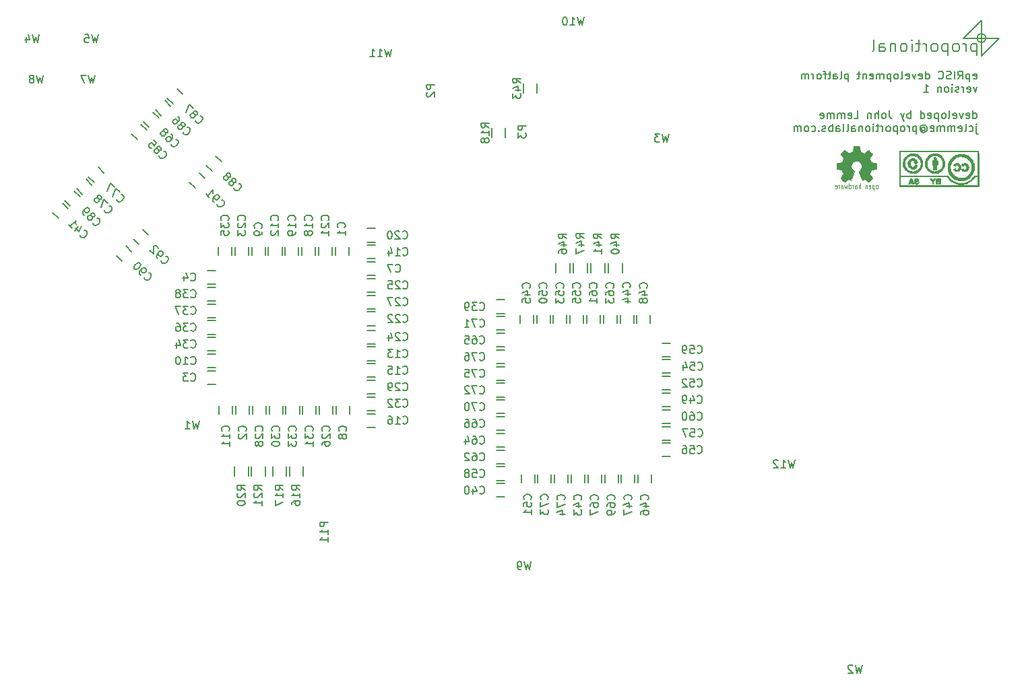
<source format=gbr>
G04 #@! TF.FileFunction,Legend,Bot*
%FSLAX46Y46*%
G04 Gerber Fmt 4.6, Leading zero omitted, Abs format (unit mm)*
G04 Created by KiCad (PCBNEW no-vcs-found-undefined) date Mon Oct 17 17:10:25 2016*
%MOMM*%
%LPD*%
G01*
G04 APERTURE LIST*
%ADD10C,0.100000*%
%ADD11C,0.150000*%
%ADD12C,0.200000*%
%ADD13C,0.002540*%
%ADD14C,0.075000*%
%ADD15C,5.201260*%
%ADD16O,1.701140X2.198980*%
%ADD17C,4.600000*%
%ADD18C,2.700000*%
%ADD19C,4.010000*%
%ADD20O,1.978000X2.232000*%
%ADD21R,1.450000X1.200000*%
%ADD22R,1.200000X1.450000*%
%ADD23R,3.700120X3.700120*%
%ADD24C,1.700000*%
%ADD25O,1.927200X1.927200*%
%ADD26R,1.927200X1.927200*%
%ADD27O,2.232000X1.927200*%
%ADD28R,2.232000X1.927200*%
%ADD29R,1.500000X0.900000*%
%ADD30R,0.850000X2.300000*%
%ADD31C,1.597000*%
%ADD32C,1.200000*%
%ADD33C,5.000000*%
%ADD34C,2.000000*%
%ADD35C,5.200000*%
G04 APERTURE END LIST*
D10*
D11*
X190783452Y-62504761D02*
X190878690Y-62552380D01*
X191069166Y-62552380D01*
X191164404Y-62504761D01*
X191212023Y-62409523D01*
X191212023Y-62028571D01*
X191164404Y-61933333D01*
X191069166Y-61885714D01*
X190878690Y-61885714D01*
X190783452Y-61933333D01*
X190735833Y-62028571D01*
X190735833Y-62123809D01*
X191212023Y-62219047D01*
X190307261Y-61885714D02*
X190307261Y-62885714D01*
X190307261Y-61933333D02*
X190212023Y-61885714D01*
X190021547Y-61885714D01*
X189926309Y-61933333D01*
X189878690Y-61980952D01*
X189831071Y-62076190D01*
X189831071Y-62361904D01*
X189878690Y-62457142D01*
X189926309Y-62504761D01*
X190021547Y-62552380D01*
X190212023Y-62552380D01*
X190307261Y-62504761D01*
X188831071Y-62552380D02*
X189164404Y-62076190D01*
X189402500Y-62552380D02*
X189402500Y-61552380D01*
X189021547Y-61552380D01*
X188926309Y-61600000D01*
X188878690Y-61647619D01*
X188831071Y-61742857D01*
X188831071Y-61885714D01*
X188878690Y-61980952D01*
X188926309Y-62028571D01*
X189021547Y-62076190D01*
X189402500Y-62076190D01*
X188402500Y-62552380D02*
X188402500Y-61552380D01*
X187973928Y-62504761D02*
X187831071Y-62552380D01*
X187592976Y-62552380D01*
X187497738Y-62504761D01*
X187450119Y-62457142D01*
X187402500Y-62361904D01*
X187402500Y-62266666D01*
X187450119Y-62171428D01*
X187497738Y-62123809D01*
X187592976Y-62076190D01*
X187783452Y-62028571D01*
X187878690Y-61980952D01*
X187926309Y-61933333D01*
X187973928Y-61838095D01*
X187973928Y-61742857D01*
X187926309Y-61647619D01*
X187878690Y-61600000D01*
X187783452Y-61552380D01*
X187545357Y-61552380D01*
X187402500Y-61600000D01*
X186402500Y-62457142D02*
X186450119Y-62504761D01*
X186592976Y-62552380D01*
X186688214Y-62552380D01*
X186831071Y-62504761D01*
X186926309Y-62409523D01*
X186973928Y-62314285D01*
X187021547Y-62123809D01*
X187021547Y-61980952D01*
X186973928Y-61790476D01*
X186926309Y-61695238D01*
X186831071Y-61600000D01*
X186688214Y-61552380D01*
X186592976Y-61552380D01*
X186450119Y-61600000D01*
X186402500Y-61647619D01*
X184783452Y-62552380D02*
X184783452Y-61552380D01*
X184783452Y-62504761D02*
X184878690Y-62552380D01*
X185069166Y-62552380D01*
X185164404Y-62504761D01*
X185212023Y-62457142D01*
X185259642Y-62361904D01*
X185259642Y-62076190D01*
X185212023Y-61980952D01*
X185164404Y-61933333D01*
X185069166Y-61885714D01*
X184878690Y-61885714D01*
X184783452Y-61933333D01*
X183926309Y-62504761D02*
X184021547Y-62552380D01*
X184212023Y-62552380D01*
X184307261Y-62504761D01*
X184354880Y-62409523D01*
X184354880Y-62028571D01*
X184307261Y-61933333D01*
X184212023Y-61885714D01*
X184021547Y-61885714D01*
X183926309Y-61933333D01*
X183878690Y-62028571D01*
X183878690Y-62123809D01*
X184354880Y-62219047D01*
X183545357Y-61885714D02*
X183307261Y-62552380D01*
X183069166Y-61885714D01*
X182307261Y-62504761D02*
X182402500Y-62552380D01*
X182592976Y-62552380D01*
X182688214Y-62504761D01*
X182735833Y-62409523D01*
X182735833Y-62028571D01*
X182688214Y-61933333D01*
X182592976Y-61885714D01*
X182402500Y-61885714D01*
X182307261Y-61933333D01*
X182259642Y-62028571D01*
X182259642Y-62123809D01*
X182735833Y-62219047D01*
X181688214Y-62552380D02*
X181783452Y-62504761D01*
X181831071Y-62409523D01*
X181831071Y-61552380D01*
X181164404Y-62552380D02*
X181259642Y-62504761D01*
X181307261Y-62457142D01*
X181354880Y-62361904D01*
X181354880Y-62076190D01*
X181307261Y-61980952D01*
X181259642Y-61933333D01*
X181164404Y-61885714D01*
X181021547Y-61885714D01*
X180926309Y-61933333D01*
X180878690Y-61980952D01*
X180831071Y-62076190D01*
X180831071Y-62361904D01*
X180878690Y-62457142D01*
X180926309Y-62504761D01*
X181021547Y-62552380D01*
X181164404Y-62552380D01*
X180402500Y-61885714D02*
X180402500Y-62885714D01*
X180402500Y-61933333D02*
X180307261Y-61885714D01*
X180116785Y-61885714D01*
X180021547Y-61933333D01*
X179973928Y-61980952D01*
X179926309Y-62076190D01*
X179926309Y-62361904D01*
X179973928Y-62457142D01*
X180021547Y-62504761D01*
X180116785Y-62552380D01*
X180307261Y-62552380D01*
X180402500Y-62504761D01*
X179497738Y-62552380D02*
X179497738Y-61885714D01*
X179497738Y-61980952D02*
X179450119Y-61933333D01*
X179354880Y-61885714D01*
X179212023Y-61885714D01*
X179116785Y-61933333D01*
X179069166Y-62028571D01*
X179069166Y-62552380D01*
X179069166Y-62028571D02*
X179021547Y-61933333D01*
X178926309Y-61885714D01*
X178783452Y-61885714D01*
X178688214Y-61933333D01*
X178640595Y-62028571D01*
X178640595Y-62552380D01*
X177783452Y-62504761D02*
X177878690Y-62552380D01*
X178069166Y-62552380D01*
X178164404Y-62504761D01*
X178212023Y-62409523D01*
X178212023Y-62028571D01*
X178164404Y-61933333D01*
X178069166Y-61885714D01*
X177878690Y-61885714D01*
X177783452Y-61933333D01*
X177735833Y-62028571D01*
X177735833Y-62123809D01*
X178212023Y-62219047D01*
X177307261Y-61885714D02*
X177307261Y-62552380D01*
X177307261Y-61980952D02*
X177259642Y-61933333D01*
X177164404Y-61885714D01*
X177021547Y-61885714D01*
X176926309Y-61933333D01*
X176878690Y-62028571D01*
X176878690Y-62552380D01*
X176545357Y-61885714D02*
X176164404Y-61885714D01*
X176402500Y-61552380D02*
X176402500Y-62409523D01*
X176354880Y-62504761D01*
X176259642Y-62552380D01*
X176164404Y-62552380D01*
X175069166Y-61885714D02*
X175069166Y-62885714D01*
X175069166Y-61933333D02*
X174973928Y-61885714D01*
X174783452Y-61885714D01*
X174688214Y-61933333D01*
X174640595Y-61980952D01*
X174592976Y-62076190D01*
X174592976Y-62361904D01*
X174640595Y-62457142D01*
X174688214Y-62504761D01*
X174783452Y-62552380D01*
X174973928Y-62552380D01*
X175069166Y-62504761D01*
X174021547Y-62552380D02*
X174116785Y-62504761D01*
X174164404Y-62409523D01*
X174164404Y-61552380D01*
X173212023Y-62552380D02*
X173212023Y-62028571D01*
X173259642Y-61933333D01*
X173354880Y-61885714D01*
X173545357Y-61885714D01*
X173640595Y-61933333D01*
X173212023Y-62504761D02*
X173307261Y-62552380D01*
X173545357Y-62552380D01*
X173640595Y-62504761D01*
X173688214Y-62409523D01*
X173688214Y-62314285D01*
X173640595Y-62219047D01*
X173545357Y-62171428D01*
X173307261Y-62171428D01*
X173212023Y-62123809D01*
X172878690Y-61885714D02*
X172497738Y-61885714D01*
X172735833Y-61552380D02*
X172735833Y-62409523D01*
X172688214Y-62504761D01*
X172592976Y-62552380D01*
X172497738Y-62552380D01*
X172307261Y-61885714D02*
X171926309Y-61885714D01*
X172164404Y-62552380D02*
X172164404Y-61695238D01*
X172116785Y-61600000D01*
X172021547Y-61552380D01*
X171926309Y-61552380D01*
X171450119Y-62552380D02*
X171545357Y-62504761D01*
X171592976Y-62457142D01*
X171640595Y-62361904D01*
X171640595Y-62076190D01*
X171592976Y-61980952D01*
X171545357Y-61933333D01*
X171450119Y-61885714D01*
X171307261Y-61885714D01*
X171212023Y-61933333D01*
X171164404Y-61980952D01*
X171116785Y-62076190D01*
X171116785Y-62361904D01*
X171164404Y-62457142D01*
X171212023Y-62504761D01*
X171307261Y-62552380D01*
X171450119Y-62552380D01*
X170688214Y-62552380D02*
X170688214Y-61885714D01*
X170688214Y-62076190D02*
X170640595Y-61980952D01*
X170592976Y-61933333D01*
X170497738Y-61885714D01*
X170402500Y-61885714D01*
X170069166Y-62552380D02*
X170069166Y-61885714D01*
X170069166Y-61980952D02*
X170021547Y-61933333D01*
X169926309Y-61885714D01*
X169783452Y-61885714D01*
X169688214Y-61933333D01*
X169640595Y-62028571D01*
X169640595Y-62552380D01*
X169640595Y-62028571D02*
X169592976Y-61933333D01*
X169497738Y-61885714D01*
X169354880Y-61885714D01*
X169259642Y-61933333D01*
X169212023Y-62028571D01*
X169212023Y-62552380D01*
X191259642Y-63535714D02*
X191021547Y-64202380D01*
X190783452Y-63535714D01*
X190021547Y-64154761D02*
X190116785Y-64202380D01*
X190307261Y-64202380D01*
X190402500Y-64154761D01*
X190450119Y-64059523D01*
X190450119Y-63678571D01*
X190402500Y-63583333D01*
X190307261Y-63535714D01*
X190116785Y-63535714D01*
X190021547Y-63583333D01*
X189973928Y-63678571D01*
X189973928Y-63773809D01*
X190450119Y-63869047D01*
X189545357Y-64202380D02*
X189545357Y-63535714D01*
X189545357Y-63726190D02*
X189497738Y-63630952D01*
X189450119Y-63583333D01*
X189354880Y-63535714D01*
X189259642Y-63535714D01*
X188973928Y-64154761D02*
X188878690Y-64202380D01*
X188688214Y-64202380D01*
X188592976Y-64154761D01*
X188545357Y-64059523D01*
X188545357Y-64011904D01*
X188592976Y-63916666D01*
X188688214Y-63869047D01*
X188831071Y-63869047D01*
X188926309Y-63821428D01*
X188973928Y-63726190D01*
X188973928Y-63678571D01*
X188926309Y-63583333D01*
X188831071Y-63535714D01*
X188688214Y-63535714D01*
X188592976Y-63583333D01*
X188116785Y-64202380D02*
X188116785Y-63535714D01*
X188116785Y-63202380D02*
X188164404Y-63250000D01*
X188116785Y-63297619D01*
X188069166Y-63250000D01*
X188116785Y-63202380D01*
X188116785Y-63297619D01*
X187497738Y-64202380D02*
X187592976Y-64154761D01*
X187640595Y-64107142D01*
X187688214Y-64011904D01*
X187688214Y-63726190D01*
X187640595Y-63630952D01*
X187592976Y-63583333D01*
X187497738Y-63535714D01*
X187354880Y-63535714D01*
X187259642Y-63583333D01*
X187212023Y-63630952D01*
X187164404Y-63726190D01*
X187164404Y-64011904D01*
X187212023Y-64107142D01*
X187259642Y-64154761D01*
X187354880Y-64202380D01*
X187497738Y-64202380D01*
X186735833Y-63535714D02*
X186735833Y-64202380D01*
X186735833Y-63630952D02*
X186688214Y-63583333D01*
X186592976Y-63535714D01*
X186450119Y-63535714D01*
X186354880Y-63583333D01*
X186307261Y-63678571D01*
X186307261Y-64202380D01*
X184545357Y-64202380D02*
X185116785Y-64202380D01*
X184831071Y-64202380D02*
X184831071Y-63202380D01*
X184926309Y-63345238D01*
X185021547Y-63440476D01*
X185116785Y-63488095D01*
X190735833Y-67502380D02*
X190735833Y-66502380D01*
X190735833Y-67454761D02*
X190831071Y-67502380D01*
X191021547Y-67502380D01*
X191116785Y-67454761D01*
X191164404Y-67407142D01*
X191212023Y-67311904D01*
X191212023Y-67026190D01*
X191164404Y-66930952D01*
X191116785Y-66883333D01*
X191021547Y-66835714D01*
X190831071Y-66835714D01*
X190735833Y-66883333D01*
X189878690Y-67454761D02*
X189973928Y-67502380D01*
X190164404Y-67502380D01*
X190259642Y-67454761D01*
X190307261Y-67359523D01*
X190307261Y-66978571D01*
X190259642Y-66883333D01*
X190164404Y-66835714D01*
X189973928Y-66835714D01*
X189878690Y-66883333D01*
X189831071Y-66978571D01*
X189831071Y-67073809D01*
X190307261Y-67169047D01*
X189497738Y-66835714D02*
X189259642Y-67502380D01*
X189021547Y-66835714D01*
X188259642Y-67454761D02*
X188354880Y-67502380D01*
X188545357Y-67502380D01*
X188640595Y-67454761D01*
X188688214Y-67359523D01*
X188688214Y-66978571D01*
X188640595Y-66883333D01*
X188545357Y-66835714D01*
X188354880Y-66835714D01*
X188259642Y-66883333D01*
X188212023Y-66978571D01*
X188212023Y-67073809D01*
X188688214Y-67169047D01*
X187640595Y-67502380D02*
X187735833Y-67454761D01*
X187783452Y-67359523D01*
X187783452Y-66502380D01*
X187116785Y-67502380D02*
X187212023Y-67454761D01*
X187259642Y-67407142D01*
X187307261Y-67311904D01*
X187307261Y-67026190D01*
X187259642Y-66930952D01*
X187212023Y-66883333D01*
X187116785Y-66835714D01*
X186973928Y-66835714D01*
X186878690Y-66883333D01*
X186831071Y-66930952D01*
X186783452Y-67026190D01*
X186783452Y-67311904D01*
X186831071Y-67407142D01*
X186878690Y-67454761D01*
X186973928Y-67502380D01*
X187116785Y-67502380D01*
X186354880Y-66835714D02*
X186354880Y-67835714D01*
X186354880Y-66883333D02*
X186259642Y-66835714D01*
X186069166Y-66835714D01*
X185973928Y-66883333D01*
X185926309Y-66930952D01*
X185878690Y-67026190D01*
X185878690Y-67311904D01*
X185926309Y-67407142D01*
X185973928Y-67454761D01*
X186069166Y-67502380D01*
X186259642Y-67502380D01*
X186354880Y-67454761D01*
X185069166Y-67454761D02*
X185164404Y-67502380D01*
X185354880Y-67502380D01*
X185450119Y-67454761D01*
X185497738Y-67359523D01*
X185497738Y-66978571D01*
X185450119Y-66883333D01*
X185354880Y-66835714D01*
X185164404Y-66835714D01*
X185069166Y-66883333D01*
X185021547Y-66978571D01*
X185021547Y-67073809D01*
X185497738Y-67169047D01*
X184164404Y-67502380D02*
X184164404Y-66502380D01*
X184164404Y-67454761D02*
X184259642Y-67502380D01*
X184450119Y-67502380D01*
X184545357Y-67454761D01*
X184592976Y-67407142D01*
X184640595Y-67311904D01*
X184640595Y-67026190D01*
X184592976Y-66930952D01*
X184545357Y-66883333D01*
X184450119Y-66835714D01*
X184259642Y-66835714D01*
X184164404Y-66883333D01*
X182926309Y-67502380D02*
X182926309Y-66502380D01*
X182926309Y-66883333D02*
X182831071Y-66835714D01*
X182640595Y-66835714D01*
X182545357Y-66883333D01*
X182497738Y-66930952D01*
X182450119Y-67026190D01*
X182450119Y-67311904D01*
X182497738Y-67407142D01*
X182545357Y-67454761D01*
X182640595Y-67502380D01*
X182831071Y-67502380D01*
X182926309Y-67454761D01*
X182116785Y-66835714D02*
X181878690Y-67502380D01*
X181640595Y-66835714D02*
X181878690Y-67502380D01*
X181973928Y-67740476D01*
X182021547Y-67788095D01*
X182116785Y-67835714D01*
X180212023Y-66502380D02*
X180212023Y-67216666D01*
X180259642Y-67359523D01*
X180354880Y-67454761D01*
X180497738Y-67502380D01*
X180592976Y-67502380D01*
X179592976Y-67502380D02*
X179688214Y-67454761D01*
X179735833Y-67407142D01*
X179783452Y-67311904D01*
X179783452Y-67026190D01*
X179735833Y-66930952D01*
X179688214Y-66883333D01*
X179592976Y-66835714D01*
X179450119Y-66835714D01*
X179354880Y-66883333D01*
X179307261Y-66930952D01*
X179259642Y-67026190D01*
X179259642Y-67311904D01*
X179307261Y-67407142D01*
X179354880Y-67454761D01*
X179450119Y-67502380D01*
X179592976Y-67502380D01*
X178831071Y-67502380D02*
X178831071Y-66502380D01*
X178402500Y-67502380D02*
X178402500Y-66978571D01*
X178450119Y-66883333D01*
X178545357Y-66835714D01*
X178688214Y-66835714D01*
X178783452Y-66883333D01*
X178831071Y-66930952D01*
X177926309Y-66835714D02*
X177926309Y-67502380D01*
X177926309Y-66930952D02*
X177878690Y-66883333D01*
X177783452Y-66835714D01*
X177640595Y-66835714D01*
X177545357Y-66883333D01*
X177497738Y-66978571D01*
X177497738Y-67502380D01*
X175783452Y-67502380D02*
X176259642Y-67502380D01*
X176259642Y-66502380D01*
X175069166Y-67454761D02*
X175164404Y-67502380D01*
X175354880Y-67502380D01*
X175450119Y-67454761D01*
X175497738Y-67359523D01*
X175497738Y-66978571D01*
X175450119Y-66883333D01*
X175354880Y-66835714D01*
X175164404Y-66835714D01*
X175069166Y-66883333D01*
X175021547Y-66978571D01*
X175021547Y-67073809D01*
X175497738Y-67169047D01*
X174592976Y-67502380D02*
X174592976Y-66835714D01*
X174592976Y-66930952D02*
X174545357Y-66883333D01*
X174450119Y-66835714D01*
X174307261Y-66835714D01*
X174212023Y-66883333D01*
X174164404Y-66978571D01*
X174164404Y-67502380D01*
X174164404Y-66978571D02*
X174116785Y-66883333D01*
X174021547Y-66835714D01*
X173878690Y-66835714D01*
X173783452Y-66883333D01*
X173735833Y-66978571D01*
X173735833Y-67502380D01*
X173259642Y-67502380D02*
X173259642Y-66835714D01*
X173259642Y-66930952D02*
X173212023Y-66883333D01*
X173116785Y-66835714D01*
X172973928Y-66835714D01*
X172878690Y-66883333D01*
X172831071Y-66978571D01*
X172831071Y-67502380D01*
X172831071Y-66978571D02*
X172783452Y-66883333D01*
X172688214Y-66835714D01*
X172545357Y-66835714D01*
X172450119Y-66883333D01*
X172402500Y-66978571D01*
X172402500Y-67502380D01*
X171545357Y-67454761D02*
X171640595Y-67502380D01*
X171831071Y-67502380D01*
X171926309Y-67454761D01*
X171973928Y-67359523D01*
X171973928Y-66978571D01*
X171926309Y-66883333D01*
X171831071Y-66835714D01*
X171640595Y-66835714D01*
X171545357Y-66883333D01*
X171497738Y-66978571D01*
X171497738Y-67073809D01*
X171973928Y-67169047D01*
X191164404Y-68485714D02*
X191164404Y-69342857D01*
X191212023Y-69438095D01*
X191307261Y-69485714D01*
X191354880Y-69485714D01*
X191164404Y-68152380D02*
X191212023Y-68200000D01*
X191164404Y-68247619D01*
X191116785Y-68200000D01*
X191164404Y-68152380D01*
X191164404Y-68247619D01*
X190259642Y-69104761D02*
X190354880Y-69152380D01*
X190545357Y-69152380D01*
X190640595Y-69104761D01*
X190688214Y-69057142D01*
X190735833Y-68961904D01*
X190735833Y-68676190D01*
X190688214Y-68580952D01*
X190640595Y-68533333D01*
X190545357Y-68485714D01*
X190354880Y-68485714D01*
X190259642Y-68533333D01*
X189688214Y-69152380D02*
X189783452Y-69104761D01*
X189831071Y-69009523D01*
X189831071Y-68152380D01*
X188926309Y-69104761D02*
X189021547Y-69152380D01*
X189212023Y-69152380D01*
X189307261Y-69104761D01*
X189354880Y-69009523D01*
X189354880Y-68628571D01*
X189307261Y-68533333D01*
X189212023Y-68485714D01*
X189021547Y-68485714D01*
X188926309Y-68533333D01*
X188878690Y-68628571D01*
X188878690Y-68723809D01*
X189354880Y-68819047D01*
X188450119Y-69152380D02*
X188450119Y-68485714D01*
X188450119Y-68580952D02*
X188402500Y-68533333D01*
X188307261Y-68485714D01*
X188164404Y-68485714D01*
X188069166Y-68533333D01*
X188021547Y-68628571D01*
X188021547Y-69152380D01*
X188021547Y-68628571D02*
X187973928Y-68533333D01*
X187878690Y-68485714D01*
X187735833Y-68485714D01*
X187640595Y-68533333D01*
X187592976Y-68628571D01*
X187592976Y-69152380D01*
X187116785Y-69152380D02*
X187116785Y-68485714D01*
X187116785Y-68580952D02*
X187069166Y-68533333D01*
X186973928Y-68485714D01*
X186831071Y-68485714D01*
X186735833Y-68533333D01*
X186688214Y-68628571D01*
X186688214Y-69152380D01*
X186688214Y-68628571D02*
X186640595Y-68533333D01*
X186545357Y-68485714D01*
X186402500Y-68485714D01*
X186307261Y-68533333D01*
X186259642Y-68628571D01*
X186259642Y-69152380D01*
X185402500Y-69104761D02*
X185497738Y-69152380D01*
X185688214Y-69152380D01*
X185783452Y-69104761D01*
X185831071Y-69009523D01*
X185831071Y-68628571D01*
X185783452Y-68533333D01*
X185688214Y-68485714D01*
X185497738Y-68485714D01*
X185402500Y-68533333D01*
X185354880Y-68628571D01*
X185354880Y-68723809D01*
X185831071Y-68819047D01*
X184307261Y-68676190D02*
X184354880Y-68628571D01*
X184450119Y-68580952D01*
X184545357Y-68580952D01*
X184640595Y-68628571D01*
X184688214Y-68676190D01*
X184735833Y-68771428D01*
X184735833Y-68866666D01*
X184688214Y-68961904D01*
X184640595Y-69009523D01*
X184545357Y-69057142D01*
X184450119Y-69057142D01*
X184354880Y-69009523D01*
X184307261Y-68961904D01*
X184307261Y-68580952D02*
X184307261Y-68961904D01*
X184259642Y-69009523D01*
X184212023Y-69009523D01*
X184116785Y-68961904D01*
X184069166Y-68866666D01*
X184069166Y-68628571D01*
X184164404Y-68485714D01*
X184307261Y-68390476D01*
X184497738Y-68342857D01*
X184688214Y-68390476D01*
X184831071Y-68485714D01*
X184926309Y-68628571D01*
X184973928Y-68819047D01*
X184926309Y-69009523D01*
X184831071Y-69152380D01*
X184688214Y-69247619D01*
X184497738Y-69295238D01*
X184307261Y-69247619D01*
X184164404Y-69152380D01*
X183640595Y-68485714D02*
X183640595Y-69485714D01*
X183640595Y-68533333D02*
X183545357Y-68485714D01*
X183354880Y-68485714D01*
X183259642Y-68533333D01*
X183212023Y-68580952D01*
X183164404Y-68676190D01*
X183164404Y-68961904D01*
X183212023Y-69057142D01*
X183259642Y-69104761D01*
X183354880Y-69152380D01*
X183545357Y-69152380D01*
X183640595Y-69104761D01*
X182735833Y-69152380D02*
X182735833Y-68485714D01*
X182735833Y-68676190D02*
X182688214Y-68580952D01*
X182640595Y-68533333D01*
X182545357Y-68485714D01*
X182450119Y-68485714D01*
X181973928Y-69152380D02*
X182069166Y-69104761D01*
X182116785Y-69057142D01*
X182164404Y-68961904D01*
X182164404Y-68676190D01*
X182116785Y-68580952D01*
X182069166Y-68533333D01*
X181973928Y-68485714D01*
X181831071Y-68485714D01*
X181735833Y-68533333D01*
X181688214Y-68580952D01*
X181640595Y-68676190D01*
X181640595Y-68961904D01*
X181688214Y-69057142D01*
X181735833Y-69104761D01*
X181831071Y-69152380D01*
X181973928Y-69152380D01*
X181212023Y-68485714D02*
X181212023Y-69485714D01*
X181212023Y-68533333D02*
X181116785Y-68485714D01*
X180926309Y-68485714D01*
X180831071Y-68533333D01*
X180783452Y-68580952D01*
X180735833Y-68676190D01*
X180735833Y-68961904D01*
X180783452Y-69057142D01*
X180831071Y-69104761D01*
X180926309Y-69152380D01*
X181116785Y-69152380D01*
X181212023Y-69104761D01*
X180164404Y-69152380D02*
X180259642Y-69104761D01*
X180307261Y-69057142D01*
X180354880Y-68961904D01*
X180354880Y-68676190D01*
X180307261Y-68580952D01*
X180259642Y-68533333D01*
X180164404Y-68485714D01*
X180021547Y-68485714D01*
X179926309Y-68533333D01*
X179878690Y-68580952D01*
X179831071Y-68676190D01*
X179831071Y-68961904D01*
X179878690Y-69057142D01*
X179926309Y-69104761D01*
X180021547Y-69152380D01*
X180164404Y-69152380D01*
X179402500Y-69152380D02*
X179402500Y-68485714D01*
X179402500Y-68676190D02*
X179354880Y-68580952D01*
X179307261Y-68533333D01*
X179212023Y-68485714D01*
X179116785Y-68485714D01*
X178926309Y-68485714D02*
X178545357Y-68485714D01*
X178783452Y-68152380D02*
X178783452Y-69009523D01*
X178735833Y-69104761D01*
X178640595Y-69152380D01*
X178545357Y-69152380D01*
X178212023Y-69152380D02*
X178212023Y-68485714D01*
X178212023Y-68152380D02*
X178259642Y-68200000D01*
X178212023Y-68247619D01*
X178164404Y-68200000D01*
X178212023Y-68152380D01*
X178212023Y-68247619D01*
X177592976Y-69152380D02*
X177688214Y-69104761D01*
X177735833Y-69057142D01*
X177783452Y-68961904D01*
X177783452Y-68676190D01*
X177735833Y-68580952D01*
X177688214Y-68533333D01*
X177592976Y-68485714D01*
X177450119Y-68485714D01*
X177354880Y-68533333D01*
X177307261Y-68580952D01*
X177259642Y-68676190D01*
X177259642Y-68961904D01*
X177307261Y-69057142D01*
X177354880Y-69104761D01*
X177450119Y-69152380D01*
X177592976Y-69152380D01*
X176831071Y-68485714D02*
X176831071Y-69152380D01*
X176831071Y-68580952D02*
X176783452Y-68533333D01*
X176688214Y-68485714D01*
X176545357Y-68485714D01*
X176450119Y-68533333D01*
X176402500Y-68628571D01*
X176402500Y-69152380D01*
X175497738Y-69152380D02*
X175497738Y-68628571D01*
X175545357Y-68533333D01*
X175640595Y-68485714D01*
X175831071Y-68485714D01*
X175926309Y-68533333D01*
X175497738Y-69104761D02*
X175592976Y-69152380D01*
X175831071Y-69152380D01*
X175926309Y-69104761D01*
X175973928Y-69009523D01*
X175973928Y-68914285D01*
X175926309Y-68819047D01*
X175831071Y-68771428D01*
X175592976Y-68771428D01*
X175497738Y-68723809D01*
X174878690Y-69152380D02*
X174973928Y-69104761D01*
X175021547Y-69009523D01*
X175021547Y-68152380D01*
X174354880Y-69152380D02*
X174450119Y-69104761D01*
X174497738Y-69009523D01*
X174497738Y-68152380D01*
X173545357Y-69152380D02*
X173545357Y-68628571D01*
X173592976Y-68533333D01*
X173688214Y-68485714D01*
X173878690Y-68485714D01*
X173973928Y-68533333D01*
X173545357Y-69104761D02*
X173640595Y-69152380D01*
X173878690Y-69152380D01*
X173973928Y-69104761D01*
X174021547Y-69009523D01*
X174021547Y-68914285D01*
X173973928Y-68819047D01*
X173878690Y-68771428D01*
X173640595Y-68771428D01*
X173545357Y-68723809D01*
X173069166Y-69152380D02*
X173069166Y-68152380D01*
X173069166Y-68533333D02*
X172973928Y-68485714D01*
X172783452Y-68485714D01*
X172688214Y-68533333D01*
X172640595Y-68580952D01*
X172592976Y-68676190D01*
X172592976Y-68961904D01*
X172640595Y-69057142D01*
X172688214Y-69104761D01*
X172783452Y-69152380D01*
X172973928Y-69152380D01*
X173069166Y-69104761D01*
X172212023Y-69104761D02*
X172116785Y-69152380D01*
X171926309Y-69152380D01*
X171831071Y-69104761D01*
X171783452Y-69009523D01*
X171783452Y-68961904D01*
X171831071Y-68866666D01*
X171926309Y-68819047D01*
X172069166Y-68819047D01*
X172164404Y-68771428D01*
X172212023Y-68676190D01*
X172212023Y-68628571D01*
X172164404Y-68533333D01*
X172069166Y-68485714D01*
X171926309Y-68485714D01*
X171831071Y-68533333D01*
X171354880Y-69057142D02*
X171307261Y-69104761D01*
X171354880Y-69152380D01*
X171402500Y-69104761D01*
X171354880Y-69057142D01*
X171354880Y-69152380D01*
X170450119Y-69104761D02*
X170545357Y-69152380D01*
X170735833Y-69152380D01*
X170831071Y-69104761D01*
X170878690Y-69057142D01*
X170926309Y-68961904D01*
X170926309Y-68676190D01*
X170878690Y-68580952D01*
X170831071Y-68533333D01*
X170735833Y-68485714D01*
X170545357Y-68485714D01*
X170450119Y-68533333D01*
X169878690Y-69152380D02*
X169973928Y-69104761D01*
X170021547Y-69057142D01*
X170069166Y-68961904D01*
X170069166Y-68676190D01*
X170021547Y-68580952D01*
X169973928Y-68533333D01*
X169878690Y-68485714D01*
X169735833Y-68485714D01*
X169640595Y-68533333D01*
X169592976Y-68580952D01*
X169545357Y-68676190D01*
X169545357Y-68961904D01*
X169592976Y-69057142D01*
X169640595Y-69104761D01*
X169735833Y-69152380D01*
X169878690Y-69152380D01*
X169116785Y-69152380D02*
X169116785Y-68485714D01*
X169116785Y-68580952D02*
X169069166Y-68533333D01*
X168973928Y-68485714D01*
X168831071Y-68485714D01*
X168735833Y-68533333D01*
X168688214Y-68628571D01*
X168688214Y-69152380D01*
X168688214Y-68628571D02*
X168640595Y-68533333D01*
X168545357Y-68485714D01*
X168402500Y-68485714D01*
X168307261Y-68533333D01*
X168259642Y-68628571D01*
X168259642Y-69152380D01*
D12*
X191200000Y-58078571D02*
X191200000Y-59578571D01*
X191200000Y-58150000D02*
X191057142Y-58078571D01*
X190771428Y-58078571D01*
X190628571Y-58150000D01*
X190557142Y-58221428D01*
X190485714Y-58364285D01*
X190485714Y-58792857D01*
X190557142Y-58935714D01*
X190628571Y-59007142D01*
X190771428Y-59078571D01*
X191057142Y-59078571D01*
X191200000Y-59007142D01*
X189842857Y-59078571D02*
X189842857Y-58078571D01*
X189842857Y-58364285D02*
X189771428Y-58221428D01*
X189700000Y-58150000D01*
X189557142Y-58078571D01*
X189414285Y-58078571D01*
X188700000Y-59078571D02*
X188842857Y-59007142D01*
X188914285Y-58935714D01*
X188985714Y-58792857D01*
X188985714Y-58364285D01*
X188914285Y-58221428D01*
X188842857Y-58150000D01*
X188700000Y-58078571D01*
X188485714Y-58078571D01*
X188342857Y-58150000D01*
X188271428Y-58221428D01*
X188200000Y-58364285D01*
X188200000Y-58792857D01*
X188271428Y-58935714D01*
X188342857Y-59007142D01*
X188485714Y-59078571D01*
X188700000Y-59078571D01*
X187557142Y-58078571D02*
X187557142Y-59578571D01*
X187557142Y-58150000D02*
X187414285Y-58078571D01*
X187128571Y-58078571D01*
X186985714Y-58150000D01*
X186914285Y-58221428D01*
X186842857Y-58364285D01*
X186842857Y-58792857D01*
X186914285Y-58935714D01*
X186985714Y-59007142D01*
X187128571Y-59078571D01*
X187414285Y-59078571D01*
X187557142Y-59007142D01*
X185985714Y-59078571D02*
X186128571Y-59007142D01*
X186200000Y-58935714D01*
X186271428Y-58792857D01*
X186271428Y-58364285D01*
X186200000Y-58221428D01*
X186128571Y-58150000D01*
X185985714Y-58078571D01*
X185771428Y-58078571D01*
X185628571Y-58150000D01*
X185557142Y-58221428D01*
X185485714Y-58364285D01*
X185485714Y-58792857D01*
X185557142Y-58935714D01*
X185628571Y-59007142D01*
X185771428Y-59078571D01*
X185985714Y-59078571D01*
X184842857Y-59078571D02*
X184842857Y-58078571D01*
X184842857Y-58364285D02*
X184771428Y-58221428D01*
X184700000Y-58150000D01*
X184557142Y-58078571D01*
X184414285Y-58078571D01*
X184128571Y-58078571D02*
X183557142Y-58078571D01*
X183914285Y-57578571D02*
X183914285Y-58864285D01*
X183842857Y-59007142D01*
X183700000Y-59078571D01*
X183557142Y-59078571D01*
X183057142Y-59078571D02*
X183057142Y-58078571D01*
X183057142Y-57578571D02*
X183128571Y-57650000D01*
X183057142Y-57721428D01*
X182985714Y-57650000D01*
X183057142Y-57578571D01*
X183057142Y-57721428D01*
X182128571Y-59078571D02*
X182271428Y-59007142D01*
X182342857Y-58935714D01*
X182414285Y-58792857D01*
X182414285Y-58364285D01*
X182342857Y-58221428D01*
X182271428Y-58150000D01*
X182128571Y-58078571D01*
X181914285Y-58078571D01*
X181771428Y-58150000D01*
X181700000Y-58221428D01*
X181628571Y-58364285D01*
X181628571Y-58792857D01*
X181700000Y-58935714D01*
X181771428Y-59007142D01*
X181914285Y-59078571D01*
X182128571Y-59078571D01*
X180985714Y-58078571D02*
X180985714Y-59078571D01*
X180985714Y-58221428D02*
X180914285Y-58150000D01*
X180771428Y-58078571D01*
X180557142Y-58078571D01*
X180414285Y-58150000D01*
X180342857Y-58292857D01*
X180342857Y-59078571D01*
X178985714Y-59078571D02*
X178985714Y-58292857D01*
X179057142Y-58150000D01*
X179200000Y-58078571D01*
X179485714Y-58078571D01*
X179628571Y-58150000D01*
X178985714Y-59007142D02*
X179128571Y-59078571D01*
X179485714Y-59078571D01*
X179628571Y-59007142D01*
X179700000Y-58864285D01*
X179700000Y-58721428D01*
X179628571Y-58578571D01*
X179485714Y-58507142D01*
X179128571Y-58507142D01*
X178985714Y-58435714D01*
X178057142Y-59078571D02*
X178200000Y-59007142D01*
X178271428Y-58864285D01*
X178271428Y-57578571D01*
D11*
X110590000Y-84700000D02*
X110590000Y-83700000D01*
X112290000Y-83700000D02*
X112290000Y-84700000D01*
X98090000Y-104700000D02*
X98090000Y-103700000D01*
X99790000Y-103700000D02*
X99790000Y-104700000D01*
X95540000Y-100950000D02*
X94540000Y-100950000D01*
X94540000Y-99250000D02*
X95540000Y-99250000D01*
X94540000Y-86650000D02*
X95540000Y-86650000D01*
X95540000Y-88350000D02*
X94540000Y-88350000D01*
X114640000Y-85550000D02*
X115640000Y-85550000D01*
X115640000Y-87250000D02*
X114640000Y-87250000D01*
X112390000Y-103700000D02*
X112390000Y-104700000D01*
X110690000Y-104700000D02*
X110690000Y-103700000D01*
X100090000Y-84700000D02*
X100090000Y-83700000D01*
X101790000Y-83700000D02*
X101790000Y-84700000D01*
X94540000Y-97150000D02*
X95540000Y-97150000D01*
X95540000Y-98850000D02*
X94540000Y-98850000D01*
X95990000Y-104700000D02*
X95990000Y-103700000D01*
X97690000Y-103700000D02*
X97690000Y-104700000D01*
X103890000Y-83700000D02*
X103890000Y-84700000D01*
X102190000Y-84700000D02*
X102190000Y-83700000D01*
X115640000Y-97950000D02*
X114640000Y-97950000D01*
X114640000Y-96250000D02*
X115640000Y-96250000D01*
X114640000Y-83450000D02*
X115640000Y-83450000D01*
X115640000Y-85150000D02*
X114640000Y-85150000D01*
X114640000Y-98350000D02*
X115640000Y-98350000D01*
X115640000Y-100050000D02*
X114640000Y-100050000D01*
X114640000Y-104650000D02*
X115640000Y-104650000D01*
X115640000Y-106350000D02*
X114640000Y-106350000D01*
X106390000Y-84700000D02*
X106390000Y-83700000D01*
X108090000Y-83700000D02*
X108090000Y-84700000D01*
X105990000Y-83700000D02*
X105990000Y-84700000D01*
X104290000Y-84700000D02*
X104290000Y-83700000D01*
X115640000Y-83050000D02*
X114640000Y-83050000D01*
X114640000Y-81350000D02*
X115640000Y-81350000D01*
X110190000Y-83700000D02*
X110190000Y-84700000D01*
X108490000Y-84700000D02*
X108490000Y-83700000D01*
X114640000Y-91850000D02*
X115640000Y-91850000D01*
X115640000Y-93550000D02*
X114640000Y-93550000D01*
X97990000Y-84700000D02*
X97990000Y-83700000D01*
X99690000Y-83700000D02*
X99690000Y-84700000D01*
X115640000Y-95850000D02*
X114640000Y-95850000D01*
X114640000Y-94150000D02*
X115640000Y-94150000D01*
X114640000Y-87650000D02*
X115640000Y-87650000D01*
X115640000Y-89350000D02*
X114640000Y-89350000D01*
X108590000Y-104700000D02*
X108590000Y-103700000D01*
X110290000Y-103700000D02*
X110290000Y-104700000D01*
X115640000Y-91450000D02*
X114640000Y-91450000D01*
X114640000Y-89750000D02*
X115640000Y-89750000D01*
X101890000Y-103700000D02*
X101890000Y-104700000D01*
X100190000Y-104700000D02*
X100190000Y-103700000D01*
X114640000Y-100450000D02*
X115640000Y-100450000D01*
X115640000Y-102150000D02*
X114640000Y-102150000D01*
X102290000Y-104700000D02*
X102290000Y-103700000D01*
X103990000Y-103700000D02*
X103990000Y-104700000D01*
X108190000Y-103700000D02*
X108190000Y-104700000D01*
X106490000Y-104700000D02*
X106490000Y-103700000D01*
X115640000Y-104250000D02*
X114640000Y-104250000D01*
X114640000Y-102550000D02*
X115640000Y-102550000D01*
X104390000Y-104700000D02*
X104390000Y-103700000D01*
X106090000Y-103700000D02*
X106090000Y-104700000D01*
X95540000Y-96750000D02*
X94540000Y-96750000D01*
X94540000Y-95050000D02*
X95540000Y-95050000D01*
X94540000Y-92950000D02*
X95540000Y-92950000D01*
X95540000Y-94650000D02*
X94540000Y-94650000D01*
X94540000Y-90850000D02*
X95540000Y-90850000D01*
X95540000Y-92550000D02*
X94540000Y-92550000D01*
X95540000Y-90450000D02*
X94540000Y-90450000D01*
X94540000Y-88750000D02*
X95540000Y-88750000D01*
X140250000Y-113300000D02*
X140250000Y-112300000D01*
X141950000Y-112300000D02*
X141950000Y-113300000D01*
X146400000Y-93225000D02*
X146400000Y-92225000D01*
X148100000Y-92225000D02*
X148100000Y-93225000D01*
X135500000Y-92225000D02*
X135500000Y-93225000D01*
X133800000Y-93225000D02*
X133800000Y-92225000D01*
X150350000Y-112300000D02*
X150350000Y-113300000D01*
X148650000Y-113300000D02*
X148650000Y-112300000D01*
X146550000Y-113300000D02*
X146550000Y-112300000D01*
X148250000Y-112300000D02*
X148250000Y-113300000D01*
X150200000Y-92225000D02*
X150200000Y-93225000D01*
X148500000Y-93225000D02*
X148500000Y-92225000D01*
X152700000Y-103750000D02*
X151700000Y-103750000D01*
X151700000Y-102050000D02*
X152700000Y-102050000D01*
X135900000Y-93225000D02*
X135900000Y-92225000D01*
X137600000Y-92225000D02*
X137600000Y-93225000D01*
X135650000Y-112300000D02*
X135650000Y-113300000D01*
X133950000Y-113300000D02*
X133950000Y-112300000D01*
X151700000Y-99950000D02*
X152700000Y-99950000D01*
X152700000Y-101650000D02*
X151700000Y-101650000D01*
X138000000Y-93225000D02*
X138000000Y-92225000D01*
X139700000Y-92225000D02*
X139700000Y-93225000D01*
X152700000Y-99550000D02*
X151700000Y-99550000D01*
X151700000Y-97850000D02*
X152700000Y-97850000D01*
X141800000Y-92225000D02*
X141800000Y-93225000D01*
X140100000Y-93225000D02*
X140100000Y-92225000D01*
X152700000Y-110050000D02*
X151700000Y-110050000D01*
X151700000Y-108350000D02*
X152700000Y-108350000D01*
X152700000Y-107950000D02*
X151700000Y-107950000D01*
X151700000Y-106250000D02*
X152700000Y-106250000D01*
X131875000Y-113025000D02*
X130875000Y-113025000D01*
X130875000Y-111325000D02*
X131875000Y-111325000D01*
X151700000Y-95750000D02*
X152700000Y-95750000D01*
X152700000Y-97450000D02*
X151700000Y-97450000D01*
X151700000Y-104150000D02*
X152700000Y-104150000D01*
X152700000Y-105850000D02*
X151700000Y-105850000D01*
X143900000Y-92225000D02*
X143900000Y-93225000D01*
X142200000Y-93225000D02*
X142200000Y-92225000D01*
X130875000Y-109225000D02*
X131875000Y-109225000D01*
X131875000Y-110925000D02*
X130875000Y-110925000D01*
X144300000Y-93225000D02*
X144300000Y-92225000D01*
X146000000Y-92225000D02*
X146000000Y-93225000D01*
X130875000Y-107125000D02*
X131875000Y-107125000D01*
X131875000Y-108825000D02*
X130875000Y-108825000D01*
X131875000Y-96225000D02*
X130875000Y-96225000D01*
X130875000Y-94525000D02*
X131875000Y-94525000D01*
X131875000Y-106725000D02*
X130875000Y-106725000D01*
X130875000Y-105025000D02*
X131875000Y-105025000D01*
X142350000Y-113300000D02*
X142350000Y-112300000D01*
X144050000Y-112300000D02*
X144050000Y-113300000D01*
X146150000Y-112300000D02*
X146150000Y-113300000D01*
X144450000Y-113300000D02*
X144450000Y-112300000D01*
X130875000Y-102925000D02*
X131875000Y-102925000D01*
X131875000Y-104625000D02*
X130875000Y-104625000D01*
X131875000Y-94125000D02*
X130875000Y-94125000D01*
X130875000Y-92425000D02*
X131875000Y-92425000D01*
X131875000Y-102525000D02*
X130875000Y-102525000D01*
X130875000Y-100825000D02*
X131875000Y-100825000D01*
X137750000Y-112300000D02*
X137750000Y-113300000D01*
X136050000Y-113300000D02*
X136050000Y-112300000D01*
X138150000Y-113300000D02*
X138150000Y-112300000D01*
X139850000Y-112300000D02*
X139850000Y-113300000D01*
X131875000Y-100425000D02*
X130875000Y-100425000D01*
X130875000Y-98725000D02*
X131875000Y-98725000D01*
X130875000Y-96625000D02*
X131875000Y-96625000D01*
X131875000Y-98325000D02*
X130875000Y-98325000D01*
X106575000Y-112500000D02*
X106575000Y-111300000D01*
X104825000Y-111300000D02*
X104825000Y-112500000D01*
X102725000Y-111300000D02*
X102725000Y-112500000D01*
X104475000Y-112500000D02*
X104475000Y-111300000D01*
X130225000Y-68700000D02*
X130225000Y-69900000D01*
X131975000Y-69900000D02*
X131975000Y-68700000D01*
X99675000Y-112500000D02*
X99675000Y-111300000D01*
X97925000Y-111300000D02*
X97925000Y-112500000D01*
X100025000Y-111300000D02*
X100025000Y-112500000D01*
X101775000Y-112500000D02*
X101775000Y-111300000D01*
X146675000Y-86900000D02*
X146675000Y-85700000D01*
X144925000Y-85700000D02*
X144925000Y-86900000D01*
X142725000Y-85700000D02*
X142725000Y-86900000D01*
X144475000Y-86900000D02*
X144475000Y-85700000D01*
X135975000Y-64300000D02*
X135975000Y-63100000D01*
X134225000Y-63100000D02*
X134225000Y-64300000D01*
X140075000Y-86900000D02*
X140075000Y-85700000D01*
X138325000Y-85700000D02*
X138325000Y-86900000D01*
X140525000Y-85700000D02*
X140525000Y-86900000D01*
X142275000Y-86900000D02*
X142275000Y-85700000D01*
X97590000Y-83700000D02*
X97590000Y-84700000D01*
X95890000Y-84700000D02*
X95890000Y-83700000D01*
X131875000Y-92025000D02*
X130875000Y-92025000D01*
X130875000Y-90325000D02*
X131875000Y-90325000D01*
X131875000Y-115125000D02*
X130875000Y-115125000D01*
X130875000Y-113425000D02*
X131875000Y-113425000D01*
X76287487Y-78145406D02*
X76994594Y-78852513D01*
X75792513Y-80054594D02*
X75085406Y-79347487D01*
X87687487Y-66745406D02*
X88394594Y-67452513D01*
X87192513Y-68654594D02*
X86485406Y-67947487D01*
X80292513Y-75554594D02*
X79585406Y-74847487D01*
X80787487Y-73645406D02*
X81494594Y-74352513D01*
X79287487Y-75145406D02*
X79994594Y-75852513D01*
X78792513Y-77054594D02*
X78085406Y-76347487D01*
X86187487Y-68245406D02*
X86894594Y-68952513D01*
X85692513Y-70154594D02*
X84985406Y-69447487D01*
X89187487Y-65245406D02*
X89894594Y-65952513D01*
X88692513Y-67154594D02*
X87985406Y-66447487D01*
X90687487Y-63745406D02*
X91394594Y-64452513D01*
X90192513Y-65654594D02*
X89485406Y-64947487D01*
X95092513Y-74154594D02*
X94385406Y-73447487D01*
X95587487Y-72245406D02*
X96294594Y-72952513D01*
X77292513Y-78554594D02*
X76585406Y-77847487D01*
X77787487Y-76645406D02*
X78494594Y-77352513D01*
X84287487Y-83545406D02*
X84994594Y-84252513D01*
X83792513Y-85454594D02*
X83085406Y-84747487D01*
X92992513Y-76254594D02*
X92285406Y-75547487D01*
X93487487Y-74345406D02*
X94194594Y-75052513D01*
X86387487Y-81445406D02*
X87094594Y-82152513D01*
X85892513Y-83354594D02*
X85185406Y-82647487D01*
X192362500Y-57400000D02*
G75*
G03X192362500Y-57400000I-562500J0D01*
G01*
X194050000Y-57400000D02*
X191800000Y-59650000D01*
X189550000Y-57400000D02*
X191800000Y-55150000D01*
X189550000Y-57400000D02*
X194050000Y-57400000D01*
X191800000Y-55150000D02*
X191800000Y-59650000D01*
D13*
G36*
X182528240Y-73154840D02*
X182535860Y-73276760D01*
X182561260Y-73396140D01*
X182601900Y-73507900D01*
X182629840Y-73551080D01*
X182667940Y-73601880D01*
X182708580Y-73650140D01*
X182713660Y-73655220D01*
X182810180Y-73733960D01*
X182919400Y-73792380D01*
X183036240Y-73822860D01*
X183160700Y-73835560D01*
X183287700Y-73825400D01*
X183295320Y-73822860D01*
X183402000Y-73792380D01*
X183498520Y-73736500D01*
X183577260Y-73662840D01*
X183643300Y-73568860D01*
X183691560Y-73457100D01*
X183709340Y-73388520D01*
X183719500Y-73352960D01*
X183559480Y-73352960D01*
X183399460Y-73352960D01*
X183391840Y-73406300D01*
X183374060Y-73459640D01*
X183341040Y-73507900D01*
X183300400Y-73543460D01*
X183295320Y-73546000D01*
X183267380Y-73556160D01*
X183226740Y-73566320D01*
X183196260Y-73571400D01*
X183109900Y-73576480D01*
X183033700Y-73556160D01*
X182967660Y-73515520D01*
X182914320Y-73452020D01*
X182876220Y-73368200D01*
X182850820Y-73264060D01*
X182850820Y-73264060D01*
X182843200Y-73172620D01*
X182848280Y-73078640D01*
X182863520Y-72989740D01*
X182891460Y-72913540D01*
X182894000Y-72905920D01*
X182937180Y-72847500D01*
X182995600Y-72801780D01*
X183056560Y-72778920D01*
X183135300Y-72768760D01*
X183214040Y-72778920D01*
X183282620Y-72806860D01*
X183338500Y-72850040D01*
X183371520Y-72898300D01*
X183391840Y-72941480D01*
X183396920Y-72966880D01*
X183386760Y-72979580D01*
X183361360Y-72984660D01*
X183351200Y-72984660D01*
X183302940Y-72984660D01*
X183427400Y-73109120D01*
X183551860Y-73233580D01*
X183676320Y-73109120D01*
X183800780Y-72984660D01*
X183755060Y-72984660D01*
X183716960Y-72977040D01*
X183696640Y-72956720D01*
X183691560Y-72921160D01*
X183686480Y-72890680D01*
X183666160Y-72844960D01*
X183638220Y-72791620D01*
X183607740Y-72738280D01*
X183574720Y-72692560D01*
X183546780Y-72659540D01*
X183462960Y-72593500D01*
X183366440Y-72545240D01*
X183259760Y-72517300D01*
X183145460Y-72509680D01*
X183028620Y-72519840D01*
X182914320Y-72552860D01*
X182848280Y-72583340D01*
X182756840Y-72641760D01*
X182680640Y-72720500D01*
X182617140Y-72814480D01*
X182571420Y-72921160D01*
X182540940Y-73035460D01*
X182528240Y-73154840D01*
X182528240Y-73154840D01*
X182528240Y-73154840D01*
G37*
X182528240Y-73154840D02*
X182535860Y-73276760D01*
X182561260Y-73396140D01*
X182601900Y-73507900D01*
X182629840Y-73551080D01*
X182667940Y-73601880D01*
X182708580Y-73650140D01*
X182713660Y-73655220D01*
X182810180Y-73733960D01*
X182919400Y-73792380D01*
X183036240Y-73822860D01*
X183160700Y-73835560D01*
X183287700Y-73825400D01*
X183295320Y-73822860D01*
X183402000Y-73792380D01*
X183498520Y-73736500D01*
X183577260Y-73662840D01*
X183643300Y-73568860D01*
X183691560Y-73457100D01*
X183709340Y-73388520D01*
X183719500Y-73352960D01*
X183559480Y-73352960D01*
X183399460Y-73352960D01*
X183391840Y-73406300D01*
X183374060Y-73459640D01*
X183341040Y-73507900D01*
X183300400Y-73543460D01*
X183295320Y-73546000D01*
X183267380Y-73556160D01*
X183226740Y-73566320D01*
X183196260Y-73571400D01*
X183109900Y-73576480D01*
X183033700Y-73556160D01*
X182967660Y-73515520D01*
X182914320Y-73452020D01*
X182876220Y-73368200D01*
X182850820Y-73264060D01*
X182850820Y-73264060D01*
X182843200Y-73172620D01*
X182848280Y-73078640D01*
X182863520Y-72989740D01*
X182891460Y-72913540D01*
X182894000Y-72905920D01*
X182937180Y-72847500D01*
X182995600Y-72801780D01*
X183056560Y-72778920D01*
X183135300Y-72768760D01*
X183214040Y-72778920D01*
X183282620Y-72806860D01*
X183338500Y-72850040D01*
X183371520Y-72898300D01*
X183391840Y-72941480D01*
X183396920Y-72966880D01*
X183386760Y-72979580D01*
X183361360Y-72984660D01*
X183351200Y-72984660D01*
X183302940Y-72984660D01*
X183427400Y-73109120D01*
X183551860Y-73233580D01*
X183676320Y-73109120D01*
X183800780Y-72984660D01*
X183755060Y-72984660D01*
X183716960Y-72977040D01*
X183696640Y-72956720D01*
X183691560Y-72921160D01*
X183686480Y-72890680D01*
X183666160Y-72844960D01*
X183638220Y-72791620D01*
X183607740Y-72738280D01*
X183574720Y-72692560D01*
X183546780Y-72659540D01*
X183462960Y-72593500D01*
X183366440Y-72545240D01*
X183259760Y-72517300D01*
X183145460Y-72509680D01*
X183028620Y-72519840D01*
X182914320Y-72552860D01*
X182848280Y-72583340D01*
X182756840Y-72641760D01*
X182680640Y-72720500D01*
X182617140Y-72814480D01*
X182571420Y-72921160D01*
X182540940Y-73035460D01*
X182528240Y-73154840D01*
X182528240Y-73154840D01*
G36*
X185766740Y-72550320D02*
X185776900Y-72601120D01*
X185804840Y-72646840D01*
X185845480Y-72684940D01*
X185903900Y-72707800D01*
X185908980Y-72707800D01*
X185944540Y-72707800D01*
X185987720Y-72700180D01*
X185997880Y-72695100D01*
X186030900Y-72684940D01*
X186048680Y-72677320D01*
X186051220Y-72677320D01*
X186058840Y-72667160D01*
X186074080Y-72644300D01*
X186079160Y-72634140D01*
X186104560Y-72573180D01*
X186107100Y-72512220D01*
X186089320Y-72458880D01*
X186053760Y-72413160D01*
X186002960Y-72380140D01*
X185942000Y-72367440D01*
X185931840Y-72367440D01*
X185870880Y-72377600D01*
X185822620Y-72408080D01*
X185789600Y-72448720D01*
X185771820Y-72496980D01*
X185766740Y-72550320D01*
X185766740Y-72550320D01*
X185766740Y-72550320D01*
G37*
X185766740Y-72550320D02*
X185776900Y-72601120D01*
X185804840Y-72646840D01*
X185845480Y-72684940D01*
X185903900Y-72707800D01*
X185908980Y-72707800D01*
X185944540Y-72707800D01*
X185987720Y-72700180D01*
X185997880Y-72695100D01*
X186030900Y-72684940D01*
X186048680Y-72677320D01*
X186051220Y-72677320D01*
X186058840Y-72667160D01*
X186074080Y-72644300D01*
X186079160Y-72634140D01*
X186104560Y-72573180D01*
X186107100Y-72512220D01*
X186089320Y-72458880D01*
X186053760Y-72413160D01*
X186002960Y-72380140D01*
X185942000Y-72367440D01*
X185931840Y-72367440D01*
X185870880Y-72377600D01*
X185822620Y-72408080D01*
X185789600Y-72448720D01*
X185771820Y-72496980D01*
X185766740Y-72550320D01*
X185766740Y-72550320D01*
G36*
X185604180Y-72893220D02*
X185606720Y-72933860D01*
X185606720Y-72989740D01*
X185606720Y-73058320D01*
X185606720Y-73124360D01*
X185609260Y-73352960D01*
X185675300Y-73358040D01*
X185741340Y-73360580D01*
X185746420Y-73657760D01*
X185748960Y-73952400D01*
X185939460Y-73952400D01*
X186132500Y-73952400D01*
X186132500Y-73652680D01*
X186132500Y-73352960D01*
X186185840Y-73355500D01*
X186223940Y-73355500D01*
X186251880Y-73355500D01*
X186256960Y-73355500D01*
X186262040Y-73347880D01*
X186267120Y-73327560D01*
X186269660Y-73292000D01*
X186272200Y-73236120D01*
X186272200Y-73159920D01*
X186272200Y-73093880D01*
X186272200Y-73004980D01*
X186272200Y-72933860D01*
X186269660Y-72883060D01*
X186264580Y-72850040D01*
X186262040Y-72824640D01*
X186254420Y-72809400D01*
X186251880Y-72806860D01*
X186244260Y-72799240D01*
X186236640Y-72791620D01*
X186221400Y-72786540D01*
X186198540Y-72784000D01*
X186165520Y-72781460D01*
X186114720Y-72778920D01*
X186046140Y-72778920D01*
X185954700Y-72778920D01*
X185939460Y-72778920D01*
X185840400Y-72778920D01*
X185761660Y-72781460D01*
X185703240Y-72784000D01*
X185660060Y-72789080D01*
X185632120Y-72796700D01*
X185616880Y-72809400D01*
X185609260Y-72827180D01*
X185606720Y-72850040D01*
X185604180Y-72875440D01*
X185604180Y-72893220D01*
X185604180Y-72893220D01*
X185604180Y-72893220D01*
G37*
X185604180Y-72893220D02*
X185606720Y-72933860D01*
X185606720Y-72989740D01*
X185606720Y-73058320D01*
X185606720Y-73124360D01*
X185609260Y-73352960D01*
X185675300Y-73358040D01*
X185741340Y-73360580D01*
X185746420Y-73657760D01*
X185748960Y-73952400D01*
X185939460Y-73952400D01*
X186132500Y-73952400D01*
X186132500Y-73652680D01*
X186132500Y-73352960D01*
X186185840Y-73355500D01*
X186223940Y-73355500D01*
X186251880Y-73355500D01*
X186256960Y-73355500D01*
X186262040Y-73347880D01*
X186267120Y-73327560D01*
X186269660Y-73292000D01*
X186272200Y-73236120D01*
X186272200Y-73159920D01*
X186272200Y-73093880D01*
X186272200Y-73004980D01*
X186272200Y-72933860D01*
X186269660Y-72883060D01*
X186264580Y-72850040D01*
X186262040Y-72824640D01*
X186254420Y-72809400D01*
X186251880Y-72806860D01*
X186244260Y-72799240D01*
X186236640Y-72791620D01*
X186221400Y-72786540D01*
X186198540Y-72784000D01*
X186165520Y-72781460D01*
X186114720Y-72778920D01*
X186046140Y-72778920D01*
X185954700Y-72778920D01*
X185939460Y-72778920D01*
X185840400Y-72778920D01*
X185761660Y-72781460D01*
X185703240Y-72784000D01*
X185660060Y-72789080D01*
X185632120Y-72796700D01*
X185616880Y-72809400D01*
X185609260Y-72827180D01*
X185606720Y-72850040D01*
X185604180Y-72875440D01*
X185604180Y-72893220D01*
X185604180Y-72893220D01*
G36*
X188283880Y-73901600D02*
X188283880Y-73916840D01*
X188299120Y-73944780D01*
X188314360Y-73967640D01*
X188388020Y-74048920D01*
X188469300Y-74104800D01*
X188560740Y-74142900D01*
X188664880Y-74158140D01*
X188781720Y-74155600D01*
X188878240Y-74137820D01*
X188962060Y-74102260D01*
X189038260Y-74048920D01*
X189050960Y-74036220D01*
X189117000Y-73957480D01*
X189165260Y-73866040D01*
X189193200Y-73759360D01*
X189195740Y-73739040D01*
X189200820Y-73619660D01*
X189188120Y-73510440D01*
X189155100Y-73406300D01*
X189104300Y-73317400D01*
X189038260Y-73243740D01*
X188956980Y-73185320D01*
X188908720Y-73162460D01*
X188809660Y-73139600D01*
X188702980Y-73131980D01*
X188596300Y-73142140D01*
X188497240Y-73170080D01*
X188484540Y-73175160D01*
X188438820Y-73200560D01*
X188388020Y-73238660D01*
X188342300Y-73281840D01*
X188306740Y-73322480D01*
X188294040Y-73340260D01*
X188286420Y-73358040D01*
X188286420Y-73370740D01*
X188299120Y-73380900D01*
X188324520Y-73396140D01*
X188367700Y-73419000D01*
X188385480Y-73429160D01*
X188492160Y-73482500D01*
X188553120Y-73419000D01*
X188588680Y-73383440D01*
X188611540Y-73365660D01*
X188636940Y-73355500D01*
X188669960Y-73352960D01*
X188685200Y-73352960D01*
X188756320Y-73363120D01*
X188812200Y-73391060D01*
X188855380Y-73441860D01*
X188875700Y-73474880D01*
X188896020Y-73540920D01*
X188906180Y-73619660D01*
X188906180Y-73703480D01*
X188890940Y-73779680D01*
X188878240Y-73815240D01*
X188840140Y-73873660D01*
X188789340Y-73914300D01*
X188728380Y-73934620D01*
X188662340Y-73937160D01*
X188598840Y-73916840D01*
X188542960Y-73876200D01*
X188515020Y-73845720D01*
X188494700Y-73820320D01*
X188489620Y-73810160D01*
X188482000Y-73805080D01*
X188464220Y-73805080D01*
X188433740Y-73817780D01*
X188388020Y-73843180D01*
X188344840Y-73866040D01*
X188306740Y-73886360D01*
X188286420Y-73899060D01*
X188283880Y-73901600D01*
X188283880Y-73901600D01*
X188283880Y-73901600D01*
G37*
X188283880Y-73901600D02*
X188283880Y-73916840D01*
X188299120Y-73944780D01*
X188314360Y-73967640D01*
X188388020Y-74048920D01*
X188469300Y-74104800D01*
X188560740Y-74142900D01*
X188664880Y-74158140D01*
X188781720Y-74155600D01*
X188878240Y-74137820D01*
X188962060Y-74102260D01*
X189038260Y-74048920D01*
X189050960Y-74036220D01*
X189117000Y-73957480D01*
X189165260Y-73866040D01*
X189193200Y-73759360D01*
X189195740Y-73739040D01*
X189200820Y-73619660D01*
X189188120Y-73510440D01*
X189155100Y-73406300D01*
X189104300Y-73317400D01*
X189038260Y-73243740D01*
X188956980Y-73185320D01*
X188908720Y-73162460D01*
X188809660Y-73139600D01*
X188702980Y-73131980D01*
X188596300Y-73142140D01*
X188497240Y-73170080D01*
X188484540Y-73175160D01*
X188438820Y-73200560D01*
X188388020Y-73238660D01*
X188342300Y-73281840D01*
X188306740Y-73322480D01*
X188294040Y-73340260D01*
X188286420Y-73358040D01*
X188286420Y-73370740D01*
X188299120Y-73380900D01*
X188324520Y-73396140D01*
X188367700Y-73419000D01*
X188385480Y-73429160D01*
X188492160Y-73482500D01*
X188553120Y-73419000D01*
X188588680Y-73383440D01*
X188611540Y-73365660D01*
X188636940Y-73355500D01*
X188669960Y-73352960D01*
X188685200Y-73352960D01*
X188756320Y-73363120D01*
X188812200Y-73391060D01*
X188855380Y-73441860D01*
X188875700Y-73474880D01*
X188896020Y-73540920D01*
X188906180Y-73619660D01*
X188906180Y-73703480D01*
X188890940Y-73779680D01*
X188878240Y-73815240D01*
X188840140Y-73873660D01*
X188789340Y-73914300D01*
X188728380Y-73934620D01*
X188662340Y-73937160D01*
X188598840Y-73916840D01*
X188542960Y-73876200D01*
X188515020Y-73845720D01*
X188494700Y-73820320D01*
X188489620Y-73810160D01*
X188482000Y-73805080D01*
X188464220Y-73805080D01*
X188433740Y-73817780D01*
X188388020Y-73843180D01*
X188344840Y-73866040D01*
X188306740Y-73886360D01*
X188286420Y-73899060D01*
X188283880Y-73901600D01*
X188283880Y-73901600D01*
G36*
X189233840Y-73904140D02*
X189256700Y-73942240D01*
X189289720Y-73987960D01*
X189340520Y-74036220D01*
X189393860Y-74081940D01*
X189447200Y-74114960D01*
X189459900Y-74120040D01*
X189551340Y-74147980D01*
X189658020Y-74158140D01*
X189739300Y-74155600D01*
X189848520Y-74132740D01*
X189942500Y-74092100D01*
X190021240Y-74031140D01*
X190084740Y-73952400D01*
X190130460Y-73858420D01*
X190158400Y-73754280D01*
X190163480Y-73632360D01*
X190160940Y-73599340D01*
X190145700Y-73487580D01*
X190110140Y-73393600D01*
X190056800Y-73309780D01*
X190036480Y-73284380D01*
X189955200Y-73213260D01*
X189858680Y-73162460D01*
X189754540Y-73134520D01*
X189640240Y-73131980D01*
X189589440Y-73137060D01*
X189531020Y-73149760D01*
X189470060Y-73165000D01*
X189429420Y-73182780D01*
X189391320Y-73205640D01*
X189348140Y-73238660D01*
X189307500Y-73276760D01*
X189274480Y-73312320D01*
X189251620Y-73345340D01*
X189246540Y-73360580D01*
X189256700Y-73375820D01*
X189284640Y-73396140D01*
X189327820Y-73419000D01*
X189348140Y-73431700D01*
X189449740Y-73482500D01*
X189510700Y-73419000D01*
X189546260Y-73383440D01*
X189571660Y-73365660D01*
X189594520Y-73355500D01*
X189627540Y-73352960D01*
X189645320Y-73352960D01*
X189716440Y-73365660D01*
X189774860Y-73396140D01*
X189823120Y-73449480D01*
X189825660Y-73457100D01*
X189843440Y-73500280D01*
X189853600Y-73563780D01*
X189858680Y-73632360D01*
X189856140Y-73706020D01*
X189848520Y-73769520D01*
X189840900Y-73800000D01*
X189810420Y-73860960D01*
X189767240Y-73904140D01*
X189708820Y-73927000D01*
X189647860Y-73932080D01*
X189579280Y-73927000D01*
X189531020Y-73906680D01*
X189487840Y-73866040D01*
X189470060Y-73840640D01*
X189449740Y-73812700D01*
X189434500Y-73800000D01*
X189434500Y-73800000D01*
X189419260Y-73805080D01*
X189386240Y-73820320D01*
X189345600Y-73843180D01*
X189327820Y-73850800D01*
X189233840Y-73904140D01*
X189233840Y-73904140D01*
X189233840Y-73904140D01*
G37*
X189233840Y-73904140D02*
X189256700Y-73942240D01*
X189289720Y-73987960D01*
X189340520Y-74036220D01*
X189393860Y-74081940D01*
X189447200Y-74114960D01*
X189459900Y-74120040D01*
X189551340Y-74147980D01*
X189658020Y-74158140D01*
X189739300Y-74155600D01*
X189848520Y-74132740D01*
X189942500Y-74092100D01*
X190021240Y-74031140D01*
X190084740Y-73952400D01*
X190130460Y-73858420D01*
X190158400Y-73754280D01*
X190163480Y-73632360D01*
X190160940Y-73599340D01*
X190145700Y-73487580D01*
X190110140Y-73393600D01*
X190056800Y-73309780D01*
X190036480Y-73284380D01*
X189955200Y-73213260D01*
X189858680Y-73162460D01*
X189754540Y-73134520D01*
X189640240Y-73131980D01*
X189589440Y-73137060D01*
X189531020Y-73149760D01*
X189470060Y-73165000D01*
X189429420Y-73182780D01*
X189391320Y-73205640D01*
X189348140Y-73238660D01*
X189307500Y-73276760D01*
X189274480Y-73312320D01*
X189251620Y-73345340D01*
X189246540Y-73360580D01*
X189256700Y-73375820D01*
X189284640Y-73396140D01*
X189327820Y-73419000D01*
X189348140Y-73431700D01*
X189449740Y-73482500D01*
X189510700Y-73419000D01*
X189546260Y-73383440D01*
X189571660Y-73365660D01*
X189594520Y-73355500D01*
X189627540Y-73352960D01*
X189645320Y-73352960D01*
X189716440Y-73365660D01*
X189774860Y-73396140D01*
X189823120Y-73449480D01*
X189825660Y-73457100D01*
X189843440Y-73500280D01*
X189853600Y-73563780D01*
X189858680Y-73632360D01*
X189856140Y-73706020D01*
X189848520Y-73769520D01*
X189840900Y-73800000D01*
X189810420Y-73860960D01*
X189767240Y-73904140D01*
X189708820Y-73927000D01*
X189647860Y-73932080D01*
X189579280Y-73927000D01*
X189531020Y-73906680D01*
X189487840Y-73866040D01*
X189470060Y-73840640D01*
X189449740Y-73812700D01*
X189434500Y-73800000D01*
X189434500Y-73800000D01*
X189419260Y-73805080D01*
X189386240Y-73820320D01*
X189345600Y-73843180D01*
X189327820Y-73850800D01*
X189233840Y-73904140D01*
X189233840Y-73904140D01*
G36*
X181923720Y-73190400D02*
X181926260Y-73289460D01*
X181933880Y-73378360D01*
X181944040Y-73449480D01*
X181946580Y-73459640D01*
X181999920Y-73627280D01*
X182078660Y-73782220D01*
X182149780Y-73883820D01*
X182149780Y-73200560D01*
X182149780Y-73124360D01*
X182157400Y-73020220D01*
X182170100Y-72933860D01*
X182187880Y-72855120D01*
X182218360Y-72776380D01*
X182248840Y-72710340D01*
X182327580Y-72580800D01*
X182424100Y-72463960D01*
X182540940Y-72359820D01*
X182667940Y-72273460D01*
X182805100Y-72209960D01*
X182848280Y-72194720D01*
X182937180Y-72171860D01*
X183041320Y-72159160D01*
X183153080Y-72154080D01*
X183262300Y-72156620D01*
X183358820Y-72169320D01*
X183368980Y-72171860D01*
X183516300Y-72217580D01*
X183653460Y-72286160D01*
X183780460Y-72372520D01*
X183892220Y-72479200D01*
X183988740Y-72603660D01*
X184067480Y-72740820D01*
X184115740Y-72855120D01*
X184133520Y-72905920D01*
X184143680Y-72949100D01*
X184151300Y-72987200D01*
X184156380Y-73030380D01*
X184158920Y-73086260D01*
X184158920Y-73157380D01*
X184156380Y-73266600D01*
X184146220Y-73360580D01*
X184125900Y-73444400D01*
X184097960Y-73525680D01*
X184067480Y-73589180D01*
X184006520Y-73690780D01*
X183930320Y-73792380D01*
X183841420Y-73883820D01*
X183747440Y-73967640D01*
X183661080Y-74026060D01*
X183529000Y-74092100D01*
X183386760Y-74135280D01*
X183236900Y-74160680D01*
X183084500Y-74163220D01*
X182937180Y-74142900D01*
X182888920Y-74130200D01*
X182754300Y-74081940D01*
X182622220Y-74010820D01*
X182502840Y-73924460D01*
X182393620Y-73820320D01*
X182304720Y-73711100D01*
X182236140Y-73591720D01*
X182228520Y-73576480D01*
X182185340Y-73457100D01*
X182159940Y-73335180D01*
X182149780Y-73200560D01*
X182149780Y-73883820D01*
X182177720Y-73924460D01*
X182297100Y-74054000D01*
X182406320Y-74145440D01*
X182556180Y-74241960D01*
X182713660Y-74315620D01*
X182881300Y-74366420D01*
X183054020Y-74391820D01*
X183231820Y-74394360D01*
X183361360Y-74379120D01*
X183523920Y-74341020D01*
X183678860Y-74280060D01*
X183826180Y-74193700D01*
X183965880Y-74087020D01*
X184090340Y-73960020D01*
X184108120Y-73939700D01*
X184212260Y-73800000D01*
X184291000Y-73650140D01*
X184349420Y-73490120D01*
X184382440Y-73325020D01*
X184392600Y-73157380D01*
X184379900Y-72987200D01*
X184344340Y-72819560D01*
X184283380Y-72654460D01*
X184265600Y-72618900D01*
X184181780Y-72471580D01*
X184075100Y-72334420D01*
X183953180Y-72215040D01*
X183816020Y-72113440D01*
X183668700Y-72029620D01*
X183511220Y-71971200D01*
X183475660Y-71958500D01*
X183429940Y-71948340D01*
X183386760Y-71940720D01*
X183341040Y-71935640D01*
X183285160Y-71933100D01*
X183214040Y-71930560D01*
X183150540Y-71930560D01*
X183061640Y-71933100D01*
X182995600Y-71935640D01*
X182942260Y-71938180D01*
X182896540Y-71945800D01*
X182853360Y-71953420D01*
X182830500Y-71961040D01*
X182726360Y-71994060D01*
X182617140Y-72042320D01*
X182513000Y-72095660D01*
X182434260Y-72146460D01*
X182380920Y-72189640D01*
X182317420Y-72248060D01*
X182251380Y-72311560D01*
X182190420Y-72377600D01*
X182142160Y-72436020D01*
X182124380Y-72463960D01*
X182076120Y-72540160D01*
X182030400Y-72631600D01*
X181989760Y-72725580D01*
X181959280Y-72817020D01*
X181954200Y-72837340D01*
X181938960Y-72905920D01*
X181931340Y-72992280D01*
X181923720Y-73088800D01*
X181923720Y-73190400D01*
X181923720Y-73190400D01*
X181923720Y-73190400D01*
G37*
X181923720Y-73190400D02*
X181926260Y-73289460D01*
X181933880Y-73378360D01*
X181944040Y-73449480D01*
X181946580Y-73459640D01*
X181999920Y-73627280D01*
X182078660Y-73782220D01*
X182149780Y-73883820D01*
X182149780Y-73200560D01*
X182149780Y-73124360D01*
X182157400Y-73020220D01*
X182170100Y-72933860D01*
X182187880Y-72855120D01*
X182218360Y-72776380D01*
X182248840Y-72710340D01*
X182327580Y-72580800D01*
X182424100Y-72463960D01*
X182540940Y-72359820D01*
X182667940Y-72273460D01*
X182805100Y-72209960D01*
X182848280Y-72194720D01*
X182937180Y-72171860D01*
X183041320Y-72159160D01*
X183153080Y-72154080D01*
X183262300Y-72156620D01*
X183358820Y-72169320D01*
X183368980Y-72171860D01*
X183516300Y-72217580D01*
X183653460Y-72286160D01*
X183780460Y-72372520D01*
X183892220Y-72479200D01*
X183988740Y-72603660D01*
X184067480Y-72740820D01*
X184115740Y-72855120D01*
X184133520Y-72905920D01*
X184143680Y-72949100D01*
X184151300Y-72987200D01*
X184156380Y-73030380D01*
X184158920Y-73086260D01*
X184158920Y-73157380D01*
X184156380Y-73266600D01*
X184146220Y-73360580D01*
X184125900Y-73444400D01*
X184097960Y-73525680D01*
X184067480Y-73589180D01*
X184006520Y-73690780D01*
X183930320Y-73792380D01*
X183841420Y-73883820D01*
X183747440Y-73967640D01*
X183661080Y-74026060D01*
X183529000Y-74092100D01*
X183386760Y-74135280D01*
X183236900Y-74160680D01*
X183084500Y-74163220D01*
X182937180Y-74142900D01*
X182888920Y-74130200D01*
X182754300Y-74081940D01*
X182622220Y-74010820D01*
X182502840Y-73924460D01*
X182393620Y-73820320D01*
X182304720Y-73711100D01*
X182236140Y-73591720D01*
X182228520Y-73576480D01*
X182185340Y-73457100D01*
X182159940Y-73335180D01*
X182149780Y-73200560D01*
X182149780Y-73883820D01*
X182177720Y-73924460D01*
X182297100Y-74054000D01*
X182406320Y-74145440D01*
X182556180Y-74241960D01*
X182713660Y-74315620D01*
X182881300Y-74366420D01*
X183054020Y-74391820D01*
X183231820Y-74394360D01*
X183361360Y-74379120D01*
X183523920Y-74341020D01*
X183678860Y-74280060D01*
X183826180Y-74193700D01*
X183965880Y-74087020D01*
X184090340Y-73960020D01*
X184108120Y-73939700D01*
X184212260Y-73800000D01*
X184291000Y-73650140D01*
X184349420Y-73490120D01*
X184382440Y-73325020D01*
X184392600Y-73157380D01*
X184379900Y-72987200D01*
X184344340Y-72819560D01*
X184283380Y-72654460D01*
X184265600Y-72618900D01*
X184181780Y-72471580D01*
X184075100Y-72334420D01*
X183953180Y-72215040D01*
X183816020Y-72113440D01*
X183668700Y-72029620D01*
X183511220Y-71971200D01*
X183475660Y-71958500D01*
X183429940Y-71948340D01*
X183386760Y-71940720D01*
X183341040Y-71935640D01*
X183285160Y-71933100D01*
X183214040Y-71930560D01*
X183150540Y-71930560D01*
X183061640Y-71933100D01*
X182995600Y-71935640D01*
X182942260Y-71938180D01*
X182896540Y-71945800D01*
X182853360Y-71953420D01*
X182830500Y-71961040D01*
X182726360Y-71994060D01*
X182617140Y-72042320D01*
X182513000Y-72095660D01*
X182434260Y-72146460D01*
X182380920Y-72189640D01*
X182317420Y-72248060D01*
X182251380Y-72311560D01*
X182190420Y-72377600D01*
X182142160Y-72436020D01*
X182124380Y-72463960D01*
X182076120Y-72540160D01*
X182030400Y-72631600D01*
X181989760Y-72725580D01*
X181959280Y-72817020D01*
X181954200Y-72837340D01*
X181938960Y-72905920D01*
X181931340Y-72992280D01*
X181923720Y-73088800D01*
X181923720Y-73190400D01*
X181923720Y-73190400D01*
G36*
X184697400Y-73162460D02*
X184707560Y-73335180D01*
X184735500Y-73492660D01*
X184783760Y-73637440D01*
X184852340Y-73774600D01*
X184931080Y-73883820D01*
X184931080Y-73162460D01*
X184938700Y-73025300D01*
X184959020Y-72903380D01*
X184997120Y-72786540D01*
X185025060Y-72723040D01*
X185098720Y-72596040D01*
X185195240Y-72479200D01*
X185307000Y-72375060D01*
X185431460Y-72286160D01*
X185566080Y-72220120D01*
X185647360Y-72189640D01*
X185688000Y-72176940D01*
X185728640Y-72169320D01*
X185774360Y-72164240D01*
X185827700Y-72161700D01*
X185898820Y-72159160D01*
X185934380Y-72159160D01*
X186013120Y-72161700D01*
X186074080Y-72161700D01*
X186122340Y-72166780D01*
X186162980Y-72174400D01*
X186203620Y-72184560D01*
X186221400Y-72189640D01*
X186368720Y-72248060D01*
X186500800Y-72329340D01*
X186622720Y-72428400D01*
X186729400Y-72545240D01*
X186818300Y-72677320D01*
X186884340Y-72822100D01*
X186912280Y-72903380D01*
X186927520Y-72984660D01*
X186937680Y-73081180D01*
X186940220Y-73182780D01*
X186935140Y-73281840D01*
X186924980Y-73370740D01*
X186917360Y-73403760D01*
X186861480Y-73553620D01*
X186785280Y-73693320D01*
X186688760Y-73820320D01*
X186574460Y-73932080D01*
X186505880Y-73982880D01*
X186373800Y-74064160D01*
X186229020Y-74122580D01*
X186076620Y-74158140D01*
X185919140Y-74165760D01*
X185789600Y-74155600D01*
X185672760Y-74130200D01*
X185553380Y-74089560D01*
X185441620Y-74036220D01*
X185413680Y-74020980D01*
X185373040Y-73993040D01*
X185322240Y-73952400D01*
X185266360Y-73901600D01*
X185213020Y-73850800D01*
X185213020Y-73850800D01*
X185154600Y-73794920D01*
X185111420Y-73744120D01*
X185078400Y-73698400D01*
X185050460Y-73650140D01*
X185035220Y-73622200D01*
X184986960Y-73510440D01*
X184953940Y-73398680D01*
X184936160Y-73284380D01*
X184931080Y-73162460D01*
X184931080Y-73883820D01*
X184941240Y-73901600D01*
X185040300Y-74010820D01*
X185177460Y-74132740D01*
X185319700Y-74231800D01*
X185472100Y-74308000D01*
X185632120Y-74358800D01*
X185634660Y-74361340D01*
X185710860Y-74374040D01*
X185799760Y-74384200D01*
X185896280Y-74391820D01*
X185990260Y-74394360D01*
X186071540Y-74391820D01*
X186124880Y-74386740D01*
X186292520Y-74346100D01*
X186452540Y-74282600D01*
X186602400Y-74196240D01*
X186744640Y-74089560D01*
X186805600Y-74031140D01*
X186924980Y-73893980D01*
X187021500Y-73751740D01*
X187095160Y-73594260D01*
X187135800Y-73469800D01*
X187148500Y-73413920D01*
X187158660Y-73360580D01*
X187163740Y-73307240D01*
X187166280Y-73243740D01*
X187168820Y-73170080D01*
X187163740Y-73050700D01*
X187156120Y-72954180D01*
X187145960Y-72898300D01*
X187097700Y-72733200D01*
X187026580Y-72578260D01*
X186935140Y-72436020D01*
X186825920Y-72303940D01*
X186701460Y-72189640D01*
X186564300Y-72093120D01*
X186416980Y-72016920D01*
X186256960Y-71961040D01*
X186226480Y-71953420D01*
X186147740Y-71940720D01*
X186051220Y-71933100D01*
X185949620Y-71930560D01*
X185842940Y-71930560D01*
X185743880Y-71938180D01*
X185657520Y-71950880D01*
X185614340Y-71961040D01*
X185449240Y-72016920D01*
X185294300Y-72098200D01*
X185149520Y-72202340D01*
X185019980Y-72326800D01*
X184905680Y-72469040D01*
X184892980Y-72484280D01*
X184819320Y-72606200D01*
X184765980Y-72725580D01*
X184727880Y-72852580D01*
X184705020Y-72992280D01*
X184697400Y-73147220D01*
X184697400Y-73162460D01*
X184697400Y-73162460D01*
X184697400Y-73162460D01*
G37*
X184697400Y-73162460D02*
X184707560Y-73335180D01*
X184735500Y-73492660D01*
X184783760Y-73637440D01*
X184852340Y-73774600D01*
X184931080Y-73883820D01*
X184931080Y-73162460D01*
X184938700Y-73025300D01*
X184959020Y-72903380D01*
X184997120Y-72786540D01*
X185025060Y-72723040D01*
X185098720Y-72596040D01*
X185195240Y-72479200D01*
X185307000Y-72375060D01*
X185431460Y-72286160D01*
X185566080Y-72220120D01*
X185647360Y-72189640D01*
X185688000Y-72176940D01*
X185728640Y-72169320D01*
X185774360Y-72164240D01*
X185827700Y-72161700D01*
X185898820Y-72159160D01*
X185934380Y-72159160D01*
X186013120Y-72161700D01*
X186074080Y-72161700D01*
X186122340Y-72166780D01*
X186162980Y-72174400D01*
X186203620Y-72184560D01*
X186221400Y-72189640D01*
X186368720Y-72248060D01*
X186500800Y-72329340D01*
X186622720Y-72428400D01*
X186729400Y-72545240D01*
X186818300Y-72677320D01*
X186884340Y-72822100D01*
X186912280Y-72903380D01*
X186927520Y-72984660D01*
X186937680Y-73081180D01*
X186940220Y-73182780D01*
X186935140Y-73281840D01*
X186924980Y-73370740D01*
X186917360Y-73403760D01*
X186861480Y-73553620D01*
X186785280Y-73693320D01*
X186688760Y-73820320D01*
X186574460Y-73932080D01*
X186505880Y-73982880D01*
X186373800Y-74064160D01*
X186229020Y-74122580D01*
X186076620Y-74158140D01*
X185919140Y-74165760D01*
X185789600Y-74155600D01*
X185672760Y-74130200D01*
X185553380Y-74089560D01*
X185441620Y-74036220D01*
X185413680Y-74020980D01*
X185373040Y-73993040D01*
X185322240Y-73952400D01*
X185266360Y-73901600D01*
X185213020Y-73850800D01*
X185213020Y-73850800D01*
X185154600Y-73794920D01*
X185111420Y-73744120D01*
X185078400Y-73698400D01*
X185050460Y-73650140D01*
X185035220Y-73622200D01*
X184986960Y-73510440D01*
X184953940Y-73398680D01*
X184936160Y-73284380D01*
X184931080Y-73162460D01*
X184931080Y-73883820D01*
X184941240Y-73901600D01*
X185040300Y-74010820D01*
X185177460Y-74132740D01*
X185319700Y-74231800D01*
X185472100Y-74308000D01*
X185632120Y-74358800D01*
X185634660Y-74361340D01*
X185710860Y-74374040D01*
X185799760Y-74384200D01*
X185896280Y-74391820D01*
X185990260Y-74394360D01*
X186071540Y-74391820D01*
X186124880Y-74386740D01*
X186292520Y-74346100D01*
X186452540Y-74282600D01*
X186602400Y-74196240D01*
X186744640Y-74089560D01*
X186805600Y-74031140D01*
X186924980Y-73893980D01*
X187021500Y-73751740D01*
X187095160Y-73594260D01*
X187135800Y-73469800D01*
X187148500Y-73413920D01*
X187158660Y-73360580D01*
X187163740Y-73307240D01*
X187166280Y-73243740D01*
X187168820Y-73170080D01*
X187163740Y-73050700D01*
X187156120Y-72954180D01*
X187145960Y-72898300D01*
X187097700Y-72733200D01*
X187026580Y-72578260D01*
X186935140Y-72436020D01*
X186825920Y-72303940D01*
X186701460Y-72189640D01*
X186564300Y-72093120D01*
X186416980Y-72016920D01*
X186256960Y-71961040D01*
X186226480Y-71953420D01*
X186147740Y-71940720D01*
X186051220Y-71933100D01*
X185949620Y-71930560D01*
X185842940Y-71930560D01*
X185743880Y-71938180D01*
X185657520Y-71950880D01*
X185614340Y-71961040D01*
X185449240Y-72016920D01*
X185294300Y-72098200D01*
X185149520Y-72202340D01*
X185019980Y-72326800D01*
X184905680Y-72469040D01*
X184892980Y-72484280D01*
X184819320Y-72606200D01*
X184765980Y-72725580D01*
X184727880Y-72852580D01*
X184705020Y-72992280D01*
X184697400Y-73147220D01*
X184697400Y-73162460D01*
X184697400Y-73162460D01*
G36*
X187562520Y-73624740D02*
X187562520Y-73716180D01*
X187567600Y-73838100D01*
X187577760Y-73944780D01*
X187595540Y-74038760D01*
X187618400Y-74130200D01*
X187648880Y-74224180D01*
X187674280Y-74290220D01*
X187753020Y-74455320D01*
X187854620Y-74612800D01*
X187857160Y-74615340D01*
X187857160Y-73624740D01*
X187869860Y-73446940D01*
X187907960Y-73274220D01*
X187966380Y-73106580D01*
X188045120Y-72949100D01*
X188146720Y-72804320D01*
X188266100Y-72669700D01*
X188405800Y-72550320D01*
X188563280Y-72448720D01*
X188570900Y-72443640D01*
X188723300Y-72372520D01*
X188888400Y-72321720D01*
X189058580Y-72293780D01*
X189233840Y-72283620D01*
X189406560Y-72296320D01*
X189576740Y-72329340D01*
X189739300Y-72385220D01*
X189843440Y-72433480D01*
X189988220Y-72524920D01*
X190122840Y-72636680D01*
X190247300Y-72763680D01*
X190353980Y-72903380D01*
X190440340Y-73053240D01*
X190508920Y-73208180D01*
X190534320Y-73297080D01*
X190572420Y-73482500D01*
X190582580Y-73662840D01*
X190569880Y-73840640D01*
X190529240Y-74013360D01*
X190468280Y-74181000D01*
X190381920Y-74341020D01*
X190275240Y-74490880D01*
X190145700Y-74628040D01*
X190000920Y-74749960D01*
X189845980Y-74849020D01*
X189685960Y-74922680D01*
X189515780Y-74973480D01*
X189337980Y-74998880D01*
X189152560Y-75001420D01*
X188984920Y-74983640D01*
X188827440Y-74948080D01*
X188675040Y-74889660D01*
X188525180Y-74810920D01*
X188385480Y-74714400D01*
X188258480Y-74605180D01*
X188144180Y-74480720D01*
X188047660Y-74348640D01*
X187974000Y-74208940D01*
X187956220Y-74165760D01*
X187897800Y-73985420D01*
X187864780Y-73802540D01*
X187857160Y-73624740D01*
X187857160Y-74615340D01*
X187974000Y-74757580D01*
X188108620Y-74889660D01*
X188258480Y-75006500D01*
X188418500Y-75108100D01*
X188586140Y-75189380D01*
X188761400Y-75250340D01*
X188936660Y-75288440D01*
X189023020Y-75298600D01*
X189104300Y-75306220D01*
X189167800Y-75308760D01*
X189221140Y-75311300D01*
X189271940Y-75311300D01*
X189322740Y-75308760D01*
X189368460Y-75306220D01*
X189564040Y-75278280D01*
X189749460Y-75230020D01*
X189924720Y-75156360D01*
X190094900Y-75062380D01*
X190254920Y-74943000D01*
X190412400Y-74798220D01*
X190414940Y-74793140D01*
X190552100Y-74638200D01*
X190663860Y-74478180D01*
X190750220Y-74310540D01*
X190816260Y-74135280D01*
X190856900Y-73947320D01*
X190877220Y-73751740D01*
X190882300Y-73647600D01*
X190872140Y-73464720D01*
X190849280Y-73294540D01*
X190808640Y-73134520D01*
X190747680Y-72977040D01*
X190699420Y-72880520D01*
X190595280Y-72705260D01*
X190473360Y-72547780D01*
X190333660Y-72405540D01*
X190178720Y-72281080D01*
X190013620Y-72176940D01*
X189835820Y-72090580D01*
X189650400Y-72029620D01*
X189533560Y-72004220D01*
X189449740Y-71991520D01*
X189348140Y-71986440D01*
X189236380Y-71983900D01*
X189124620Y-71983900D01*
X189020480Y-71991520D01*
X188929040Y-72001680D01*
X188908720Y-72004220D01*
X188715680Y-72052480D01*
X188530260Y-72121060D01*
X188355000Y-72212500D01*
X188194980Y-72324260D01*
X188047660Y-72453800D01*
X187915580Y-72598580D01*
X187801280Y-72758600D01*
X187707300Y-72931320D01*
X187633640Y-73116740D01*
X187618400Y-73162460D01*
X187595540Y-73251360D01*
X187580300Y-73335180D01*
X187567600Y-73421540D01*
X187562520Y-73515520D01*
X187562520Y-73624740D01*
X187562520Y-73624740D01*
X187562520Y-73624740D01*
G37*
X187562520Y-73624740D02*
X187562520Y-73716180D01*
X187567600Y-73838100D01*
X187577760Y-73944780D01*
X187595540Y-74038760D01*
X187618400Y-74130200D01*
X187648880Y-74224180D01*
X187674280Y-74290220D01*
X187753020Y-74455320D01*
X187854620Y-74612800D01*
X187857160Y-74615340D01*
X187857160Y-73624740D01*
X187869860Y-73446940D01*
X187907960Y-73274220D01*
X187966380Y-73106580D01*
X188045120Y-72949100D01*
X188146720Y-72804320D01*
X188266100Y-72669700D01*
X188405800Y-72550320D01*
X188563280Y-72448720D01*
X188570900Y-72443640D01*
X188723300Y-72372520D01*
X188888400Y-72321720D01*
X189058580Y-72293780D01*
X189233840Y-72283620D01*
X189406560Y-72296320D01*
X189576740Y-72329340D01*
X189739300Y-72385220D01*
X189843440Y-72433480D01*
X189988220Y-72524920D01*
X190122840Y-72636680D01*
X190247300Y-72763680D01*
X190353980Y-72903380D01*
X190440340Y-73053240D01*
X190508920Y-73208180D01*
X190534320Y-73297080D01*
X190572420Y-73482500D01*
X190582580Y-73662840D01*
X190569880Y-73840640D01*
X190529240Y-74013360D01*
X190468280Y-74181000D01*
X190381920Y-74341020D01*
X190275240Y-74490880D01*
X190145700Y-74628040D01*
X190000920Y-74749960D01*
X189845980Y-74849020D01*
X189685960Y-74922680D01*
X189515780Y-74973480D01*
X189337980Y-74998880D01*
X189152560Y-75001420D01*
X188984920Y-74983640D01*
X188827440Y-74948080D01*
X188675040Y-74889660D01*
X188525180Y-74810920D01*
X188385480Y-74714400D01*
X188258480Y-74605180D01*
X188144180Y-74480720D01*
X188047660Y-74348640D01*
X187974000Y-74208940D01*
X187956220Y-74165760D01*
X187897800Y-73985420D01*
X187864780Y-73802540D01*
X187857160Y-73624740D01*
X187857160Y-74615340D01*
X187974000Y-74757580D01*
X188108620Y-74889660D01*
X188258480Y-75006500D01*
X188418500Y-75108100D01*
X188586140Y-75189380D01*
X188761400Y-75250340D01*
X188936660Y-75288440D01*
X189023020Y-75298600D01*
X189104300Y-75306220D01*
X189167800Y-75308760D01*
X189221140Y-75311300D01*
X189271940Y-75311300D01*
X189322740Y-75308760D01*
X189368460Y-75306220D01*
X189564040Y-75278280D01*
X189749460Y-75230020D01*
X189924720Y-75156360D01*
X190094900Y-75062380D01*
X190254920Y-74943000D01*
X190412400Y-74798220D01*
X190414940Y-74793140D01*
X190552100Y-74638200D01*
X190663860Y-74478180D01*
X190750220Y-74310540D01*
X190816260Y-74135280D01*
X190856900Y-73947320D01*
X190877220Y-73751740D01*
X190882300Y-73647600D01*
X190872140Y-73464720D01*
X190849280Y-73294540D01*
X190808640Y-73134520D01*
X190747680Y-72977040D01*
X190699420Y-72880520D01*
X190595280Y-72705260D01*
X190473360Y-72547780D01*
X190333660Y-72405540D01*
X190178720Y-72281080D01*
X190013620Y-72176940D01*
X189835820Y-72090580D01*
X189650400Y-72029620D01*
X189533560Y-72004220D01*
X189449740Y-71991520D01*
X189348140Y-71986440D01*
X189236380Y-71983900D01*
X189124620Y-71983900D01*
X189020480Y-71991520D01*
X188929040Y-72001680D01*
X188908720Y-72004220D01*
X188715680Y-72052480D01*
X188530260Y-72121060D01*
X188355000Y-72212500D01*
X188194980Y-72324260D01*
X188047660Y-72453800D01*
X187915580Y-72598580D01*
X187801280Y-72758600D01*
X187707300Y-72931320D01*
X187633640Y-73116740D01*
X187618400Y-73162460D01*
X187595540Y-73251360D01*
X187580300Y-73335180D01*
X187567600Y-73421540D01*
X187562520Y-73515520D01*
X187562520Y-73624740D01*
X187562520Y-73624740D01*
G36*
X182606980Y-75743100D02*
X182617140Y-75748180D01*
X182650160Y-75750720D01*
X182688260Y-75753260D01*
X182769540Y-75753260D01*
X182792400Y-75677060D01*
X182815260Y-75600860D01*
X182863520Y-75600860D01*
X182863520Y-75471320D01*
X182904160Y-75357020D01*
X182919400Y-75308760D01*
X182937180Y-75270660D01*
X182947340Y-75252880D01*
X182949880Y-75250340D01*
X182960040Y-75265580D01*
X182972740Y-75298600D01*
X182987980Y-75341780D01*
X183003220Y-75387500D01*
X183018460Y-75428140D01*
X183026080Y-75456080D01*
X183028620Y-75463700D01*
X183015920Y-75468780D01*
X182985440Y-75471320D01*
X182947340Y-75471320D01*
X182863520Y-75471320D01*
X182863520Y-75600860D01*
X182947340Y-75600860D01*
X183076880Y-75600860D01*
X183104820Y-75677060D01*
X183132760Y-75753260D01*
X183214040Y-75753260D01*
X183292780Y-75753260D01*
X183160700Y-75405280D01*
X183031160Y-75057300D01*
X182944800Y-75057300D01*
X182860980Y-75057300D01*
X182733980Y-75395120D01*
X182700960Y-75484020D01*
X182670480Y-75562760D01*
X182645080Y-75631340D01*
X182627300Y-75687220D01*
X182612060Y-75725320D01*
X182606980Y-75743100D01*
X182606980Y-75743100D01*
X182606980Y-75743100D01*
X182606980Y-75743100D01*
G37*
X182606980Y-75743100D02*
X182617140Y-75748180D01*
X182650160Y-75750720D01*
X182688260Y-75753260D01*
X182769540Y-75753260D01*
X182792400Y-75677060D01*
X182815260Y-75600860D01*
X182863520Y-75600860D01*
X182863520Y-75471320D01*
X182904160Y-75357020D01*
X182919400Y-75308760D01*
X182937180Y-75270660D01*
X182947340Y-75252880D01*
X182949880Y-75250340D01*
X182960040Y-75265580D01*
X182972740Y-75298600D01*
X182987980Y-75341780D01*
X183003220Y-75387500D01*
X183018460Y-75428140D01*
X183026080Y-75456080D01*
X183028620Y-75463700D01*
X183015920Y-75468780D01*
X182985440Y-75471320D01*
X182947340Y-75471320D01*
X182863520Y-75471320D01*
X182863520Y-75600860D01*
X182947340Y-75600860D01*
X183076880Y-75600860D01*
X183104820Y-75677060D01*
X183132760Y-75753260D01*
X183214040Y-75753260D01*
X183292780Y-75753260D01*
X183160700Y-75405280D01*
X183031160Y-75057300D01*
X182944800Y-75057300D01*
X182860980Y-75057300D01*
X182733980Y-75395120D01*
X182700960Y-75484020D01*
X182670480Y-75562760D01*
X182645080Y-75631340D01*
X182627300Y-75687220D01*
X182612060Y-75725320D01*
X182606980Y-75743100D01*
X182606980Y-75743100D01*
X182606980Y-75743100D01*
G36*
X185327320Y-75049680D02*
X185461940Y-75273200D01*
X185596560Y-75496720D01*
X185596560Y-75623720D01*
X185596560Y-75753260D01*
X185672760Y-75753260D01*
X185748960Y-75753260D01*
X185748960Y-75618640D01*
X185748960Y-75481480D01*
X185873420Y-75275740D01*
X185911520Y-75209700D01*
X185944540Y-75151280D01*
X185972480Y-75105560D01*
X185992800Y-75075080D01*
X186000420Y-75059840D01*
X185990260Y-75054760D01*
X185962320Y-75052220D01*
X185921680Y-75049680D01*
X185916600Y-75049680D01*
X185827700Y-75049680D01*
X185748960Y-75186840D01*
X185710860Y-75247800D01*
X185685460Y-75285900D01*
X185667680Y-75306220D01*
X185657520Y-75303680D01*
X185647360Y-75285900D01*
X185627040Y-75252880D01*
X185601640Y-75207160D01*
X185578780Y-75171600D01*
X185512740Y-75057300D01*
X185421300Y-75052220D01*
X185327320Y-75049680D01*
X185327320Y-75049680D01*
X185327320Y-75049680D01*
G37*
X185327320Y-75049680D02*
X185461940Y-75273200D01*
X185596560Y-75496720D01*
X185596560Y-75623720D01*
X185596560Y-75753260D01*
X185672760Y-75753260D01*
X185748960Y-75753260D01*
X185748960Y-75618640D01*
X185748960Y-75481480D01*
X185873420Y-75275740D01*
X185911520Y-75209700D01*
X185944540Y-75151280D01*
X185972480Y-75105560D01*
X185992800Y-75075080D01*
X186000420Y-75059840D01*
X185990260Y-75054760D01*
X185962320Y-75052220D01*
X185921680Y-75049680D01*
X185916600Y-75049680D01*
X185827700Y-75049680D01*
X185748960Y-75186840D01*
X185710860Y-75247800D01*
X185685460Y-75285900D01*
X185667680Y-75306220D01*
X185657520Y-75303680D01*
X185647360Y-75285900D01*
X185627040Y-75252880D01*
X185601640Y-75207160D01*
X185578780Y-75171600D01*
X185512740Y-75057300D01*
X185421300Y-75052220D01*
X185327320Y-75049680D01*
X185327320Y-75049680D01*
G36*
X186033440Y-75575460D02*
X186053760Y-75641500D01*
X186094400Y-75694840D01*
X186150280Y-75727860D01*
X186173140Y-75738020D01*
X186196000Y-75743100D01*
X186196000Y-75534820D01*
X186201080Y-75496720D01*
X186216320Y-75471320D01*
X186221400Y-75468780D01*
X186221400Y-75242720D01*
X186234100Y-75207160D01*
X186241720Y-75197000D01*
X186262040Y-75186840D01*
X186295060Y-75181760D01*
X186350940Y-75179220D01*
X186361100Y-75179220D01*
X186457620Y-75179220D01*
X186462700Y-75219860D01*
X186465240Y-75260500D01*
X186465240Y-75296060D01*
X186460160Y-75313840D01*
X186452540Y-75324000D01*
X186437300Y-75329080D01*
X186401740Y-75331620D01*
X186371260Y-75331620D01*
X186305220Y-75329080D01*
X186262040Y-75318920D01*
X186249340Y-75311300D01*
X186226480Y-75280820D01*
X186221400Y-75242720D01*
X186221400Y-75468780D01*
X186246800Y-75456080D01*
X186297600Y-75448460D01*
X186358560Y-75445920D01*
X186460160Y-75445920D01*
X186460160Y-75534820D01*
X186460160Y-75626260D01*
X186353480Y-75626260D01*
X186292520Y-75623720D01*
X186254420Y-75618640D01*
X186229020Y-75611020D01*
X186218860Y-75603400D01*
X186201080Y-75570380D01*
X186196000Y-75534820D01*
X186196000Y-75743100D01*
X186201080Y-75743100D01*
X186236640Y-75748180D01*
X186287440Y-75750720D01*
X186353480Y-75753260D01*
X186416980Y-75753260D01*
X186627800Y-75753260D01*
X186627800Y-75402740D01*
X186627800Y-75049680D01*
X186419520Y-75049680D01*
X186325540Y-75052220D01*
X186256960Y-75054760D01*
X186203620Y-75059840D01*
X186165520Y-75070000D01*
X186135040Y-75082700D01*
X186112180Y-75103020D01*
X186102020Y-75110640D01*
X186084240Y-75146200D01*
X186071540Y-75197000D01*
X186069000Y-75247800D01*
X186074080Y-75273200D01*
X186089320Y-75306220D01*
X186114720Y-75339240D01*
X186117260Y-75341780D01*
X186137580Y-75362100D01*
X186140120Y-75374800D01*
X186132500Y-75379880D01*
X186096940Y-75402740D01*
X186063920Y-75440840D01*
X186041060Y-75484020D01*
X186035980Y-75501800D01*
X186033440Y-75575460D01*
X186033440Y-75575460D01*
X186033440Y-75575460D01*
G37*
X186033440Y-75575460D02*
X186053760Y-75641500D01*
X186094400Y-75694840D01*
X186150280Y-75727860D01*
X186173140Y-75738020D01*
X186196000Y-75743100D01*
X186196000Y-75534820D01*
X186201080Y-75496720D01*
X186216320Y-75471320D01*
X186221400Y-75468780D01*
X186221400Y-75242720D01*
X186234100Y-75207160D01*
X186241720Y-75197000D01*
X186262040Y-75186840D01*
X186295060Y-75181760D01*
X186350940Y-75179220D01*
X186361100Y-75179220D01*
X186457620Y-75179220D01*
X186462700Y-75219860D01*
X186465240Y-75260500D01*
X186465240Y-75296060D01*
X186460160Y-75313840D01*
X186452540Y-75324000D01*
X186437300Y-75329080D01*
X186401740Y-75331620D01*
X186371260Y-75331620D01*
X186305220Y-75329080D01*
X186262040Y-75318920D01*
X186249340Y-75311300D01*
X186226480Y-75280820D01*
X186221400Y-75242720D01*
X186221400Y-75468780D01*
X186246800Y-75456080D01*
X186297600Y-75448460D01*
X186358560Y-75445920D01*
X186460160Y-75445920D01*
X186460160Y-75534820D01*
X186460160Y-75626260D01*
X186353480Y-75626260D01*
X186292520Y-75623720D01*
X186254420Y-75618640D01*
X186229020Y-75611020D01*
X186218860Y-75603400D01*
X186201080Y-75570380D01*
X186196000Y-75534820D01*
X186196000Y-75743100D01*
X186201080Y-75743100D01*
X186236640Y-75748180D01*
X186287440Y-75750720D01*
X186353480Y-75753260D01*
X186416980Y-75753260D01*
X186627800Y-75753260D01*
X186627800Y-75402740D01*
X186627800Y-75049680D01*
X186419520Y-75049680D01*
X186325540Y-75052220D01*
X186256960Y-75054760D01*
X186203620Y-75059840D01*
X186165520Y-75070000D01*
X186135040Y-75082700D01*
X186112180Y-75103020D01*
X186102020Y-75110640D01*
X186084240Y-75146200D01*
X186071540Y-75197000D01*
X186069000Y-75247800D01*
X186074080Y-75273200D01*
X186089320Y-75306220D01*
X186114720Y-75339240D01*
X186117260Y-75341780D01*
X186137580Y-75362100D01*
X186140120Y-75374800D01*
X186132500Y-75379880D01*
X186096940Y-75402740D01*
X186063920Y-75440840D01*
X186041060Y-75484020D01*
X186035980Y-75501800D01*
X186033440Y-75575460D01*
X186033440Y-75575460D01*
G36*
X183310560Y-75575460D02*
X183323260Y-75623720D01*
X183351200Y-75669440D01*
X183361360Y-75682140D01*
X183412160Y-75722780D01*
X183480740Y-75753260D01*
X183559480Y-75768500D01*
X183638220Y-75771040D01*
X183648380Y-75768500D01*
X183737280Y-75748180D01*
X183808400Y-75710080D01*
X183861740Y-75659280D01*
X183894760Y-75593240D01*
X183897300Y-75585620D01*
X183904920Y-75547520D01*
X183897300Y-75524660D01*
X183874440Y-75511960D01*
X183831260Y-75511960D01*
X183821100Y-75511960D01*
X183780460Y-75517040D01*
X183757600Y-75524660D01*
X183747440Y-75539900D01*
X183739820Y-75560220D01*
X183711880Y-75605940D01*
X183668700Y-75633880D01*
X183615360Y-75649120D01*
X183554400Y-75644040D01*
X183518840Y-75631340D01*
X183480740Y-75608480D01*
X183465500Y-75580540D01*
X183468040Y-75544980D01*
X183475660Y-75527200D01*
X183493440Y-75509420D01*
X183526460Y-75494180D01*
X183574720Y-75473860D01*
X183643300Y-75453540D01*
X183681400Y-75440840D01*
X183739820Y-75420520D01*
X183783000Y-75402740D01*
X183813480Y-75382420D01*
X183831260Y-75364640D01*
X183866820Y-75306220D01*
X183879520Y-75250340D01*
X183874440Y-75191920D01*
X183849040Y-75141120D01*
X183805860Y-75095400D01*
X183752520Y-75059840D01*
X183686480Y-75036980D01*
X183612820Y-75029360D01*
X183541700Y-75036980D01*
X183457880Y-75059840D01*
X183396920Y-75097940D01*
X183358820Y-75148740D01*
X183338500Y-75212240D01*
X183338500Y-75214780D01*
X183330880Y-75268120D01*
X183404540Y-75268120D01*
X183445180Y-75265580D01*
X183468040Y-75260500D01*
X183480740Y-75250340D01*
X183490900Y-75227480D01*
X183516300Y-75189380D01*
X183556940Y-75163980D01*
X183605200Y-75153820D01*
X183653460Y-75158900D01*
X183696640Y-75181760D01*
X183699180Y-75184300D01*
X183724580Y-75212240D01*
X183727120Y-75232560D01*
X183714420Y-75257960D01*
X183709340Y-75265580D01*
X183681400Y-75283360D01*
X183628060Y-75306220D01*
X183551860Y-75329080D01*
X183546780Y-75329080D01*
X183460420Y-75357020D01*
X183399460Y-75384960D01*
X183356280Y-75415440D01*
X183328340Y-75456080D01*
X183313100Y-75504340D01*
X183313100Y-75514500D01*
X183310560Y-75575460D01*
X183310560Y-75575460D01*
X183310560Y-75575460D01*
G37*
X183310560Y-75575460D02*
X183323260Y-75623720D01*
X183351200Y-75669440D01*
X183361360Y-75682140D01*
X183412160Y-75722780D01*
X183480740Y-75753260D01*
X183559480Y-75768500D01*
X183638220Y-75771040D01*
X183648380Y-75768500D01*
X183737280Y-75748180D01*
X183808400Y-75710080D01*
X183861740Y-75659280D01*
X183894760Y-75593240D01*
X183897300Y-75585620D01*
X183904920Y-75547520D01*
X183897300Y-75524660D01*
X183874440Y-75511960D01*
X183831260Y-75511960D01*
X183821100Y-75511960D01*
X183780460Y-75517040D01*
X183757600Y-75524660D01*
X183747440Y-75539900D01*
X183739820Y-75560220D01*
X183711880Y-75605940D01*
X183668700Y-75633880D01*
X183615360Y-75649120D01*
X183554400Y-75644040D01*
X183518840Y-75631340D01*
X183480740Y-75608480D01*
X183465500Y-75580540D01*
X183468040Y-75544980D01*
X183475660Y-75527200D01*
X183493440Y-75509420D01*
X183526460Y-75494180D01*
X183574720Y-75473860D01*
X183643300Y-75453540D01*
X183681400Y-75440840D01*
X183739820Y-75420520D01*
X183783000Y-75402740D01*
X183813480Y-75382420D01*
X183831260Y-75364640D01*
X183866820Y-75306220D01*
X183879520Y-75250340D01*
X183874440Y-75191920D01*
X183849040Y-75141120D01*
X183805860Y-75095400D01*
X183752520Y-75059840D01*
X183686480Y-75036980D01*
X183612820Y-75029360D01*
X183541700Y-75036980D01*
X183457880Y-75059840D01*
X183396920Y-75097940D01*
X183358820Y-75148740D01*
X183338500Y-75212240D01*
X183338500Y-75214780D01*
X183330880Y-75268120D01*
X183404540Y-75268120D01*
X183445180Y-75265580D01*
X183468040Y-75260500D01*
X183480740Y-75250340D01*
X183490900Y-75227480D01*
X183516300Y-75189380D01*
X183556940Y-75163980D01*
X183605200Y-75153820D01*
X183653460Y-75158900D01*
X183696640Y-75181760D01*
X183699180Y-75184300D01*
X183724580Y-75212240D01*
X183727120Y-75232560D01*
X183714420Y-75257960D01*
X183709340Y-75265580D01*
X183681400Y-75283360D01*
X183628060Y-75306220D01*
X183551860Y-75329080D01*
X183546780Y-75329080D01*
X183460420Y-75357020D01*
X183399460Y-75384960D01*
X183356280Y-75415440D01*
X183328340Y-75456080D01*
X183313100Y-75504340D01*
X183313100Y-75514500D01*
X183310560Y-75575460D01*
X183310560Y-75575460D01*
G36*
X181443660Y-76032660D02*
X181557960Y-76032660D01*
X181557960Y-74691540D01*
X181557960Y-73225960D01*
X181557960Y-71755300D01*
X181596060Y-71717200D01*
X181634160Y-71681640D01*
X186444920Y-71681640D01*
X191253140Y-71681640D01*
X191291240Y-71717200D01*
X191329340Y-71755300D01*
X191329340Y-73225960D01*
X191326800Y-74691540D01*
X191100740Y-74694080D01*
X190874680Y-74694080D01*
X190790860Y-74823620D01*
X190668940Y-74991260D01*
X190526700Y-75143660D01*
X190366680Y-75280820D01*
X190191420Y-75400200D01*
X190003460Y-75499260D01*
X189805340Y-75578000D01*
X189599600Y-75633880D01*
X189434500Y-75661820D01*
X189348140Y-75669440D01*
X189246540Y-75671980D01*
X189134780Y-75669440D01*
X189025560Y-75661820D01*
X188926500Y-75649120D01*
X188865540Y-75638960D01*
X188649640Y-75583080D01*
X188446440Y-75504340D01*
X188258480Y-75407820D01*
X188080680Y-75285900D01*
X187915580Y-75141120D01*
X187847000Y-75072540D01*
X187791120Y-75011580D01*
X187735240Y-74940460D01*
X187681900Y-74869340D01*
X187648880Y-74823620D01*
X187567600Y-74694080D01*
X184565320Y-74694080D01*
X181557960Y-74691540D01*
X181557960Y-76032660D01*
X181573200Y-76032660D01*
X181573200Y-75931060D01*
X181573200Y-75369720D01*
X181573200Y-74808380D01*
X184529760Y-74808380D01*
X187483780Y-74808380D01*
X187562520Y-74925220D01*
X187659040Y-75062380D01*
X187755560Y-75181760D01*
X187854620Y-75280820D01*
X187958760Y-75369720D01*
X188075600Y-75448460D01*
X188161960Y-75499260D01*
X188301660Y-75570380D01*
X188426120Y-75628800D01*
X188542960Y-75677060D01*
X188662340Y-75715160D01*
X188786800Y-75745640D01*
X188791880Y-75745640D01*
X188974760Y-75781200D01*
X189147480Y-75796440D01*
X189312580Y-75796440D01*
X189480220Y-75778660D01*
X189650400Y-75745640D01*
X189845980Y-75687220D01*
X190041560Y-75605940D01*
X190242220Y-75496720D01*
X190442880Y-75364640D01*
X190511460Y-75316380D01*
X190562260Y-75273200D01*
X190623220Y-75214780D01*
X190686720Y-75148740D01*
X190752760Y-75080160D01*
X190816260Y-75006500D01*
X190869600Y-74940460D01*
X190912780Y-74882040D01*
X190935640Y-74846480D01*
X190955960Y-74808380D01*
X191149000Y-74808380D01*
X191342040Y-74808380D01*
X191342040Y-75369720D01*
X191342040Y-75931060D01*
X186455080Y-75931060D01*
X181573200Y-75931060D01*
X181573200Y-76032660D01*
X186437300Y-76032660D01*
X191428400Y-76032660D01*
X191436020Y-75852320D01*
X191438560Y-75814220D01*
X191438560Y-75755800D01*
X191438560Y-75674520D01*
X191438560Y-75575460D01*
X191441100Y-75458620D01*
X191441100Y-75326540D01*
X191441100Y-75179220D01*
X191441100Y-75019200D01*
X191441100Y-74849020D01*
X191441100Y-74668680D01*
X191441100Y-74480720D01*
X191441100Y-74287680D01*
X191441100Y-74089560D01*
X191441100Y-73888900D01*
X191441100Y-73688240D01*
X191441100Y-73485040D01*
X191438560Y-73284380D01*
X191438560Y-73088800D01*
X191438560Y-72895760D01*
X191438560Y-72710340D01*
X191436020Y-72535080D01*
X191436020Y-72367440D01*
X191433480Y-72212500D01*
X191433480Y-72070260D01*
X191433480Y-71943260D01*
X191430940Y-71834040D01*
X191430940Y-71740060D01*
X191428400Y-71668940D01*
X191428400Y-71615600D01*
X191425860Y-71587660D01*
X191425860Y-71582580D01*
X191413160Y-71582580D01*
X191375060Y-71582580D01*
X191314100Y-71580040D01*
X191230280Y-71580040D01*
X191126140Y-71580040D01*
X190999140Y-71580040D01*
X190856900Y-71577500D01*
X190694340Y-71577500D01*
X190514000Y-71577500D01*
X190318420Y-71577500D01*
X190107600Y-71574960D01*
X189884080Y-71574960D01*
X189645320Y-71574960D01*
X189396400Y-71574960D01*
X189137320Y-71574960D01*
X188868080Y-71572420D01*
X188591220Y-71572420D01*
X188304200Y-71572420D01*
X188014640Y-71572420D01*
X187717460Y-71572420D01*
X187415200Y-71572420D01*
X187110400Y-71569880D01*
X186803060Y-71569880D01*
X186493180Y-71569880D01*
X186188380Y-71569880D01*
X185881040Y-71569880D01*
X185576240Y-71569880D01*
X185273980Y-71569880D01*
X184974260Y-71569880D01*
X184682160Y-71569880D01*
X184395140Y-71569880D01*
X184115740Y-71569880D01*
X183843960Y-71569880D01*
X183582340Y-71569880D01*
X183330880Y-71569880D01*
X183092120Y-71569880D01*
X182866060Y-71569880D01*
X182652700Y-71569880D01*
X182454580Y-71569880D01*
X182271700Y-71569880D01*
X182104060Y-71569880D01*
X181956740Y-71572420D01*
X181827200Y-71572420D01*
X181720520Y-71572420D01*
X181631620Y-71572420D01*
X181565580Y-71574960D01*
X181522400Y-71574960D01*
X181504620Y-71574960D01*
X181443660Y-71582580D01*
X181443660Y-73807620D01*
X181443660Y-76032660D01*
X181443660Y-76032660D01*
X181443660Y-76032660D01*
G37*
X181443660Y-76032660D02*
X181557960Y-76032660D01*
X181557960Y-74691540D01*
X181557960Y-73225960D01*
X181557960Y-71755300D01*
X181596060Y-71717200D01*
X181634160Y-71681640D01*
X186444920Y-71681640D01*
X191253140Y-71681640D01*
X191291240Y-71717200D01*
X191329340Y-71755300D01*
X191329340Y-73225960D01*
X191326800Y-74691540D01*
X191100740Y-74694080D01*
X190874680Y-74694080D01*
X190790860Y-74823620D01*
X190668940Y-74991260D01*
X190526700Y-75143660D01*
X190366680Y-75280820D01*
X190191420Y-75400200D01*
X190003460Y-75499260D01*
X189805340Y-75578000D01*
X189599600Y-75633880D01*
X189434500Y-75661820D01*
X189348140Y-75669440D01*
X189246540Y-75671980D01*
X189134780Y-75669440D01*
X189025560Y-75661820D01*
X188926500Y-75649120D01*
X188865540Y-75638960D01*
X188649640Y-75583080D01*
X188446440Y-75504340D01*
X188258480Y-75407820D01*
X188080680Y-75285900D01*
X187915580Y-75141120D01*
X187847000Y-75072540D01*
X187791120Y-75011580D01*
X187735240Y-74940460D01*
X187681900Y-74869340D01*
X187648880Y-74823620D01*
X187567600Y-74694080D01*
X184565320Y-74694080D01*
X181557960Y-74691540D01*
X181557960Y-76032660D01*
X181573200Y-76032660D01*
X181573200Y-75931060D01*
X181573200Y-75369720D01*
X181573200Y-74808380D01*
X184529760Y-74808380D01*
X187483780Y-74808380D01*
X187562520Y-74925220D01*
X187659040Y-75062380D01*
X187755560Y-75181760D01*
X187854620Y-75280820D01*
X187958760Y-75369720D01*
X188075600Y-75448460D01*
X188161960Y-75499260D01*
X188301660Y-75570380D01*
X188426120Y-75628800D01*
X188542960Y-75677060D01*
X188662340Y-75715160D01*
X188786800Y-75745640D01*
X188791880Y-75745640D01*
X188974760Y-75781200D01*
X189147480Y-75796440D01*
X189312580Y-75796440D01*
X189480220Y-75778660D01*
X189650400Y-75745640D01*
X189845980Y-75687220D01*
X190041560Y-75605940D01*
X190242220Y-75496720D01*
X190442880Y-75364640D01*
X190511460Y-75316380D01*
X190562260Y-75273200D01*
X190623220Y-75214780D01*
X190686720Y-75148740D01*
X190752760Y-75080160D01*
X190816260Y-75006500D01*
X190869600Y-74940460D01*
X190912780Y-74882040D01*
X190935640Y-74846480D01*
X190955960Y-74808380D01*
X191149000Y-74808380D01*
X191342040Y-74808380D01*
X191342040Y-75369720D01*
X191342040Y-75931060D01*
X186455080Y-75931060D01*
X181573200Y-75931060D01*
X181573200Y-76032660D01*
X186437300Y-76032660D01*
X191428400Y-76032660D01*
X191436020Y-75852320D01*
X191438560Y-75814220D01*
X191438560Y-75755800D01*
X191438560Y-75674520D01*
X191438560Y-75575460D01*
X191441100Y-75458620D01*
X191441100Y-75326540D01*
X191441100Y-75179220D01*
X191441100Y-75019200D01*
X191441100Y-74849020D01*
X191441100Y-74668680D01*
X191441100Y-74480720D01*
X191441100Y-74287680D01*
X191441100Y-74089560D01*
X191441100Y-73888900D01*
X191441100Y-73688240D01*
X191441100Y-73485040D01*
X191438560Y-73284380D01*
X191438560Y-73088800D01*
X191438560Y-72895760D01*
X191438560Y-72710340D01*
X191436020Y-72535080D01*
X191436020Y-72367440D01*
X191433480Y-72212500D01*
X191433480Y-72070260D01*
X191433480Y-71943260D01*
X191430940Y-71834040D01*
X191430940Y-71740060D01*
X191428400Y-71668940D01*
X191428400Y-71615600D01*
X191425860Y-71587660D01*
X191425860Y-71582580D01*
X191413160Y-71582580D01*
X191375060Y-71582580D01*
X191314100Y-71580040D01*
X191230280Y-71580040D01*
X191126140Y-71580040D01*
X190999140Y-71580040D01*
X190856900Y-71577500D01*
X190694340Y-71577500D01*
X190514000Y-71577500D01*
X190318420Y-71577500D01*
X190107600Y-71574960D01*
X189884080Y-71574960D01*
X189645320Y-71574960D01*
X189396400Y-71574960D01*
X189137320Y-71574960D01*
X188868080Y-71572420D01*
X188591220Y-71572420D01*
X188304200Y-71572420D01*
X188014640Y-71572420D01*
X187717460Y-71572420D01*
X187415200Y-71572420D01*
X187110400Y-71569880D01*
X186803060Y-71569880D01*
X186493180Y-71569880D01*
X186188380Y-71569880D01*
X185881040Y-71569880D01*
X185576240Y-71569880D01*
X185273980Y-71569880D01*
X184974260Y-71569880D01*
X184682160Y-71569880D01*
X184395140Y-71569880D01*
X184115740Y-71569880D01*
X183843960Y-71569880D01*
X183582340Y-71569880D01*
X183330880Y-71569880D01*
X183092120Y-71569880D01*
X182866060Y-71569880D01*
X182652700Y-71569880D01*
X182454580Y-71569880D01*
X182271700Y-71569880D01*
X182104060Y-71569880D01*
X181956740Y-71572420D01*
X181827200Y-71572420D01*
X181720520Y-71572420D01*
X181631620Y-71572420D01*
X181565580Y-71574960D01*
X181522400Y-71574960D01*
X181504620Y-71574960D01*
X181443660Y-71582580D01*
X181443660Y-73807620D01*
X181443660Y-76032660D01*
X181443660Y-76032660D01*
G36*
X177613840Y-75495360D02*
X177588440Y-75480120D01*
X177530020Y-75444560D01*
X177446200Y-75388680D01*
X177347140Y-75322640D01*
X177248080Y-75256600D01*
X177166800Y-75203260D01*
X177110920Y-75165160D01*
X177085520Y-75152460D01*
X177072820Y-75157540D01*
X177027100Y-75180400D01*
X176958520Y-75215960D01*
X176917880Y-75236280D01*
X176856920Y-75261680D01*
X176823900Y-75269300D01*
X176818820Y-75259140D01*
X176795960Y-75210880D01*
X176760400Y-75129600D01*
X176714680Y-75020380D01*
X176658800Y-74893380D01*
X176602920Y-74758760D01*
X176544500Y-74619060D01*
X176488620Y-74484440D01*
X176440360Y-74365060D01*
X176399720Y-74268540D01*
X176374320Y-74199960D01*
X176364160Y-74172020D01*
X176366700Y-74164400D01*
X176399720Y-74133920D01*
X176453060Y-74093280D01*
X176572440Y-73996760D01*
X176689280Y-73851980D01*
X176760400Y-73686880D01*
X176783260Y-73501460D01*
X176762940Y-73331280D01*
X176696900Y-73168720D01*
X176582600Y-73021400D01*
X176442900Y-72912180D01*
X176280340Y-72843600D01*
X176100000Y-72820740D01*
X175927280Y-72841060D01*
X175759640Y-72907100D01*
X175612320Y-73018860D01*
X175548820Y-73089980D01*
X175462460Y-73239840D01*
X175414200Y-73397320D01*
X175409120Y-73437960D01*
X175416740Y-73613220D01*
X175467540Y-73783400D01*
X175561520Y-73933260D01*
X175691060Y-74057720D01*
X175706300Y-74067880D01*
X175764720Y-74113600D01*
X175805360Y-74144080D01*
X175835840Y-74169480D01*
X175612320Y-74707960D01*
X175576760Y-74791780D01*
X175515800Y-74939100D01*
X175462460Y-75066100D01*
X175419280Y-75167700D01*
X175388800Y-75233740D01*
X175376100Y-75261680D01*
X175376100Y-75264220D01*
X175355780Y-75266760D01*
X175315140Y-75251520D01*
X175238940Y-75215960D01*
X175190680Y-75190560D01*
X175132260Y-75162620D01*
X175106860Y-75152460D01*
X175084000Y-75165160D01*
X175030660Y-75200720D01*
X174949380Y-75254060D01*
X174852860Y-75317560D01*
X174761420Y-75381060D01*
X174677600Y-75436940D01*
X174616640Y-75475040D01*
X174586160Y-75492820D01*
X174581080Y-75492820D01*
X174555680Y-75477580D01*
X174507420Y-75436940D01*
X174433760Y-75368360D01*
X174329620Y-75264220D01*
X174314380Y-75248980D01*
X174228020Y-75162620D01*
X174159440Y-75088960D01*
X174113720Y-75038160D01*
X174095940Y-75015300D01*
X174095940Y-75015300D01*
X174111180Y-74984820D01*
X174149280Y-74923860D01*
X174205160Y-74837500D01*
X174273740Y-74738440D01*
X174451540Y-74479360D01*
X174355020Y-74235520D01*
X174324540Y-74159320D01*
X174286440Y-74070420D01*
X174258500Y-74004380D01*
X174243260Y-73976440D01*
X174217860Y-73966280D01*
X174149280Y-73951040D01*
X174052760Y-73930720D01*
X173938460Y-73910400D01*
X173826700Y-73890080D01*
X173727640Y-73869760D01*
X173656520Y-73857060D01*
X173623500Y-73849440D01*
X173615880Y-73844360D01*
X173608260Y-73829120D01*
X173605720Y-73796100D01*
X173603180Y-73735140D01*
X173600640Y-73641160D01*
X173600640Y-73501460D01*
X173600640Y-73486220D01*
X173603180Y-73356680D01*
X173605720Y-73250000D01*
X173608260Y-73183960D01*
X173613340Y-73156020D01*
X173613340Y-73156020D01*
X173643820Y-73148400D01*
X173714940Y-73133160D01*
X173814000Y-73115380D01*
X173933380Y-73092520D01*
X173941000Y-73089980D01*
X174057840Y-73067120D01*
X174156900Y-73046800D01*
X174228020Y-73031560D01*
X174255960Y-73021400D01*
X174263580Y-73013780D01*
X174286440Y-72968060D01*
X174319460Y-72894400D01*
X174360100Y-72805500D01*
X174398200Y-72711520D01*
X174431220Y-72627700D01*
X174454080Y-72566740D01*
X174461700Y-72538800D01*
X174459160Y-72536260D01*
X174441380Y-72508320D01*
X174400740Y-72447360D01*
X174344860Y-72363540D01*
X174276280Y-72261940D01*
X174271200Y-72254320D01*
X174202620Y-72155260D01*
X174146740Y-72068900D01*
X174111180Y-72010480D01*
X174095940Y-71982540D01*
X174095940Y-71980000D01*
X174118800Y-71949520D01*
X174169600Y-71893640D01*
X174243260Y-71817440D01*
X174329620Y-71728540D01*
X174357560Y-71703140D01*
X174456620Y-71606620D01*
X174522660Y-71545660D01*
X174565840Y-71512640D01*
X174586160Y-71505020D01*
X174586160Y-71505020D01*
X174616640Y-71522800D01*
X174680140Y-71563440D01*
X174763960Y-71621860D01*
X174865560Y-71690440D01*
X174873180Y-71695520D01*
X174972240Y-71764100D01*
X175056060Y-71819980D01*
X175114480Y-71860620D01*
X175142420Y-71875860D01*
X175144960Y-71875860D01*
X175185600Y-71863160D01*
X175256720Y-71837760D01*
X175345620Y-71804740D01*
X175437060Y-71766640D01*
X175520880Y-71731080D01*
X175584380Y-71703140D01*
X175614860Y-71685360D01*
X175614860Y-71685360D01*
X175625020Y-71649800D01*
X175642800Y-71573600D01*
X175663120Y-71472000D01*
X175688520Y-71350080D01*
X175691060Y-71329760D01*
X175713920Y-71210380D01*
X175731700Y-71111320D01*
X175746940Y-71042740D01*
X175754560Y-71014800D01*
X175769800Y-71012260D01*
X175828220Y-71007180D01*
X175917120Y-71004640D01*
X176026340Y-71004640D01*
X176138100Y-71004640D01*
X176247320Y-71007180D01*
X176341300Y-71009720D01*
X176409880Y-71014800D01*
X176437820Y-71019880D01*
X176437820Y-71022420D01*
X176447980Y-71060520D01*
X176465760Y-71134180D01*
X176486080Y-71238320D01*
X176508940Y-71360240D01*
X176514020Y-71383100D01*
X176536880Y-71499940D01*
X176557200Y-71599000D01*
X176569900Y-71665040D01*
X176577520Y-71692980D01*
X176590220Y-71698060D01*
X176638480Y-71718380D01*
X176717220Y-71751400D01*
X176816280Y-71792040D01*
X177044880Y-71883480D01*
X177326820Y-71692980D01*
X177352220Y-71675200D01*
X177453820Y-71606620D01*
X177535100Y-71550740D01*
X177593520Y-71512640D01*
X177616380Y-71499940D01*
X177618920Y-71499940D01*
X177646860Y-71525340D01*
X177702740Y-71578680D01*
X177778940Y-71652340D01*
X177867840Y-71738700D01*
X177931340Y-71804740D01*
X178010080Y-71883480D01*
X178058340Y-71936820D01*
X178086280Y-71969840D01*
X178093900Y-71990160D01*
X178091360Y-72005400D01*
X178073580Y-72033340D01*
X178032940Y-72094300D01*
X177974520Y-72180660D01*
X177905940Y-72279720D01*
X177850060Y-72363540D01*
X177789100Y-72457520D01*
X177751000Y-72523560D01*
X177735760Y-72556580D01*
X177740840Y-72569280D01*
X177758620Y-72625160D01*
X177794180Y-72708980D01*
X177834820Y-72808040D01*
X177933880Y-73029020D01*
X178078660Y-73056960D01*
X178167560Y-73074740D01*
X178289480Y-73097600D01*
X178408860Y-73120460D01*
X178591740Y-73156020D01*
X178599360Y-73831660D01*
X178571420Y-73844360D01*
X178543480Y-73851980D01*
X178474900Y-73867220D01*
X178378380Y-73887540D01*
X178261540Y-73907860D01*
X178165020Y-73925640D01*
X178065960Y-73945960D01*
X177994840Y-73958660D01*
X177964360Y-73966280D01*
X177954200Y-73976440D01*
X177931340Y-74024700D01*
X177895780Y-74100900D01*
X177855140Y-74192340D01*
X177817040Y-74286320D01*
X177781480Y-74375220D01*
X177758620Y-74441260D01*
X177748460Y-74474280D01*
X177761160Y-74502220D01*
X177799260Y-74560640D01*
X177852600Y-74641920D01*
X177921180Y-74740980D01*
X177987220Y-74837500D01*
X178045640Y-74921320D01*
X178083740Y-74982280D01*
X178101520Y-75010220D01*
X178091360Y-75028000D01*
X178053260Y-75076260D01*
X177979600Y-75152460D01*
X177867840Y-75261680D01*
X177850060Y-75279460D01*
X177763700Y-75363280D01*
X177690040Y-75431860D01*
X177636700Y-75477580D01*
X177613840Y-75495360D01*
X177613840Y-75495360D01*
G37*
X177613840Y-75495360D02*
X177588440Y-75480120D01*
X177530020Y-75444560D01*
X177446200Y-75388680D01*
X177347140Y-75322640D01*
X177248080Y-75256600D01*
X177166800Y-75203260D01*
X177110920Y-75165160D01*
X177085520Y-75152460D01*
X177072820Y-75157540D01*
X177027100Y-75180400D01*
X176958520Y-75215960D01*
X176917880Y-75236280D01*
X176856920Y-75261680D01*
X176823900Y-75269300D01*
X176818820Y-75259140D01*
X176795960Y-75210880D01*
X176760400Y-75129600D01*
X176714680Y-75020380D01*
X176658800Y-74893380D01*
X176602920Y-74758760D01*
X176544500Y-74619060D01*
X176488620Y-74484440D01*
X176440360Y-74365060D01*
X176399720Y-74268540D01*
X176374320Y-74199960D01*
X176364160Y-74172020D01*
X176366700Y-74164400D01*
X176399720Y-74133920D01*
X176453060Y-74093280D01*
X176572440Y-73996760D01*
X176689280Y-73851980D01*
X176760400Y-73686880D01*
X176783260Y-73501460D01*
X176762940Y-73331280D01*
X176696900Y-73168720D01*
X176582600Y-73021400D01*
X176442900Y-72912180D01*
X176280340Y-72843600D01*
X176100000Y-72820740D01*
X175927280Y-72841060D01*
X175759640Y-72907100D01*
X175612320Y-73018860D01*
X175548820Y-73089980D01*
X175462460Y-73239840D01*
X175414200Y-73397320D01*
X175409120Y-73437960D01*
X175416740Y-73613220D01*
X175467540Y-73783400D01*
X175561520Y-73933260D01*
X175691060Y-74057720D01*
X175706300Y-74067880D01*
X175764720Y-74113600D01*
X175805360Y-74144080D01*
X175835840Y-74169480D01*
X175612320Y-74707960D01*
X175576760Y-74791780D01*
X175515800Y-74939100D01*
X175462460Y-75066100D01*
X175419280Y-75167700D01*
X175388800Y-75233740D01*
X175376100Y-75261680D01*
X175376100Y-75264220D01*
X175355780Y-75266760D01*
X175315140Y-75251520D01*
X175238940Y-75215960D01*
X175190680Y-75190560D01*
X175132260Y-75162620D01*
X175106860Y-75152460D01*
X175084000Y-75165160D01*
X175030660Y-75200720D01*
X174949380Y-75254060D01*
X174852860Y-75317560D01*
X174761420Y-75381060D01*
X174677600Y-75436940D01*
X174616640Y-75475040D01*
X174586160Y-75492820D01*
X174581080Y-75492820D01*
X174555680Y-75477580D01*
X174507420Y-75436940D01*
X174433760Y-75368360D01*
X174329620Y-75264220D01*
X174314380Y-75248980D01*
X174228020Y-75162620D01*
X174159440Y-75088960D01*
X174113720Y-75038160D01*
X174095940Y-75015300D01*
X174095940Y-75015300D01*
X174111180Y-74984820D01*
X174149280Y-74923860D01*
X174205160Y-74837500D01*
X174273740Y-74738440D01*
X174451540Y-74479360D01*
X174355020Y-74235520D01*
X174324540Y-74159320D01*
X174286440Y-74070420D01*
X174258500Y-74004380D01*
X174243260Y-73976440D01*
X174217860Y-73966280D01*
X174149280Y-73951040D01*
X174052760Y-73930720D01*
X173938460Y-73910400D01*
X173826700Y-73890080D01*
X173727640Y-73869760D01*
X173656520Y-73857060D01*
X173623500Y-73849440D01*
X173615880Y-73844360D01*
X173608260Y-73829120D01*
X173605720Y-73796100D01*
X173603180Y-73735140D01*
X173600640Y-73641160D01*
X173600640Y-73501460D01*
X173600640Y-73486220D01*
X173603180Y-73356680D01*
X173605720Y-73250000D01*
X173608260Y-73183960D01*
X173613340Y-73156020D01*
X173613340Y-73156020D01*
X173643820Y-73148400D01*
X173714940Y-73133160D01*
X173814000Y-73115380D01*
X173933380Y-73092520D01*
X173941000Y-73089980D01*
X174057840Y-73067120D01*
X174156900Y-73046800D01*
X174228020Y-73031560D01*
X174255960Y-73021400D01*
X174263580Y-73013780D01*
X174286440Y-72968060D01*
X174319460Y-72894400D01*
X174360100Y-72805500D01*
X174398200Y-72711520D01*
X174431220Y-72627700D01*
X174454080Y-72566740D01*
X174461700Y-72538800D01*
X174459160Y-72536260D01*
X174441380Y-72508320D01*
X174400740Y-72447360D01*
X174344860Y-72363540D01*
X174276280Y-72261940D01*
X174271200Y-72254320D01*
X174202620Y-72155260D01*
X174146740Y-72068900D01*
X174111180Y-72010480D01*
X174095940Y-71982540D01*
X174095940Y-71980000D01*
X174118800Y-71949520D01*
X174169600Y-71893640D01*
X174243260Y-71817440D01*
X174329620Y-71728540D01*
X174357560Y-71703140D01*
X174456620Y-71606620D01*
X174522660Y-71545660D01*
X174565840Y-71512640D01*
X174586160Y-71505020D01*
X174586160Y-71505020D01*
X174616640Y-71522800D01*
X174680140Y-71563440D01*
X174763960Y-71621860D01*
X174865560Y-71690440D01*
X174873180Y-71695520D01*
X174972240Y-71764100D01*
X175056060Y-71819980D01*
X175114480Y-71860620D01*
X175142420Y-71875860D01*
X175144960Y-71875860D01*
X175185600Y-71863160D01*
X175256720Y-71837760D01*
X175345620Y-71804740D01*
X175437060Y-71766640D01*
X175520880Y-71731080D01*
X175584380Y-71703140D01*
X175614860Y-71685360D01*
X175614860Y-71685360D01*
X175625020Y-71649800D01*
X175642800Y-71573600D01*
X175663120Y-71472000D01*
X175688520Y-71350080D01*
X175691060Y-71329760D01*
X175713920Y-71210380D01*
X175731700Y-71111320D01*
X175746940Y-71042740D01*
X175754560Y-71014800D01*
X175769800Y-71012260D01*
X175828220Y-71007180D01*
X175917120Y-71004640D01*
X176026340Y-71004640D01*
X176138100Y-71004640D01*
X176247320Y-71007180D01*
X176341300Y-71009720D01*
X176409880Y-71014800D01*
X176437820Y-71019880D01*
X176437820Y-71022420D01*
X176447980Y-71060520D01*
X176465760Y-71134180D01*
X176486080Y-71238320D01*
X176508940Y-71360240D01*
X176514020Y-71383100D01*
X176536880Y-71499940D01*
X176557200Y-71599000D01*
X176569900Y-71665040D01*
X176577520Y-71692980D01*
X176590220Y-71698060D01*
X176638480Y-71718380D01*
X176717220Y-71751400D01*
X176816280Y-71792040D01*
X177044880Y-71883480D01*
X177326820Y-71692980D01*
X177352220Y-71675200D01*
X177453820Y-71606620D01*
X177535100Y-71550740D01*
X177593520Y-71512640D01*
X177616380Y-71499940D01*
X177618920Y-71499940D01*
X177646860Y-71525340D01*
X177702740Y-71578680D01*
X177778940Y-71652340D01*
X177867840Y-71738700D01*
X177931340Y-71804740D01*
X178010080Y-71883480D01*
X178058340Y-71936820D01*
X178086280Y-71969840D01*
X178093900Y-71990160D01*
X178091360Y-72005400D01*
X178073580Y-72033340D01*
X178032940Y-72094300D01*
X177974520Y-72180660D01*
X177905940Y-72279720D01*
X177850060Y-72363540D01*
X177789100Y-72457520D01*
X177751000Y-72523560D01*
X177735760Y-72556580D01*
X177740840Y-72569280D01*
X177758620Y-72625160D01*
X177794180Y-72708980D01*
X177834820Y-72808040D01*
X177933880Y-73029020D01*
X178078660Y-73056960D01*
X178167560Y-73074740D01*
X178289480Y-73097600D01*
X178408860Y-73120460D01*
X178591740Y-73156020D01*
X178599360Y-73831660D01*
X178571420Y-73844360D01*
X178543480Y-73851980D01*
X178474900Y-73867220D01*
X178378380Y-73887540D01*
X178261540Y-73907860D01*
X178165020Y-73925640D01*
X178065960Y-73945960D01*
X177994840Y-73958660D01*
X177964360Y-73966280D01*
X177954200Y-73976440D01*
X177931340Y-74024700D01*
X177895780Y-74100900D01*
X177855140Y-74192340D01*
X177817040Y-74286320D01*
X177781480Y-74375220D01*
X177758620Y-74441260D01*
X177748460Y-74474280D01*
X177761160Y-74502220D01*
X177799260Y-74560640D01*
X177852600Y-74641920D01*
X177921180Y-74740980D01*
X177987220Y-74837500D01*
X178045640Y-74921320D01*
X178083740Y-74982280D01*
X178101520Y-75010220D01*
X178091360Y-75028000D01*
X178053260Y-75076260D01*
X177979600Y-75152460D01*
X177867840Y-75261680D01*
X177850060Y-75279460D01*
X177763700Y-75363280D01*
X177690040Y-75431860D01*
X177636700Y-75477580D01*
X177613840Y-75495360D01*
D14*
X178740000Y-76290000D02*
X178690000Y-76330000D01*
X178760000Y-76260000D02*
X178740000Y-76290000D01*
X178780000Y-76200000D02*
X178760000Y-76260000D01*
X178780000Y-76000000D02*
X178780000Y-76200000D01*
X178560000Y-75910000D02*
X178610000Y-75870000D01*
X178540000Y-75940000D02*
X178560000Y-75910000D01*
X178520000Y-76000000D02*
X178540000Y-75940000D01*
X178520000Y-76200000D02*
X178520000Y-76000000D01*
X178540000Y-76270000D02*
X178520000Y-76200000D01*
X178560000Y-76300000D02*
X178540000Y-76270000D01*
X178610000Y-76330000D02*
X178560000Y-76300000D01*
X178690000Y-76330000D02*
X178610000Y-76330000D01*
X178750000Y-75930000D02*
X178780000Y-76000000D01*
X178730000Y-75900000D02*
X178750000Y-75930000D01*
X178690000Y-75870000D02*
X178730000Y-75900000D01*
X178610000Y-75870000D02*
X178690000Y-75870000D01*
X178300000Y-76570000D02*
X178300000Y-75870000D01*
X178250000Y-76330000D02*
X178300000Y-76300000D01*
X178150000Y-76330000D02*
X178250000Y-76330000D01*
X178110000Y-76300000D02*
X178150000Y-76330000D01*
X178090000Y-76270000D02*
X178110000Y-76300000D01*
X178070000Y-76210000D02*
X178090000Y-76270000D01*
X178070000Y-75990000D02*
X178070000Y-76210000D01*
X178090000Y-75930000D02*
X178070000Y-75990000D01*
X178120000Y-75900000D02*
X178090000Y-75930000D01*
X178160000Y-75870000D02*
X178120000Y-75900000D01*
X178260000Y-75870000D02*
X178160000Y-75870000D01*
X178300000Y-75900000D02*
X178260000Y-75870000D01*
X177710000Y-76330000D02*
X177660000Y-76300000D01*
X177810000Y-76330000D02*
X177710000Y-76330000D01*
X177850000Y-76300000D02*
X177810000Y-76330000D01*
X177870000Y-76230000D02*
X177850000Y-76300000D01*
X177870000Y-75960000D02*
X177870000Y-76230000D01*
X177840000Y-75900000D02*
X177870000Y-75960000D01*
X177800000Y-75870000D02*
X177840000Y-75900000D01*
X177700000Y-75870000D02*
X177800000Y-75870000D01*
X177660000Y-75910000D02*
X177700000Y-75870000D01*
X177640000Y-75980000D02*
X177660000Y-75910000D01*
X177640000Y-76100000D02*
X177640000Y-75980000D01*
X177420000Y-75870000D02*
X177420000Y-76330000D01*
X177210000Y-75960000D02*
X177210000Y-76330000D01*
X177230000Y-75900000D02*
X177210000Y-75960000D01*
X177270000Y-75870000D02*
X177230000Y-75900000D01*
X177360000Y-75870000D02*
X177270000Y-75870000D01*
X177400000Y-75900000D02*
X177360000Y-75870000D01*
X177420000Y-75930000D02*
X177400000Y-75900000D01*
X177640000Y-76100000D02*
X177870000Y-76100000D01*
X176590000Y-75630000D02*
X176590000Y-76330000D01*
X176380000Y-75960000D02*
X176380000Y-76330000D01*
X176400000Y-75900000D02*
X176380000Y-75960000D01*
X176440000Y-75870000D02*
X176400000Y-75900000D01*
X176520000Y-75870000D02*
X176440000Y-75870000D01*
X176570000Y-75900000D02*
X176520000Y-75870000D01*
X176590000Y-75940000D02*
X176570000Y-75900000D01*
X175920000Y-75960000D02*
X175920000Y-76330000D01*
X175950000Y-75900000D02*
X175920000Y-75960000D01*
X175990000Y-75870000D02*
X175950000Y-75900000D01*
X176090000Y-75870000D02*
X175990000Y-75870000D01*
X176140000Y-75900000D02*
X176090000Y-75870000D01*
X176080000Y-76060000D02*
X176130000Y-76090000D01*
X175960000Y-76060000D02*
X176080000Y-76060000D01*
X175920000Y-76030000D02*
X175960000Y-76060000D01*
X175970000Y-76330000D02*
X175920000Y-76290000D01*
X176090000Y-76330000D02*
X175970000Y-76330000D01*
X176140000Y-76290000D02*
X176090000Y-76330000D01*
X176160000Y-76230000D02*
X176140000Y-76290000D01*
X176160000Y-76160000D02*
X176160000Y-76230000D01*
X176130000Y-76090000D02*
X176160000Y-76160000D01*
X175680000Y-75870000D02*
X175680000Y-76330000D01*
X175590000Y-75870000D02*
X175540000Y-75870000D01*
X175640000Y-75900000D02*
X175590000Y-75870000D01*
X175660000Y-75920000D02*
X175640000Y-75900000D01*
X175680000Y-75990000D02*
X175660000Y-75920000D01*
X175160000Y-75630000D02*
X175160000Y-76330000D01*
X175220000Y-75860000D02*
X175160000Y-75900000D01*
X175290000Y-75860000D02*
X175220000Y-75860000D01*
X175350000Y-75900000D02*
X175290000Y-75860000D01*
X175370000Y-75930000D02*
X175350000Y-75900000D01*
X175400000Y-76000000D02*
X175370000Y-75930000D01*
X175400000Y-76200000D02*
X175400000Y-76000000D01*
X175370000Y-76270000D02*
X175400000Y-76200000D01*
X175350000Y-76300000D02*
X175370000Y-76270000D01*
X175310000Y-76330000D02*
X175350000Y-76300000D01*
X175200000Y-76330000D02*
X175310000Y-76330000D01*
X175160000Y-76300000D02*
X175200000Y-76330000D01*
X174680000Y-76330000D02*
X174580000Y-75870000D01*
X174780000Y-75990000D02*
X174680000Y-76330000D01*
X174870000Y-76330000D02*
X174780000Y-75990000D01*
X174970000Y-75870000D02*
X174870000Y-76330000D01*
X174390000Y-76090000D02*
X174420000Y-76160000D01*
X174420000Y-76160000D02*
X174420000Y-76230000D01*
X174420000Y-76230000D02*
X174400000Y-76290000D01*
X174400000Y-76290000D02*
X174350000Y-76330000D01*
X174350000Y-76330000D02*
X174230000Y-76330000D01*
X174230000Y-76330000D02*
X174180000Y-76290000D01*
X174180000Y-76030000D02*
X174220000Y-76060000D01*
X174220000Y-76060000D02*
X174340000Y-76060000D01*
X174340000Y-76060000D02*
X174390000Y-76090000D01*
X174400000Y-75900000D02*
X174350000Y-75870000D01*
X174350000Y-75870000D02*
X174250000Y-75870000D01*
X174250000Y-75870000D02*
X174210000Y-75900000D01*
X174210000Y-75900000D02*
X174180000Y-75960000D01*
X174180000Y-75960000D02*
X174180000Y-76330000D01*
X173430000Y-76100000D02*
X173660000Y-76100000D01*
X173430000Y-76100000D02*
X173430000Y-75980000D01*
X173430000Y-75980000D02*
X173450000Y-75910000D01*
X173450000Y-75910000D02*
X173490000Y-75870000D01*
X173490000Y-75870000D02*
X173590000Y-75870000D01*
X173590000Y-75870000D02*
X173630000Y-75900000D01*
X173630000Y-75900000D02*
X173660000Y-75960000D01*
X173660000Y-75960000D02*
X173660000Y-76230000D01*
X173660000Y-76230000D02*
X173640000Y-76300000D01*
X173640000Y-76300000D02*
X173600000Y-76330000D01*
X173600000Y-76330000D02*
X173500000Y-76330000D01*
X173500000Y-76330000D02*
X173450000Y-76300000D01*
X173940000Y-75990000D02*
X173920000Y-75920000D01*
X173920000Y-75920000D02*
X173900000Y-75900000D01*
X173900000Y-75900000D02*
X173850000Y-75870000D01*
X173850000Y-75870000D02*
X173800000Y-75870000D01*
X173940000Y-75870000D02*
X173940000Y-76330000D01*
D11*
X111757142Y-81233333D02*
X111804761Y-81185714D01*
X111852380Y-81042857D01*
X111852380Y-80947619D01*
X111804761Y-80804761D01*
X111709523Y-80709523D01*
X111614285Y-80661904D01*
X111423809Y-80614285D01*
X111280952Y-80614285D01*
X111090476Y-80661904D01*
X110995238Y-80709523D01*
X110900000Y-80804761D01*
X110852380Y-80947619D01*
X110852380Y-81042857D01*
X110900000Y-81185714D01*
X110947619Y-81233333D01*
X111852380Y-82185714D02*
X111852380Y-81614285D01*
X111852380Y-81900000D02*
X110852380Y-81900000D01*
X110995238Y-81804761D01*
X111090476Y-81709523D01*
X111138095Y-81614285D01*
X99307142Y-106833333D02*
X99354761Y-106785714D01*
X99402380Y-106642857D01*
X99402380Y-106547619D01*
X99354761Y-106404761D01*
X99259523Y-106309523D01*
X99164285Y-106261904D01*
X98973809Y-106214285D01*
X98830952Y-106214285D01*
X98640476Y-106261904D01*
X98545238Y-106309523D01*
X98450000Y-106404761D01*
X98402380Y-106547619D01*
X98402380Y-106642857D01*
X98450000Y-106785714D01*
X98497619Y-106833333D01*
X98497619Y-107214285D02*
X98450000Y-107261904D01*
X98402380Y-107357142D01*
X98402380Y-107595238D01*
X98450000Y-107690476D01*
X98497619Y-107738095D01*
X98592857Y-107785714D01*
X98688095Y-107785714D01*
X98830952Y-107738095D01*
X99402380Y-107166666D01*
X99402380Y-107785714D01*
X92416666Y-100457142D02*
X92464285Y-100504761D01*
X92607142Y-100552380D01*
X92702380Y-100552380D01*
X92845238Y-100504761D01*
X92940476Y-100409523D01*
X92988095Y-100314285D01*
X93035714Y-100123809D01*
X93035714Y-99980952D01*
X92988095Y-99790476D01*
X92940476Y-99695238D01*
X92845238Y-99600000D01*
X92702380Y-99552380D01*
X92607142Y-99552380D01*
X92464285Y-99600000D01*
X92416666Y-99647619D01*
X92083333Y-99552380D02*
X91464285Y-99552380D01*
X91797619Y-99933333D01*
X91654761Y-99933333D01*
X91559523Y-99980952D01*
X91511904Y-100028571D01*
X91464285Y-100123809D01*
X91464285Y-100361904D01*
X91511904Y-100457142D01*
X91559523Y-100504761D01*
X91654761Y-100552380D01*
X91940476Y-100552380D01*
X92035714Y-100504761D01*
X92083333Y-100457142D01*
X92416666Y-87857142D02*
X92464285Y-87904761D01*
X92607142Y-87952380D01*
X92702380Y-87952380D01*
X92845238Y-87904761D01*
X92940476Y-87809523D01*
X92988095Y-87714285D01*
X93035714Y-87523809D01*
X93035714Y-87380952D01*
X92988095Y-87190476D01*
X92940476Y-87095238D01*
X92845238Y-87000000D01*
X92702380Y-86952380D01*
X92607142Y-86952380D01*
X92464285Y-87000000D01*
X92416666Y-87047619D01*
X91559523Y-87285714D02*
X91559523Y-87952380D01*
X91797619Y-86904761D02*
X92035714Y-87619047D01*
X91416666Y-87619047D01*
X118166666Y-86757142D02*
X118214285Y-86804761D01*
X118357142Y-86852380D01*
X118452380Y-86852380D01*
X118595238Y-86804761D01*
X118690476Y-86709523D01*
X118738095Y-86614285D01*
X118785714Y-86423809D01*
X118785714Y-86280952D01*
X118738095Y-86090476D01*
X118690476Y-85995238D01*
X118595238Y-85900000D01*
X118452380Y-85852380D01*
X118357142Y-85852380D01*
X118214285Y-85900000D01*
X118166666Y-85947619D01*
X117833333Y-85852380D02*
X117166666Y-85852380D01*
X117595238Y-86852380D01*
X111907142Y-106833333D02*
X111954761Y-106785714D01*
X112002380Y-106642857D01*
X112002380Y-106547619D01*
X111954761Y-106404761D01*
X111859523Y-106309523D01*
X111764285Y-106261904D01*
X111573809Y-106214285D01*
X111430952Y-106214285D01*
X111240476Y-106261904D01*
X111145238Y-106309523D01*
X111050000Y-106404761D01*
X111002380Y-106547619D01*
X111002380Y-106642857D01*
X111050000Y-106785714D01*
X111097619Y-106833333D01*
X111430952Y-107404761D02*
X111383333Y-107309523D01*
X111335714Y-107261904D01*
X111240476Y-107214285D01*
X111192857Y-107214285D01*
X111097619Y-107261904D01*
X111050000Y-107309523D01*
X111002380Y-107404761D01*
X111002380Y-107595238D01*
X111050000Y-107690476D01*
X111097619Y-107738095D01*
X111192857Y-107785714D01*
X111240476Y-107785714D01*
X111335714Y-107738095D01*
X111383333Y-107690476D01*
X111430952Y-107595238D01*
X111430952Y-107404761D01*
X111478571Y-107309523D01*
X111526190Y-107261904D01*
X111621428Y-107214285D01*
X111811904Y-107214285D01*
X111907142Y-107261904D01*
X111954761Y-107309523D01*
X112002380Y-107404761D01*
X112002380Y-107595238D01*
X111954761Y-107690476D01*
X111907142Y-107738095D01*
X111811904Y-107785714D01*
X111621428Y-107785714D01*
X111526190Y-107738095D01*
X111478571Y-107690476D01*
X111430952Y-107595238D01*
X101307142Y-81283333D02*
X101354761Y-81235714D01*
X101402380Y-81092857D01*
X101402380Y-80997619D01*
X101354761Y-80854761D01*
X101259523Y-80759523D01*
X101164285Y-80711904D01*
X100973809Y-80664285D01*
X100830952Y-80664285D01*
X100640476Y-80711904D01*
X100545238Y-80759523D01*
X100450000Y-80854761D01*
X100402380Y-80997619D01*
X100402380Y-81092857D01*
X100450000Y-81235714D01*
X100497619Y-81283333D01*
X101402380Y-81759523D02*
X101402380Y-81950000D01*
X101354761Y-82045238D01*
X101307142Y-82092857D01*
X101164285Y-82188095D01*
X100973809Y-82235714D01*
X100592857Y-82235714D01*
X100497619Y-82188095D01*
X100450000Y-82140476D01*
X100402380Y-82045238D01*
X100402380Y-81854761D01*
X100450000Y-81759523D01*
X100497619Y-81711904D01*
X100592857Y-81664285D01*
X100830952Y-81664285D01*
X100926190Y-81711904D01*
X100973809Y-81759523D01*
X101021428Y-81854761D01*
X101021428Y-82045238D01*
X100973809Y-82140476D01*
X100926190Y-82188095D01*
X100830952Y-82235714D01*
X92442857Y-98357142D02*
X92490476Y-98404761D01*
X92633333Y-98452380D01*
X92728571Y-98452380D01*
X92871428Y-98404761D01*
X92966666Y-98309523D01*
X93014285Y-98214285D01*
X93061904Y-98023809D01*
X93061904Y-97880952D01*
X93014285Y-97690476D01*
X92966666Y-97595238D01*
X92871428Y-97500000D01*
X92728571Y-97452380D01*
X92633333Y-97452380D01*
X92490476Y-97500000D01*
X92442857Y-97547619D01*
X91490476Y-98452380D02*
X92061904Y-98452380D01*
X91776190Y-98452380D02*
X91776190Y-97452380D01*
X91871428Y-97595238D01*
X91966666Y-97690476D01*
X92061904Y-97738095D01*
X90871428Y-97452380D02*
X90776190Y-97452380D01*
X90680952Y-97500000D01*
X90633333Y-97547619D01*
X90585714Y-97642857D01*
X90538095Y-97833333D01*
X90538095Y-98071428D01*
X90585714Y-98261904D01*
X90633333Y-98357142D01*
X90680952Y-98404761D01*
X90776190Y-98452380D01*
X90871428Y-98452380D01*
X90966666Y-98404761D01*
X91014285Y-98357142D01*
X91061904Y-98261904D01*
X91109523Y-98071428D01*
X91109523Y-97833333D01*
X91061904Y-97642857D01*
X91014285Y-97547619D01*
X90966666Y-97500000D01*
X90871428Y-97452380D01*
X97207142Y-106807142D02*
X97254761Y-106759523D01*
X97302380Y-106616666D01*
X97302380Y-106521428D01*
X97254761Y-106378571D01*
X97159523Y-106283333D01*
X97064285Y-106235714D01*
X96873809Y-106188095D01*
X96730952Y-106188095D01*
X96540476Y-106235714D01*
X96445238Y-106283333D01*
X96350000Y-106378571D01*
X96302380Y-106521428D01*
X96302380Y-106616666D01*
X96350000Y-106759523D01*
X96397619Y-106807142D01*
X97302380Y-107759523D02*
X97302380Y-107188095D01*
X97302380Y-107473809D02*
X96302380Y-107473809D01*
X96445238Y-107378571D01*
X96540476Y-107283333D01*
X96588095Y-107188095D01*
X97302380Y-108711904D02*
X97302380Y-108140476D01*
X97302380Y-108426190D02*
X96302380Y-108426190D01*
X96445238Y-108330952D01*
X96540476Y-108235714D01*
X96588095Y-108140476D01*
X103357142Y-80307142D02*
X103404761Y-80259523D01*
X103452380Y-80116666D01*
X103452380Y-80021428D01*
X103404761Y-79878571D01*
X103309523Y-79783333D01*
X103214285Y-79735714D01*
X103023809Y-79688095D01*
X102880952Y-79688095D01*
X102690476Y-79735714D01*
X102595238Y-79783333D01*
X102500000Y-79878571D01*
X102452380Y-80021428D01*
X102452380Y-80116666D01*
X102500000Y-80259523D01*
X102547619Y-80307142D01*
X103452380Y-81259523D02*
X103452380Y-80688095D01*
X103452380Y-80973809D02*
X102452380Y-80973809D01*
X102595238Y-80878571D01*
X102690476Y-80783333D01*
X102738095Y-80688095D01*
X102547619Y-81640476D02*
X102500000Y-81688095D01*
X102452380Y-81783333D01*
X102452380Y-82021428D01*
X102500000Y-82116666D01*
X102547619Y-82164285D01*
X102642857Y-82211904D01*
X102738095Y-82211904D01*
X102880952Y-82164285D01*
X103452380Y-81592857D01*
X103452380Y-82211904D01*
X119092857Y-97457142D02*
X119140476Y-97504761D01*
X119283333Y-97552380D01*
X119378571Y-97552380D01*
X119521428Y-97504761D01*
X119616666Y-97409523D01*
X119664285Y-97314285D01*
X119711904Y-97123809D01*
X119711904Y-96980952D01*
X119664285Y-96790476D01*
X119616666Y-96695238D01*
X119521428Y-96600000D01*
X119378571Y-96552380D01*
X119283333Y-96552380D01*
X119140476Y-96600000D01*
X119092857Y-96647619D01*
X118140476Y-97552380D02*
X118711904Y-97552380D01*
X118426190Y-97552380D02*
X118426190Y-96552380D01*
X118521428Y-96695238D01*
X118616666Y-96790476D01*
X118711904Y-96838095D01*
X117807142Y-96552380D02*
X117188095Y-96552380D01*
X117521428Y-96933333D01*
X117378571Y-96933333D01*
X117283333Y-96980952D01*
X117235714Y-97028571D01*
X117188095Y-97123809D01*
X117188095Y-97361904D01*
X117235714Y-97457142D01*
X117283333Y-97504761D01*
X117378571Y-97552380D01*
X117664285Y-97552380D01*
X117759523Y-97504761D01*
X117807142Y-97457142D01*
X119092857Y-84657142D02*
X119140476Y-84704761D01*
X119283333Y-84752380D01*
X119378571Y-84752380D01*
X119521428Y-84704761D01*
X119616666Y-84609523D01*
X119664285Y-84514285D01*
X119711904Y-84323809D01*
X119711904Y-84180952D01*
X119664285Y-83990476D01*
X119616666Y-83895238D01*
X119521428Y-83800000D01*
X119378571Y-83752380D01*
X119283333Y-83752380D01*
X119140476Y-83800000D01*
X119092857Y-83847619D01*
X118140476Y-84752380D02*
X118711904Y-84752380D01*
X118426190Y-84752380D02*
X118426190Y-83752380D01*
X118521428Y-83895238D01*
X118616666Y-83990476D01*
X118711904Y-84038095D01*
X117283333Y-84085714D02*
X117283333Y-84752380D01*
X117521428Y-83704761D02*
X117759523Y-84419047D01*
X117140476Y-84419047D01*
X119092857Y-99557142D02*
X119140476Y-99604761D01*
X119283333Y-99652380D01*
X119378571Y-99652380D01*
X119521428Y-99604761D01*
X119616666Y-99509523D01*
X119664285Y-99414285D01*
X119711904Y-99223809D01*
X119711904Y-99080952D01*
X119664285Y-98890476D01*
X119616666Y-98795238D01*
X119521428Y-98700000D01*
X119378571Y-98652380D01*
X119283333Y-98652380D01*
X119140476Y-98700000D01*
X119092857Y-98747619D01*
X118140476Y-99652380D02*
X118711904Y-99652380D01*
X118426190Y-99652380D02*
X118426190Y-98652380D01*
X118521428Y-98795238D01*
X118616666Y-98890476D01*
X118711904Y-98938095D01*
X117235714Y-98652380D02*
X117711904Y-98652380D01*
X117759523Y-99128571D01*
X117711904Y-99080952D01*
X117616666Y-99033333D01*
X117378571Y-99033333D01*
X117283333Y-99080952D01*
X117235714Y-99128571D01*
X117188095Y-99223809D01*
X117188095Y-99461904D01*
X117235714Y-99557142D01*
X117283333Y-99604761D01*
X117378571Y-99652380D01*
X117616666Y-99652380D01*
X117711904Y-99604761D01*
X117759523Y-99557142D01*
X119092857Y-105857142D02*
X119140476Y-105904761D01*
X119283333Y-105952380D01*
X119378571Y-105952380D01*
X119521428Y-105904761D01*
X119616666Y-105809523D01*
X119664285Y-105714285D01*
X119711904Y-105523809D01*
X119711904Y-105380952D01*
X119664285Y-105190476D01*
X119616666Y-105095238D01*
X119521428Y-105000000D01*
X119378571Y-104952380D01*
X119283333Y-104952380D01*
X119140476Y-105000000D01*
X119092857Y-105047619D01*
X118140476Y-105952380D02*
X118711904Y-105952380D01*
X118426190Y-105952380D02*
X118426190Y-104952380D01*
X118521428Y-105095238D01*
X118616666Y-105190476D01*
X118711904Y-105238095D01*
X117283333Y-104952380D02*
X117473809Y-104952380D01*
X117569047Y-105000000D01*
X117616666Y-105047619D01*
X117711904Y-105190476D01*
X117759523Y-105380952D01*
X117759523Y-105761904D01*
X117711904Y-105857142D01*
X117664285Y-105904761D01*
X117569047Y-105952380D01*
X117378571Y-105952380D01*
X117283333Y-105904761D01*
X117235714Y-105857142D01*
X117188095Y-105761904D01*
X117188095Y-105523809D01*
X117235714Y-105428571D01*
X117283333Y-105380952D01*
X117378571Y-105333333D01*
X117569047Y-105333333D01*
X117664285Y-105380952D01*
X117711904Y-105428571D01*
X117759523Y-105523809D01*
X107607142Y-80307142D02*
X107654761Y-80259523D01*
X107702380Y-80116666D01*
X107702380Y-80021428D01*
X107654761Y-79878571D01*
X107559523Y-79783333D01*
X107464285Y-79735714D01*
X107273809Y-79688095D01*
X107130952Y-79688095D01*
X106940476Y-79735714D01*
X106845238Y-79783333D01*
X106750000Y-79878571D01*
X106702380Y-80021428D01*
X106702380Y-80116666D01*
X106750000Y-80259523D01*
X106797619Y-80307142D01*
X107702380Y-81259523D02*
X107702380Y-80688095D01*
X107702380Y-80973809D02*
X106702380Y-80973809D01*
X106845238Y-80878571D01*
X106940476Y-80783333D01*
X106988095Y-80688095D01*
X107130952Y-81830952D02*
X107083333Y-81735714D01*
X107035714Y-81688095D01*
X106940476Y-81640476D01*
X106892857Y-81640476D01*
X106797619Y-81688095D01*
X106750000Y-81735714D01*
X106702380Y-81830952D01*
X106702380Y-82021428D01*
X106750000Y-82116666D01*
X106797619Y-82164285D01*
X106892857Y-82211904D01*
X106940476Y-82211904D01*
X107035714Y-82164285D01*
X107083333Y-82116666D01*
X107130952Y-82021428D01*
X107130952Y-81830952D01*
X107178571Y-81735714D01*
X107226190Y-81688095D01*
X107321428Y-81640476D01*
X107511904Y-81640476D01*
X107607142Y-81688095D01*
X107654761Y-81735714D01*
X107702380Y-81830952D01*
X107702380Y-82021428D01*
X107654761Y-82116666D01*
X107607142Y-82164285D01*
X107511904Y-82211904D01*
X107321428Y-82211904D01*
X107226190Y-82164285D01*
X107178571Y-82116666D01*
X107130952Y-82021428D01*
X105507142Y-80307142D02*
X105554761Y-80259523D01*
X105602380Y-80116666D01*
X105602380Y-80021428D01*
X105554761Y-79878571D01*
X105459523Y-79783333D01*
X105364285Y-79735714D01*
X105173809Y-79688095D01*
X105030952Y-79688095D01*
X104840476Y-79735714D01*
X104745238Y-79783333D01*
X104650000Y-79878571D01*
X104602380Y-80021428D01*
X104602380Y-80116666D01*
X104650000Y-80259523D01*
X104697619Y-80307142D01*
X105602380Y-81259523D02*
X105602380Y-80688095D01*
X105602380Y-80973809D02*
X104602380Y-80973809D01*
X104745238Y-80878571D01*
X104840476Y-80783333D01*
X104888095Y-80688095D01*
X105602380Y-81735714D02*
X105602380Y-81926190D01*
X105554761Y-82021428D01*
X105507142Y-82069047D01*
X105364285Y-82164285D01*
X105173809Y-82211904D01*
X104792857Y-82211904D01*
X104697619Y-82164285D01*
X104650000Y-82116666D01*
X104602380Y-82021428D01*
X104602380Y-81830952D01*
X104650000Y-81735714D01*
X104697619Y-81688095D01*
X104792857Y-81640476D01*
X105030952Y-81640476D01*
X105126190Y-81688095D01*
X105173809Y-81735714D01*
X105221428Y-81830952D01*
X105221428Y-82021428D01*
X105173809Y-82116666D01*
X105126190Y-82164285D01*
X105030952Y-82211904D01*
X119042857Y-82557142D02*
X119090476Y-82604761D01*
X119233333Y-82652380D01*
X119328571Y-82652380D01*
X119471428Y-82604761D01*
X119566666Y-82509523D01*
X119614285Y-82414285D01*
X119661904Y-82223809D01*
X119661904Y-82080952D01*
X119614285Y-81890476D01*
X119566666Y-81795238D01*
X119471428Y-81700000D01*
X119328571Y-81652380D01*
X119233333Y-81652380D01*
X119090476Y-81700000D01*
X119042857Y-81747619D01*
X118661904Y-81747619D02*
X118614285Y-81700000D01*
X118519047Y-81652380D01*
X118280952Y-81652380D01*
X118185714Y-81700000D01*
X118138095Y-81747619D01*
X118090476Y-81842857D01*
X118090476Y-81938095D01*
X118138095Y-82080952D01*
X118709523Y-82652380D01*
X118090476Y-82652380D01*
X117471428Y-81652380D02*
X117376190Y-81652380D01*
X117280952Y-81700000D01*
X117233333Y-81747619D01*
X117185714Y-81842857D01*
X117138095Y-82033333D01*
X117138095Y-82271428D01*
X117185714Y-82461904D01*
X117233333Y-82557142D01*
X117280952Y-82604761D01*
X117376190Y-82652380D01*
X117471428Y-82652380D01*
X117566666Y-82604761D01*
X117614285Y-82557142D01*
X117661904Y-82461904D01*
X117709523Y-82271428D01*
X117709523Y-82033333D01*
X117661904Y-81842857D01*
X117614285Y-81747619D01*
X117566666Y-81700000D01*
X117471428Y-81652380D01*
X109707142Y-80307142D02*
X109754761Y-80259523D01*
X109802380Y-80116666D01*
X109802380Y-80021428D01*
X109754761Y-79878571D01*
X109659523Y-79783333D01*
X109564285Y-79735714D01*
X109373809Y-79688095D01*
X109230952Y-79688095D01*
X109040476Y-79735714D01*
X108945238Y-79783333D01*
X108850000Y-79878571D01*
X108802380Y-80021428D01*
X108802380Y-80116666D01*
X108850000Y-80259523D01*
X108897619Y-80307142D01*
X108897619Y-80688095D02*
X108850000Y-80735714D01*
X108802380Y-80830952D01*
X108802380Y-81069047D01*
X108850000Y-81164285D01*
X108897619Y-81211904D01*
X108992857Y-81259523D01*
X109088095Y-81259523D01*
X109230952Y-81211904D01*
X109802380Y-80640476D01*
X109802380Y-81259523D01*
X109802380Y-82211904D02*
X109802380Y-81640476D01*
X109802380Y-81926190D02*
X108802380Y-81926190D01*
X108945238Y-81830952D01*
X109040476Y-81735714D01*
X109088095Y-81640476D01*
X119092857Y-93057142D02*
X119140476Y-93104761D01*
X119283333Y-93152380D01*
X119378571Y-93152380D01*
X119521428Y-93104761D01*
X119616666Y-93009523D01*
X119664285Y-92914285D01*
X119711904Y-92723809D01*
X119711904Y-92580952D01*
X119664285Y-92390476D01*
X119616666Y-92295238D01*
X119521428Y-92200000D01*
X119378571Y-92152380D01*
X119283333Y-92152380D01*
X119140476Y-92200000D01*
X119092857Y-92247619D01*
X118711904Y-92247619D02*
X118664285Y-92200000D01*
X118569047Y-92152380D01*
X118330952Y-92152380D01*
X118235714Y-92200000D01*
X118188095Y-92247619D01*
X118140476Y-92342857D01*
X118140476Y-92438095D01*
X118188095Y-92580952D01*
X118759523Y-93152380D01*
X118140476Y-93152380D01*
X117759523Y-92247619D02*
X117711904Y-92200000D01*
X117616666Y-92152380D01*
X117378571Y-92152380D01*
X117283333Y-92200000D01*
X117235714Y-92247619D01*
X117188095Y-92342857D01*
X117188095Y-92438095D01*
X117235714Y-92580952D01*
X117807142Y-93152380D01*
X117188095Y-93152380D01*
X99207142Y-80307142D02*
X99254761Y-80259523D01*
X99302380Y-80116666D01*
X99302380Y-80021428D01*
X99254761Y-79878571D01*
X99159523Y-79783333D01*
X99064285Y-79735714D01*
X98873809Y-79688095D01*
X98730952Y-79688095D01*
X98540476Y-79735714D01*
X98445238Y-79783333D01*
X98350000Y-79878571D01*
X98302380Y-80021428D01*
X98302380Y-80116666D01*
X98350000Y-80259523D01*
X98397619Y-80307142D01*
X98397619Y-80688095D02*
X98350000Y-80735714D01*
X98302380Y-80830952D01*
X98302380Y-81069047D01*
X98350000Y-81164285D01*
X98397619Y-81211904D01*
X98492857Y-81259523D01*
X98588095Y-81259523D01*
X98730952Y-81211904D01*
X99302380Y-80640476D01*
X99302380Y-81259523D01*
X98302380Y-81592857D02*
X98302380Y-82211904D01*
X98683333Y-81878571D01*
X98683333Y-82021428D01*
X98730952Y-82116666D01*
X98778571Y-82164285D01*
X98873809Y-82211904D01*
X99111904Y-82211904D01*
X99207142Y-82164285D01*
X99254761Y-82116666D01*
X99302380Y-82021428D01*
X99302380Y-81735714D01*
X99254761Y-81640476D01*
X99207142Y-81592857D01*
X119092857Y-95357142D02*
X119140476Y-95404761D01*
X119283333Y-95452380D01*
X119378571Y-95452380D01*
X119521428Y-95404761D01*
X119616666Y-95309523D01*
X119664285Y-95214285D01*
X119711904Y-95023809D01*
X119711904Y-94880952D01*
X119664285Y-94690476D01*
X119616666Y-94595238D01*
X119521428Y-94500000D01*
X119378571Y-94452380D01*
X119283333Y-94452380D01*
X119140476Y-94500000D01*
X119092857Y-94547619D01*
X118711904Y-94547619D02*
X118664285Y-94500000D01*
X118569047Y-94452380D01*
X118330952Y-94452380D01*
X118235714Y-94500000D01*
X118188095Y-94547619D01*
X118140476Y-94642857D01*
X118140476Y-94738095D01*
X118188095Y-94880952D01*
X118759523Y-95452380D01*
X118140476Y-95452380D01*
X117283333Y-94785714D02*
X117283333Y-95452380D01*
X117521428Y-94404761D02*
X117759523Y-95119047D01*
X117140476Y-95119047D01*
X119092857Y-88857142D02*
X119140476Y-88904761D01*
X119283333Y-88952380D01*
X119378571Y-88952380D01*
X119521428Y-88904761D01*
X119616666Y-88809523D01*
X119664285Y-88714285D01*
X119711904Y-88523809D01*
X119711904Y-88380952D01*
X119664285Y-88190476D01*
X119616666Y-88095238D01*
X119521428Y-88000000D01*
X119378571Y-87952380D01*
X119283333Y-87952380D01*
X119140476Y-88000000D01*
X119092857Y-88047619D01*
X118711904Y-88047619D02*
X118664285Y-88000000D01*
X118569047Y-87952380D01*
X118330952Y-87952380D01*
X118235714Y-88000000D01*
X118188095Y-88047619D01*
X118140476Y-88142857D01*
X118140476Y-88238095D01*
X118188095Y-88380952D01*
X118759523Y-88952380D01*
X118140476Y-88952380D01*
X117235714Y-87952380D02*
X117711904Y-87952380D01*
X117759523Y-88428571D01*
X117711904Y-88380952D01*
X117616666Y-88333333D01*
X117378571Y-88333333D01*
X117283333Y-88380952D01*
X117235714Y-88428571D01*
X117188095Y-88523809D01*
X117188095Y-88761904D01*
X117235714Y-88857142D01*
X117283333Y-88904761D01*
X117378571Y-88952380D01*
X117616666Y-88952380D01*
X117711904Y-88904761D01*
X117759523Y-88857142D01*
X109807142Y-106807142D02*
X109854761Y-106759523D01*
X109902380Y-106616666D01*
X109902380Y-106521428D01*
X109854761Y-106378571D01*
X109759523Y-106283333D01*
X109664285Y-106235714D01*
X109473809Y-106188095D01*
X109330952Y-106188095D01*
X109140476Y-106235714D01*
X109045238Y-106283333D01*
X108950000Y-106378571D01*
X108902380Y-106521428D01*
X108902380Y-106616666D01*
X108950000Y-106759523D01*
X108997619Y-106807142D01*
X108997619Y-107188095D02*
X108950000Y-107235714D01*
X108902380Y-107330952D01*
X108902380Y-107569047D01*
X108950000Y-107664285D01*
X108997619Y-107711904D01*
X109092857Y-107759523D01*
X109188095Y-107759523D01*
X109330952Y-107711904D01*
X109902380Y-107140476D01*
X109902380Y-107759523D01*
X108902380Y-108616666D02*
X108902380Y-108426190D01*
X108950000Y-108330952D01*
X108997619Y-108283333D01*
X109140476Y-108188095D01*
X109330952Y-108140476D01*
X109711904Y-108140476D01*
X109807142Y-108188095D01*
X109854761Y-108235714D01*
X109902380Y-108330952D01*
X109902380Y-108521428D01*
X109854761Y-108616666D01*
X109807142Y-108664285D01*
X109711904Y-108711904D01*
X109473809Y-108711904D01*
X109378571Y-108664285D01*
X109330952Y-108616666D01*
X109283333Y-108521428D01*
X109283333Y-108330952D01*
X109330952Y-108235714D01*
X109378571Y-108188095D01*
X109473809Y-108140476D01*
X119092857Y-90957142D02*
X119140476Y-91004761D01*
X119283333Y-91052380D01*
X119378571Y-91052380D01*
X119521428Y-91004761D01*
X119616666Y-90909523D01*
X119664285Y-90814285D01*
X119711904Y-90623809D01*
X119711904Y-90480952D01*
X119664285Y-90290476D01*
X119616666Y-90195238D01*
X119521428Y-90100000D01*
X119378571Y-90052380D01*
X119283333Y-90052380D01*
X119140476Y-90100000D01*
X119092857Y-90147619D01*
X118711904Y-90147619D02*
X118664285Y-90100000D01*
X118569047Y-90052380D01*
X118330952Y-90052380D01*
X118235714Y-90100000D01*
X118188095Y-90147619D01*
X118140476Y-90242857D01*
X118140476Y-90338095D01*
X118188095Y-90480952D01*
X118759523Y-91052380D01*
X118140476Y-91052380D01*
X117807142Y-90052380D02*
X117140476Y-90052380D01*
X117569047Y-91052380D01*
X101407142Y-106807142D02*
X101454761Y-106759523D01*
X101502380Y-106616666D01*
X101502380Y-106521428D01*
X101454761Y-106378571D01*
X101359523Y-106283333D01*
X101264285Y-106235714D01*
X101073809Y-106188095D01*
X100930952Y-106188095D01*
X100740476Y-106235714D01*
X100645238Y-106283333D01*
X100550000Y-106378571D01*
X100502380Y-106521428D01*
X100502380Y-106616666D01*
X100550000Y-106759523D01*
X100597619Y-106807142D01*
X100597619Y-107188095D02*
X100550000Y-107235714D01*
X100502380Y-107330952D01*
X100502380Y-107569047D01*
X100550000Y-107664285D01*
X100597619Y-107711904D01*
X100692857Y-107759523D01*
X100788095Y-107759523D01*
X100930952Y-107711904D01*
X101502380Y-107140476D01*
X101502380Y-107759523D01*
X100930952Y-108330952D02*
X100883333Y-108235714D01*
X100835714Y-108188095D01*
X100740476Y-108140476D01*
X100692857Y-108140476D01*
X100597619Y-108188095D01*
X100550000Y-108235714D01*
X100502380Y-108330952D01*
X100502380Y-108521428D01*
X100550000Y-108616666D01*
X100597619Y-108664285D01*
X100692857Y-108711904D01*
X100740476Y-108711904D01*
X100835714Y-108664285D01*
X100883333Y-108616666D01*
X100930952Y-108521428D01*
X100930952Y-108330952D01*
X100978571Y-108235714D01*
X101026190Y-108188095D01*
X101121428Y-108140476D01*
X101311904Y-108140476D01*
X101407142Y-108188095D01*
X101454761Y-108235714D01*
X101502380Y-108330952D01*
X101502380Y-108521428D01*
X101454761Y-108616666D01*
X101407142Y-108664285D01*
X101311904Y-108711904D01*
X101121428Y-108711904D01*
X101026190Y-108664285D01*
X100978571Y-108616666D01*
X100930952Y-108521428D01*
X119092857Y-101657142D02*
X119140476Y-101704761D01*
X119283333Y-101752380D01*
X119378571Y-101752380D01*
X119521428Y-101704761D01*
X119616666Y-101609523D01*
X119664285Y-101514285D01*
X119711904Y-101323809D01*
X119711904Y-101180952D01*
X119664285Y-100990476D01*
X119616666Y-100895238D01*
X119521428Y-100800000D01*
X119378571Y-100752380D01*
X119283333Y-100752380D01*
X119140476Y-100800000D01*
X119092857Y-100847619D01*
X118711904Y-100847619D02*
X118664285Y-100800000D01*
X118569047Y-100752380D01*
X118330952Y-100752380D01*
X118235714Y-100800000D01*
X118188095Y-100847619D01*
X118140476Y-100942857D01*
X118140476Y-101038095D01*
X118188095Y-101180952D01*
X118759523Y-101752380D01*
X118140476Y-101752380D01*
X117664285Y-101752380D02*
X117473809Y-101752380D01*
X117378571Y-101704761D01*
X117330952Y-101657142D01*
X117235714Y-101514285D01*
X117188095Y-101323809D01*
X117188095Y-100942857D01*
X117235714Y-100847619D01*
X117283333Y-100800000D01*
X117378571Y-100752380D01*
X117569047Y-100752380D01*
X117664285Y-100800000D01*
X117711904Y-100847619D01*
X117759523Y-100942857D01*
X117759523Y-101180952D01*
X117711904Y-101276190D01*
X117664285Y-101323809D01*
X117569047Y-101371428D01*
X117378571Y-101371428D01*
X117283333Y-101323809D01*
X117235714Y-101276190D01*
X117188095Y-101180952D01*
X103507142Y-106807142D02*
X103554761Y-106759523D01*
X103602380Y-106616666D01*
X103602380Y-106521428D01*
X103554761Y-106378571D01*
X103459523Y-106283333D01*
X103364285Y-106235714D01*
X103173809Y-106188095D01*
X103030952Y-106188095D01*
X102840476Y-106235714D01*
X102745238Y-106283333D01*
X102650000Y-106378571D01*
X102602380Y-106521428D01*
X102602380Y-106616666D01*
X102650000Y-106759523D01*
X102697619Y-106807142D01*
X102602380Y-107140476D02*
X102602380Y-107759523D01*
X102983333Y-107426190D01*
X102983333Y-107569047D01*
X103030952Y-107664285D01*
X103078571Y-107711904D01*
X103173809Y-107759523D01*
X103411904Y-107759523D01*
X103507142Y-107711904D01*
X103554761Y-107664285D01*
X103602380Y-107569047D01*
X103602380Y-107283333D01*
X103554761Y-107188095D01*
X103507142Y-107140476D01*
X102602380Y-108378571D02*
X102602380Y-108473809D01*
X102650000Y-108569047D01*
X102697619Y-108616666D01*
X102792857Y-108664285D01*
X102983333Y-108711904D01*
X103221428Y-108711904D01*
X103411904Y-108664285D01*
X103507142Y-108616666D01*
X103554761Y-108569047D01*
X103602380Y-108473809D01*
X103602380Y-108378571D01*
X103554761Y-108283333D01*
X103507142Y-108235714D01*
X103411904Y-108188095D01*
X103221428Y-108140476D01*
X102983333Y-108140476D01*
X102792857Y-108188095D01*
X102697619Y-108235714D01*
X102650000Y-108283333D01*
X102602380Y-108378571D01*
X107707142Y-106807142D02*
X107754761Y-106759523D01*
X107802380Y-106616666D01*
X107802380Y-106521428D01*
X107754761Y-106378571D01*
X107659523Y-106283333D01*
X107564285Y-106235714D01*
X107373809Y-106188095D01*
X107230952Y-106188095D01*
X107040476Y-106235714D01*
X106945238Y-106283333D01*
X106850000Y-106378571D01*
X106802380Y-106521428D01*
X106802380Y-106616666D01*
X106850000Y-106759523D01*
X106897619Y-106807142D01*
X106802380Y-107140476D02*
X106802380Y-107759523D01*
X107183333Y-107426190D01*
X107183333Y-107569047D01*
X107230952Y-107664285D01*
X107278571Y-107711904D01*
X107373809Y-107759523D01*
X107611904Y-107759523D01*
X107707142Y-107711904D01*
X107754761Y-107664285D01*
X107802380Y-107569047D01*
X107802380Y-107283333D01*
X107754761Y-107188095D01*
X107707142Y-107140476D01*
X107802380Y-108711904D02*
X107802380Y-108140476D01*
X107802380Y-108426190D02*
X106802380Y-108426190D01*
X106945238Y-108330952D01*
X107040476Y-108235714D01*
X107088095Y-108140476D01*
X119092857Y-103707142D02*
X119140476Y-103754761D01*
X119283333Y-103802380D01*
X119378571Y-103802380D01*
X119521428Y-103754761D01*
X119616666Y-103659523D01*
X119664285Y-103564285D01*
X119711904Y-103373809D01*
X119711904Y-103230952D01*
X119664285Y-103040476D01*
X119616666Y-102945238D01*
X119521428Y-102850000D01*
X119378571Y-102802380D01*
X119283333Y-102802380D01*
X119140476Y-102850000D01*
X119092857Y-102897619D01*
X118759523Y-102802380D02*
X118140476Y-102802380D01*
X118473809Y-103183333D01*
X118330952Y-103183333D01*
X118235714Y-103230952D01*
X118188095Y-103278571D01*
X118140476Y-103373809D01*
X118140476Y-103611904D01*
X118188095Y-103707142D01*
X118235714Y-103754761D01*
X118330952Y-103802380D01*
X118616666Y-103802380D01*
X118711904Y-103754761D01*
X118759523Y-103707142D01*
X117759523Y-102897619D02*
X117711904Y-102850000D01*
X117616666Y-102802380D01*
X117378571Y-102802380D01*
X117283333Y-102850000D01*
X117235714Y-102897619D01*
X117188095Y-102992857D01*
X117188095Y-103088095D01*
X117235714Y-103230952D01*
X117807142Y-103802380D01*
X117188095Y-103802380D01*
X105607142Y-106807142D02*
X105654761Y-106759523D01*
X105702380Y-106616666D01*
X105702380Y-106521428D01*
X105654761Y-106378571D01*
X105559523Y-106283333D01*
X105464285Y-106235714D01*
X105273809Y-106188095D01*
X105130952Y-106188095D01*
X104940476Y-106235714D01*
X104845238Y-106283333D01*
X104750000Y-106378571D01*
X104702380Y-106521428D01*
X104702380Y-106616666D01*
X104750000Y-106759523D01*
X104797619Y-106807142D01*
X104702380Y-107140476D02*
X104702380Y-107759523D01*
X105083333Y-107426190D01*
X105083333Y-107569047D01*
X105130952Y-107664285D01*
X105178571Y-107711904D01*
X105273809Y-107759523D01*
X105511904Y-107759523D01*
X105607142Y-107711904D01*
X105654761Y-107664285D01*
X105702380Y-107569047D01*
X105702380Y-107283333D01*
X105654761Y-107188095D01*
X105607142Y-107140476D01*
X104702380Y-108092857D02*
X104702380Y-108711904D01*
X105083333Y-108378571D01*
X105083333Y-108521428D01*
X105130952Y-108616666D01*
X105178571Y-108664285D01*
X105273809Y-108711904D01*
X105511904Y-108711904D01*
X105607142Y-108664285D01*
X105654761Y-108616666D01*
X105702380Y-108521428D01*
X105702380Y-108235714D01*
X105654761Y-108140476D01*
X105607142Y-108092857D01*
X92442857Y-96257142D02*
X92490476Y-96304761D01*
X92633333Y-96352380D01*
X92728571Y-96352380D01*
X92871428Y-96304761D01*
X92966666Y-96209523D01*
X93014285Y-96114285D01*
X93061904Y-95923809D01*
X93061904Y-95780952D01*
X93014285Y-95590476D01*
X92966666Y-95495238D01*
X92871428Y-95400000D01*
X92728571Y-95352380D01*
X92633333Y-95352380D01*
X92490476Y-95400000D01*
X92442857Y-95447619D01*
X92109523Y-95352380D02*
X91490476Y-95352380D01*
X91823809Y-95733333D01*
X91680952Y-95733333D01*
X91585714Y-95780952D01*
X91538095Y-95828571D01*
X91490476Y-95923809D01*
X91490476Y-96161904D01*
X91538095Y-96257142D01*
X91585714Y-96304761D01*
X91680952Y-96352380D01*
X91966666Y-96352380D01*
X92061904Y-96304761D01*
X92109523Y-96257142D01*
X90633333Y-95685714D02*
X90633333Y-96352380D01*
X90871428Y-95304761D02*
X91109523Y-96019047D01*
X90490476Y-96019047D01*
X92442857Y-94157142D02*
X92490476Y-94204761D01*
X92633333Y-94252380D01*
X92728571Y-94252380D01*
X92871428Y-94204761D01*
X92966666Y-94109523D01*
X93014285Y-94014285D01*
X93061904Y-93823809D01*
X93061904Y-93680952D01*
X93014285Y-93490476D01*
X92966666Y-93395238D01*
X92871428Y-93300000D01*
X92728571Y-93252380D01*
X92633333Y-93252380D01*
X92490476Y-93300000D01*
X92442857Y-93347619D01*
X92109523Y-93252380D02*
X91490476Y-93252380D01*
X91823809Y-93633333D01*
X91680952Y-93633333D01*
X91585714Y-93680952D01*
X91538095Y-93728571D01*
X91490476Y-93823809D01*
X91490476Y-94061904D01*
X91538095Y-94157142D01*
X91585714Y-94204761D01*
X91680952Y-94252380D01*
X91966666Y-94252380D01*
X92061904Y-94204761D01*
X92109523Y-94157142D01*
X90633333Y-93252380D02*
X90823809Y-93252380D01*
X90919047Y-93300000D01*
X90966666Y-93347619D01*
X91061904Y-93490476D01*
X91109523Y-93680952D01*
X91109523Y-94061904D01*
X91061904Y-94157142D01*
X91014285Y-94204761D01*
X90919047Y-94252380D01*
X90728571Y-94252380D01*
X90633333Y-94204761D01*
X90585714Y-94157142D01*
X90538095Y-94061904D01*
X90538095Y-93823809D01*
X90585714Y-93728571D01*
X90633333Y-93680952D01*
X90728571Y-93633333D01*
X90919047Y-93633333D01*
X91014285Y-93680952D01*
X91061904Y-93728571D01*
X91109523Y-93823809D01*
X92442857Y-92057142D02*
X92490476Y-92104761D01*
X92633333Y-92152380D01*
X92728571Y-92152380D01*
X92871428Y-92104761D01*
X92966666Y-92009523D01*
X93014285Y-91914285D01*
X93061904Y-91723809D01*
X93061904Y-91580952D01*
X93014285Y-91390476D01*
X92966666Y-91295238D01*
X92871428Y-91200000D01*
X92728571Y-91152380D01*
X92633333Y-91152380D01*
X92490476Y-91200000D01*
X92442857Y-91247619D01*
X92109523Y-91152380D02*
X91490476Y-91152380D01*
X91823809Y-91533333D01*
X91680952Y-91533333D01*
X91585714Y-91580952D01*
X91538095Y-91628571D01*
X91490476Y-91723809D01*
X91490476Y-91961904D01*
X91538095Y-92057142D01*
X91585714Y-92104761D01*
X91680952Y-92152380D01*
X91966666Y-92152380D01*
X92061904Y-92104761D01*
X92109523Y-92057142D01*
X91157142Y-91152380D02*
X90490476Y-91152380D01*
X90919047Y-92152380D01*
X92442857Y-89957142D02*
X92490476Y-90004761D01*
X92633333Y-90052380D01*
X92728571Y-90052380D01*
X92871428Y-90004761D01*
X92966666Y-89909523D01*
X93014285Y-89814285D01*
X93061904Y-89623809D01*
X93061904Y-89480952D01*
X93014285Y-89290476D01*
X92966666Y-89195238D01*
X92871428Y-89100000D01*
X92728571Y-89052380D01*
X92633333Y-89052380D01*
X92490476Y-89100000D01*
X92442857Y-89147619D01*
X92109523Y-89052380D02*
X91490476Y-89052380D01*
X91823809Y-89433333D01*
X91680952Y-89433333D01*
X91585714Y-89480952D01*
X91538095Y-89528571D01*
X91490476Y-89623809D01*
X91490476Y-89861904D01*
X91538095Y-89957142D01*
X91585714Y-90004761D01*
X91680952Y-90052380D01*
X91966666Y-90052380D01*
X92061904Y-90004761D01*
X92109523Y-89957142D01*
X90919047Y-89480952D02*
X91014285Y-89433333D01*
X91061904Y-89385714D01*
X91109523Y-89290476D01*
X91109523Y-89242857D01*
X91061904Y-89147619D01*
X91014285Y-89100000D01*
X90919047Y-89052380D01*
X90728571Y-89052380D01*
X90633333Y-89100000D01*
X90585714Y-89147619D01*
X90538095Y-89242857D01*
X90538095Y-89290476D01*
X90585714Y-89385714D01*
X90633333Y-89433333D01*
X90728571Y-89480952D01*
X90919047Y-89480952D01*
X91014285Y-89528571D01*
X91061904Y-89576190D01*
X91109523Y-89671428D01*
X91109523Y-89861904D01*
X91061904Y-89957142D01*
X91014285Y-90004761D01*
X90919047Y-90052380D01*
X90728571Y-90052380D01*
X90633333Y-90004761D01*
X90585714Y-89957142D01*
X90538095Y-89861904D01*
X90538095Y-89671428D01*
X90585714Y-89576190D01*
X90633333Y-89528571D01*
X90728571Y-89480952D01*
X141457142Y-115457142D02*
X141504761Y-115409523D01*
X141552380Y-115266666D01*
X141552380Y-115171428D01*
X141504761Y-115028571D01*
X141409523Y-114933333D01*
X141314285Y-114885714D01*
X141123809Y-114838095D01*
X140980952Y-114838095D01*
X140790476Y-114885714D01*
X140695238Y-114933333D01*
X140600000Y-115028571D01*
X140552380Y-115171428D01*
X140552380Y-115266666D01*
X140600000Y-115409523D01*
X140647619Y-115457142D01*
X140885714Y-116314285D02*
X141552380Y-116314285D01*
X140504761Y-116076190D02*
X141219047Y-115838095D01*
X141219047Y-116457142D01*
X140552380Y-116742857D02*
X140552380Y-117361904D01*
X140933333Y-117028571D01*
X140933333Y-117171428D01*
X140980952Y-117266666D01*
X141028571Y-117314285D01*
X141123809Y-117361904D01*
X141361904Y-117361904D01*
X141457142Y-117314285D01*
X141504761Y-117266666D01*
X141552380Y-117171428D01*
X141552380Y-116885714D01*
X141504761Y-116790476D01*
X141457142Y-116742857D01*
X147607142Y-88757142D02*
X147654761Y-88709523D01*
X147702380Y-88566666D01*
X147702380Y-88471428D01*
X147654761Y-88328571D01*
X147559523Y-88233333D01*
X147464285Y-88185714D01*
X147273809Y-88138095D01*
X147130952Y-88138095D01*
X146940476Y-88185714D01*
X146845238Y-88233333D01*
X146750000Y-88328571D01*
X146702380Y-88471428D01*
X146702380Y-88566666D01*
X146750000Y-88709523D01*
X146797619Y-88757142D01*
X147035714Y-89614285D02*
X147702380Y-89614285D01*
X146654761Y-89376190D02*
X147369047Y-89138095D01*
X147369047Y-89757142D01*
X147035714Y-90566666D02*
X147702380Y-90566666D01*
X146654761Y-90328571D02*
X147369047Y-90090476D01*
X147369047Y-90709523D01*
X135007142Y-88807142D02*
X135054761Y-88759523D01*
X135102380Y-88616666D01*
X135102380Y-88521428D01*
X135054761Y-88378571D01*
X134959523Y-88283333D01*
X134864285Y-88235714D01*
X134673809Y-88188095D01*
X134530952Y-88188095D01*
X134340476Y-88235714D01*
X134245238Y-88283333D01*
X134150000Y-88378571D01*
X134102380Y-88521428D01*
X134102380Y-88616666D01*
X134150000Y-88759523D01*
X134197619Y-88807142D01*
X134435714Y-89664285D02*
X135102380Y-89664285D01*
X134054761Y-89426190D02*
X134769047Y-89188095D01*
X134769047Y-89807142D01*
X134102380Y-90664285D02*
X134102380Y-90188095D01*
X134578571Y-90140476D01*
X134530952Y-90188095D01*
X134483333Y-90283333D01*
X134483333Y-90521428D01*
X134530952Y-90616666D01*
X134578571Y-90664285D01*
X134673809Y-90711904D01*
X134911904Y-90711904D01*
X135007142Y-90664285D01*
X135054761Y-90616666D01*
X135102380Y-90521428D01*
X135102380Y-90283333D01*
X135054761Y-90188095D01*
X135007142Y-90140476D01*
X149857142Y-115457142D02*
X149904761Y-115409523D01*
X149952380Y-115266666D01*
X149952380Y-115171428D01*
X149904761Y-115028571D01*
X149809523Y-114933333D01*
X149714285Y-114885714D01*
X149523809Y-114838095D01*
X149380952Y-114838095D01*
X149190476Y-114885714D01*
X149095238Y-114933333D01*
X149000000Y-115028571D01*
X148952380Y-115171428D01*
X148952380Y-115266666D01*
X149000000Y-115409523D01*
X149047619Y-115457142D01*
X149285714Y-116314285D02*
X149952380Y-116314285D01*
X148904761Y-116076190D02*
X149619047Y-115838095D01*
X149619047Y-116457142D01*
X148952380Y-117266666D02*
X148952380Y-117076190D01*
X149000000Y-116980952D01*
X149047619Y-116933333D01*
X149190476Y-116838095D01*
X149380952Y-116790476D01*
X149761904Y-116790476D01*
X149857142Y-116838095D01*
X149904761Y-116885714D01*
X149952380Y-116980952D01*
X149952380Y-117171428D01*
X149904761Y-117266666D01*
X149857142Y-117314285D01*
X149761904Y-117361904D01*
X149523809Y-117361904D01*
X149428571Y-117314285D01*
X149380952Y-117266666D01*
X149333333Y-117171428D01*
X149333333Y-116980952D01*
X149380952Y-116885714D01*
X149428571Y-116838095D01*
X149523809Y-116790476D01*
X147757142Y-115457142D02*
X147804761Y-115409523D01*
X147852380Y-115266666D01*
X147852380Y-115171428D01*
X147804761Y-115028571D01*
X147709523Y-114933333D01*
X147614285Y-114885714D01*
X147423809Y-114838095D01*
X147280952Y-114838095D01*
X147090476Y-114885714D01*
X146995238Y-114933333D01*
X146900000Y-115028571D01*
X146852380Y-115171428D01*
X146852380Y-115266666D01*
X146900000Y-115409523D01*
X146947619Y-115457142D01*
X147185714Y-116314285D02*
X147852380Y-116314285D01*
X146804761Y-116076190D02*
X147519047Y-115838095D01*
X147519047Y-116457142D01*
X146852380Y-116742857D02*
X146852380Y-117409523D01*
X147852380Y-116980952D01*
X149707142Y-88807142D02*
X149754761Y-88759523D01*
X149802380Y-88616666D01*
X149802380Y-88521428D01*
X149754761Y-88378571D01*
X149659523Y-88283333D01*
X149564285Y-88235714D01*
X149373809Y-88188095D01*
X149230952Y-88188095D01*
X149040476Y-88235714D01*
X148945238Y-88283333D01*
X148850000Y-88378571D01*
X148802380Y-88521428D01*
X148802380Y-88616666D01*
X148850000Y-88759523D01*
X148897619Y-88807142D01*
X149135714Y-89664285D02*
X149802380Y-89664285D01*
X148754761Y-89426190D02*
X149469047Y-89188095D01*
X149469047Y-89807142D01*
X149230952Y-90330952D02*
X149183333Y-90235714D01*
X149135714Y-90188095D01*
X149040476Y-90140476D01*
X148992857Y-90140476D01*
X148897619Y-90188095D01*
X148850000Y-90235714D01*
X148802380Y-90330952D01*
X148802380Y-90521428D01*
X148850000Y-90616666D01*
X148897619Y-90664285D01*
X148992857Y-90711904D01*
X149040476Y-90711904D01*
X149135714Y-90664285D01*
X149183333Y-90616666D01*
X149230952Y-90521428D01*
X149230952Y-90330952D01*
X149278571Y-90235714D01*
X149326190Y-90188095D01*
X149421428Y-90140476D01*
X149611904Y-90140476D01*
X149707142Y-90188095D01*
X149754761Y-90235714D01*
X149802380Y-90330952D01*
X149802380Y-90521428D01*
X149754761Y-90616666D01*
X149707142Y-90664285D01*
X149611904Y-90711904D01*
X149421428Y-90711904D01*
X149326190Y-90664285D01*
X149278571Y-90616666D01*
X149230952Y-90521428D01*
X156092857Y-103257142D02*
X156140476Y-103304761D01*
X156283333Y-103352380D01*
X156378571Y-103352380D01*
X156521428Y-103304761D01*
X156616666Y-103209523D01*
X156664285Y-103114285D01*
X156711904Y-102923809D01*
X156711904Y-102780952D01*
X156664285Y-102590476D01*
X156616666Y-102495238D01*
X156521428Y-102400000D01*
X156378571Y-102352380D01*
X156283333Y-102352380D01*
X156140476Y-102400000D01*
X156092857Y-102447619D01*
X155235714Y-102685714D02*
X155235714Y-103352380D01*
X155473809Y-102304761D02*
X155711904Y-103019047D01*
X155092857Y-103019047D01*
X154664285Y-103352380D02*
X154473809Y-103352380D01*
X154378571Y-103304761D01*
X154330952Y-103257142D01*
X154235714Y-103114285D01*
X154188095Y-102923809D01*
X154188095Y-102542857D01*
X154235714Y-102447619D01*
X154283333Y-102400000D01*
X154378571Y-102352380D01*
X154569047Y-102352380D01*
X154664285Y-102400000D01*
X154711904Y-102447619D01*
X154759523Y-102542857D01*
X154759523Y-102780952D01*
X154711904Y-102876190D01*
X154664285Y-102923809D01*
X154569047Y-102971428D01*
X154378571Y-102971428D01*
X154283333Y-102923809D01*
X154235714Y-102876190D01*
X154188095Y-102780952D01*
X137107142Y-88807142D02*
X137154761Y-88759523D01*
X137202380Y-88616666D01*
X137202380Y-88521428D01*
X137154761Y-88378571D01*
X137059523Y-88283333D01*
X136964285Y-88235714D01*
X136773809Y-88188095D01*
X136630952Y-88188095D01*
X136440476Y-88235714D01*
X136345238Y-88283333D01*
X136250000Y-88378571D01*
X136202380Y-88521428D01*
X136202380Y-88616666D01*
X136250000Y-88759523D01*
X136297619Y-88807142D01*
X136202380Y-89711904D02*
X136202380Y-89235714D01*
X136678571Y-89188095D01*
X136630952Y-89235714D01*
X136583333Y-89330952D01*
X136583333Y-89569047D01*
X136630952Y-89664285D01*
X136678571Y-89711904D01*
X136773809Y-89759523D01*
X137011904Y-89759523D01*
X137107142Y-89711904D01*
X137154761Y-89664285D01*
X137202380Y-89569047D01*
X137202380Y-89330952D01*
X137154761Y-89235714D01*
X137107142Y-89188095D01*
X136202380Y-90378571D02*
X136202380Y-90473809D01*
X136250000Y-90569047D01*
X136297619Y-90616666D01*
X136392857Y-90664285D01*
X136583333Y-90711904D01*
X136821428Y-90711904D01*
X137011904Y-90664285D01*
X137107142Y-90616666D01*
X137154761Y-90569047D01*
X137202380Y-90473809D01*
X137202380Y-90378571D01*
X137154761Y-90283333D01*
X137107142Y-90235714D01*
X137011904Y-90188095D01*
X136821428Y-90140476D01*
X136583333Y-90140476D01*
X136392857Y-90188095D01*
X136297619Y-90235714D01*
X136250000Y-90283333D01*
X136202380Y-90378571D01*
X135157142Y-115407142D02*
X135204761Y-115359523D01*
X135252380Y-115216666D01*
X135252380Y-115121428D01*
X135204761Y-114978571D01*
X135109523Y-114883333D01*
X135014285Y-114835714D01*
X134823809Y-114788095D01*
X134680952Y-114788095D01*
X134490476Y-114835714D01*
X134395238Y-114883333D01*
X134300000Y-114978571D01*
X134252380Y-115121428D01*
X134252380Y-115216666D01*
X134300000Y-115359523D01*
X134347619Y-115407142D01*
X134252380Y-116311904D02*
X134252380Y-115835714D01*
X134728571Y-115788095D01*
X134680952Y-115835714D01*
X134633333Y-115930952D01*
X134633333Y-116169047D01*
X134680952Y-116264285D01*
X134728571Y-116311904D01*
X134823809Y-116359523D01*
X135061904Y-116359523D01*
X135157142Y-116311904D01*
X135204761Y-116264285D01*
X135252380Y-116169047D01*
X135252380Y-115930952D01*
X135204761Y-115835714D01*
X135157142Y-115788095D01*
X135252380Y-117311904D02*
X135252380Y-116740476D01*
X135252380Y-117026190D02*
X134252380Y-117026190D01*
X134395238Y-116930952D01*
X134490476Y-116835714D01*
X134538095Y-116740476D01*
X156092857Y-101157142D02*
X156140476Y-101204761D01*
X156283333Y-101252380D01*
X156378571Y-101252380D01*
X156521428Y-101204761D01*
X156616666Y-101109523D01*
X156664285Y-101014285D01*
X156711904Y-100823809D01*
X156711904Y-100680952D01*
X156664285Y-100490476D01*
X156616666Y-100395238D01*
X156521428Y-100300000D01*
X156378571Y-100252380D01*
X156283333Y-100252380D01*
X156140476Y-100300000D01*
X156092857Y-100347619D01*
X155188095Y-100252380D02*
X155664285Y-100252380D01*
X155711904Y-100728571D01*
X155664285Y-100680952D01*
X155569047Y-100633333D01*
X155330952Y-100633333D01*
X155235714Y-100680952D01*
X155188095Y-100728571D01*
X155140476Y-100823809D01*
X155140476Y-101061904D01*
X155188095Y-101157142D01*
X155235714Y-101204761D01*
X155330952Y-101252380D01*
X155569047Y-101252380D01*
X155664285Y-101204761D01*
X155711904Y-101157142D01*
X154759523Y-100347619D02*
X154711904Y-100300000D01*
X154616666Y-100252380D01*
X154378571Y-100252380D01*
X154283333Y-100300000D01*
X154235714Y-100347619D01*
X154188095Y-100442857D01*
X154188095Y-100538095D01*
X154235714Y-100680952D01*
X154807142Y-101252380D01*
X154188095Y-101252380D01*
X139207142Y-88807142D02*
X139254761Y-88759523D01*
X139302380Y-88616666D01*
X139302380Y-88521428D01*
X139254761Y-88378571D01*
X139159523Y-88283333D01*
X139064285Y-88235714D01*
X138873809Y-88188095D01*
X138730952Y-88188095D01*
X138540476Y-88235714D01*
X138445238Y-88283333D01*
X138350000Y-88378571D01*
X138302380Y-88521428D01*
X138302380Y-88616666D01*
X138350000Y-88759523D01*
X138397619Y-88807142D01*
X138302380Y-89711904D02*
X138302380Y-89235714D01*
X138778571Y-89188095D01*
X138730952Y-89235714D01*
X138683333Y-89330952D01*
X138683333Y-89569047D01*
X138730952Y-89664285D01*
X138778571Y-89711904D01*
X138873809Y-89759523D01*
X139111904Y-89759523D01*
X139207142Y-89711904D01*
X139254761Y-89664285D01*
X139302380Y-89569047D01*
X139302380Y-89330952D01*
X139254761Y-89235714D01*
X139207142Y-89188095D01*
X138302380Y-90092857D02*
X138302380Y-90711904D01*
X138683333Y-90378571D01*
X138683333Y-90521428D01*
X138730952Y-90616666D01*
X138778571Y-90664285D01*
X138873809Y-90711904D01*
X139111904Y-90711904D01*
X139207142Y-90664285D01*
X139254761Y-90616666D01*
X139302380Y-90521428D01*
X139302380Y-90235714D01*
X139254761Y-90140476D01*
X139207142Y-90092857D01*
X156142857Y-99057142D02*
X156190476Y-99104761D01*
X156333333Y-99152380D01*
X156428571Y-99152380D01*
X156571428Y-99104761D01*
X156666666Y-99009523D01*
X156714285Y-98914285D01*
X156761904Y-98723809D01*
X156761904Y-98580952D01*
X156714285Y-98390476D01*
X156666666Y-98295238D01*
X156571428Y-98200000D01*
X156428571Y-98152380D01*
X156333333Y-98152380D01*
X156190476Y-98200000D01*
X156142857Y-98247619D01*
X155238095Y-98152380D02*
X155714285Y-98152380D01*
X155761904Y-98628571D01*
X155714285Y-98580952D01*
X155619047Y-98533333D01*
X155380952Y-98533333D01*
X155285714Y-98580952D01*
X155238095Y-98628571D01*
X155190476Y-98723809D01*
X155190476Y-98961904D01*
X155238095Y-99057142D01*
X155285714Y-99104761D01*
X155380952Y-99152380D01*
X155619047Y-99152380D01*
X155714285Y-99104761D01*
X155761904Y-99057142D01*
X154333333Y-98485714D02*
X154333333Y-99152380D01*
X154571428Y-98104761D02*
X154809523Y-98819047D01*
X154190476Y-98819047D01*
X141307142Y-88807142D02*
X141354761Y-88759523D01*
X141402380Y-88616666D01*
X141402380Y-88521428D01*
X141354761Y-88378571D01*
X141259523Y-88283333D01*
X141164285Y-88235714D01*
X140973809Y-88188095D01*
X140830952Y-88188095D01*
X140640476Y-88235714D01*
X140545238Y-88283333D01*
X140450000Y-88378571D01*
X140402380Y-88521428D01*
X140402380Y-88616666D01*
X140450000Y-88759523D01*
X140497619Y-88807142D01*
X140402380Y-89711904D02*
X140402380Y-89235714D01*
X140878571Y-89188095D01*
X140830952Y-89235714D01*
X140783333Y-89330952D01*
X140783333Y-89569047D01*
X140830952Y-89664285D01*
X140878571Y-89711904D01*
X140973809Y-89759523D01*
X141211904Y-89759523D01*
X141307142Y-89711904D01*
X141354761Y-89664285D01*
X141402380Y-89569047D01*
X141402380Y-89330952D01*
X141354761Y-89235714D01*
X141307142Y-89188095D01*
X140402380Y-90664285D02*
X140402380Y-90188095D01*
X140878571Y-90140476D01*
X140830952Y-90188095D01*
X140783333Y-90283333D01*
X140783333Y-90521428D01*
X140830952Y-90616666D01*
X140878571Y-90664285D01*
X140973809Y-90711904D01*
X141211904Y-90711904D01*
X141307142Y-90664285D01*
X141354761Y-90616666D01*
X141402380Y-90521428D01*
X141402380Y-90283333D01*
X141354761Y-90188095D01*
X141307142Y-90140476D01*
X156092857Y-109557142D02*
X156140476Y-109604761D01*
X156283333Y-109652380D01*
X156378571Y-109652380D01*
X156521428Y-109604761D01*
X156616666Y-109509523D01*
X156664285Y-109414285D01*
X156711904Y-109223809D01*
X156711904Y-109080952D01*
X156664285Y-108890476D01*
X156616666Y-108795238D01*
X156521428Y-108700000D01*
X156378571Y-108652380D01*
X156283333Y-108652380D01*
X156140476Y-108700000D01*
X156092857Y-108747619D01*
X155188095Y-108652380D02*
X155664285Y-108652380D01*
X155711904Y-109128571D01*
X155664285Y-109080952D01*
X155569047Y-109033333D01*
X155330952Y-109033333D01*
X155235714Y-109080952D01*
X155188095Y-109128571D01*
X155140476Y-109223809D01*
X155140476Y-109461904D01*
X155188095Y-109557142D01*
X155235714Y-109604761D01*
X155330952Y-109652380D01*
X155569047Y-109652380D01*
X155664285Y-109604761D01*
X155711904Y-109557142D01*
X154283333Y-108652380D02*
X154473809Y-108652380D01*
X154569047Y-108700000D01*
X154616666Y-108747619D01*
X154711904Y-108890476D01*
X154759523Y-109080952D01*
X154759523Y-109461904D01*
X154711904Y-109557142D01*
X154664285Y-109604761D01*
X154569047Y-109652380D01*
X154378571Y-109652380D01*
X154283333Y-109604761D01*
X154235714Y-109557142D01*
X154188095Y-109461904D01*
X154188095Y-109223809D01*
X154235714Y-109128571D01*
X154283333Y-109080952D01*
X154378571Y-109033333D01*
X154569047Y-109033333D01*
X154664285Y-109080952D01*
X154711904Y-109128571D01*
X154759523Y-109223809D01*
X156142857Y-107457142D02*
X156190476Y-107504761D01*
X156333333Y-107552380D01*
X156428571Y-107552380D01*
X156571428Y-107504761D01*
X156666666Y-107409523D01*
X156714285Y-107314285D01*
X156761904Y-107123809D01*
X156761904Y-106980952D01*
X156714285Y-106790476D01*
X156666666Y-106695238D01*
X156571428Y-106600000D01*
X156428571Y-106552380D01*
X156333333Y-106552380D01*
X156190476Y-106600000D01*
X156142857Y-106647619D01*
X155238095Y-106552380D02*
X155714285Y-106552380D01*
X155761904Y-107028571D01*
X155714285Y-106980952D01*
X155619047Y-106933333D01*
X155380952Y-106933333D01*
X155285714Y-106980952D01*
X155238095Y-107028571D01*
X155190476Y-107123809D01*
X155190476Y-107361904D01*
X155238095Y-107457142D01*
X155285714Y-107504761D01*
X155380952Y-107552380D01*
X155619047Y-107552380D01*
X155714285Y-107504761D01*
X155761904Y-107457142D01*
X154857142Y-106552380D02*
X154190476Y-106552380D01*
X154619047Y-107552380D01*
X128742857Y-112557142D02*
X128790476Y-112604761D01*
X128933333Y-112652380D01*
X129028571Y-112652380D01*
X129171428Y-112604761D01*
X129266666Y-112509523D01*
X129314285Y-112414285D01*
X129361904Y-112223809D01*
X129361904Y-112080952D01*
X129314285Y-111890476D01*
X129266666Y-111795238D01*
X129171428Y-111700000D01*
X129028571Y-111652380D01*
X128933333Y-111652380D01*
X128790476Y-111700000D01*
X128742857Y-111747619D01*
X127838095Y-111652380D02*
X128314285Y-111652380D01*
X128361904Y-112128571D01*
X128314285Y-112080952D01*
X128219047Y-112033333D01*
X127980952Y-112033333D01*
X127885714Y-112080952D01*
X127838095Y-112128571D01*
X127790476Y-112223809D01*
X127790476Y-112461904D01*
X127838095Y-112557142D01*
X127885714Y-112604761D01*
X127980952Y-112652380D01*
X128219047Y-112652380D01*
X128314285Y-112604761D01*
X128361904Y-112557142D01*
X127219047Y-112080952D02*
X127314285Y-112033333D01*
X127361904Y-111985714D01*
X127409523Y-111890476D01*
X127409523Y-111842857D01*
X127361904Y-111747619D01*
X127314285Y-111700000D01*
X127219047Y-111652380D01*
X127028571Y-111652380D01*
X126933333Y-111700000D01*
X126885714Y-111747619D01*
X126838095Y-111842857D01*
X126838095Y-111890476D01*
X126885714Y-111985714D01*
X126933333Y-112033333D01*
X127028571Y-112080952D01*
X127219047Y-112080952D01*
X127314285Y-112128571D01*
X127361904Y-112176190D01*
X127409523Y-112271428D01*
X127409523Y-112461904D01*
X127361904Y-112557142D01*
X127314285Y-112604761D01*
X127219047Y-112652380D01*
X127028571Y-112652380D01*
X126933333Y-112604761D01*
X126885714Y-112557142D01*
X126838095Y-112461904D01*
X126838095Y-112271428D01*
X126885714Y-112176190D01*
X126933333Y-112128571D01*
X127028571Y-112080952D01*
X156092857Y-96957142D02*
X156140476Y-97004761D01*
X156283333Y-97052380D01*
X156378571Y-97052380D01*
X156521428Y-97004761D01*
X156616666Y-96909523D01*
X156664285Y-96814285D01*
X156711904Y-96623809D01*
X156711904Y-96480952D01*
X156664285Y-96290476D01*
X156616666Y-96195238D01*
X156521428Y-96100000D01*
X156378571Y-96052380D01*
X156283333Y-96052380D01*
X156140476Y-96100000D01*
X156092857Y-96147619D01*
X155188095Y-96052380D02*
X155664285Y-96052380D01*
X155711904Y-96528571D01*
X155664285Y-96480952D01*
X155569047Y-96433333D01*
X155330952Y-96433333D01*
X155235714Y-96480952D01*
X155188095Y-96528571D01*
X155140476Y-96623809D01*
X155140476Y-96861904D01*
X155188095Y-96957142D01*
X155235714Y-97004761D01*
X155330952Y-97052380D01*
X155569047Y-97052380D01*
X155664285Y-97004761D01*
X155711904Y-96957142D01*
X154664285Y-97052380D02*
X154473809Y-97052380D01*
X154378571Y-97004761D01*
X154330952Y-96957142D01*
X154235714Y-96814285D01*
X154188095Y-96623809D01*
X154188095Y-96242857D01*
X154235714Y-96147619D01*
X154283333Y-96100000D01*
X154378571Y-96052380D01*
X154569047Y-96052380D01*
X154664285Y-96100000D01*
X154711904Y-96147619D01*
X154759523Y-96242857D01*
X154759523Y-96480952D01*
X154711904Y-96576190D01*
X154664285Y-96623809D01*
X154569047Y-96671428D01*
X154378571Y-96671428D01*
X154283333Y-96623809D01*
X154235714Y-96576190D01*
X154188095Y-96480952D01*
X156092857Y-105357142D02*
X156140476Y-105404761D01*
X156283333Y-105452380D01*
X156378571Y-105452380D01*
X156521428Y-105404761D01*
X156616666Y-105309523D01*
X156664285Y-105214285D01*
X156711904Y-105023809D01*
X156711904Y-104880952D01*
X156664285Y-104690476D01*
X156616666Y-104595238D01*
X156521428Y-104500000D01*
X156378571Y-104452380D01*
X156283333Y-104452380D01*
X156140476Y-104500000D01*
X156092857Y-104547619D01*
X155235714Y-104452380D02*
X155426190Y-104452380D01*
X155521428Y-104500000D01*
X155569047Y-104547619D01*
X155664285Y-104690476D01*
X155711904Y-104880952D01*
X155711904Y-105261904D01*
X155664285Y-105357142D01*
X155616666Y-105404761D01*
X155521428Y-105452380D01*
X155330952Y-105452380D01*
X155235714Y-105404761D01*
X155188095Y-105357142D01*
X155140476Y-105261904D01*
X155140476Y-105023809D01*
X155188095Y-104928571D01*
X155235714Y-104880952D01*
X155330952Y-104833333D01*
X155521428Y-104833333D01*
X155616666Y-104880952D01*
X155664285Y-104928571D01*
X155711904Y-105023809D01*
X154521428Y-104452380D02*
X154426190Y-104452380D01*
X154330952Y-104500000D01*
X154283333Y-104547619D01*
X154235714Y-104642857D01*
X154188095Y-104833333D01*
X154188095Y-105071428D01*
X154235714Y-105261904D01*
X154283333Y-105357142D01*
X154330952Y-105404761D01*
X154426190Y-105452380D01*
X154521428Y-105452380D01*
X154616666Y-105404761D01*
X154664285Y-105357142D01*
X154711904Y-105261904D01*
X154759523Y-105071428D01*
X154759523Y-104833333D01*
X154711904Y-104642857D01*
X154664285Y-104547619D01*
X154616666Y-104500000D01*
X154521428Y-104452380D01*
X143407142Y-88807142D02*
X143454761Y-88759523D01*
X143502380Y-88616666D01*
X143502380Y-88521428D01*
X143454761Y-88378571D01*
X143359523Y-88283333D01*
X143264285Y-88235714D01*
X143073809Y-88188095D01*
X142930952Y-88188095D01*
X142740476Y-88235714D01*
X142645238Y-88283333D01*
X142550000Y-88378571D01*
X142502380Y-88521428D01*
X142502380Y-88616666D01*
X142550000Y-88759523D01*
X142597619Y-88807142D01*
X142502380Y-89664285D02*
X142502380Y-89473809D01*
X142550000Y-89378571D01*
X142597619Y-89330952D01*
X142740476Y-89235714D01*
X142930952Y-89188095D01*
X143311904Y-89188095D01*
X143407142Y-89235714D01*
X143454761Y-89283333D01*
X143502380Y-89378571D01*
X143502380Y-89569047D01*
X143454761Y-89664285D01*
X143407142Y-89711904D01*
X143311904Y-89759523D01*
X143073809Y-89759523D01*
X142978571Y-89711904D01*
X142930952Y-89664285D01*
X142883333Y-89569047D01*
X142883333Y-89378571D01*
X142930952Y-89283333D01*
X142978571Y-89235714D01*
X143073809Y-89188095D01*
X143502380Y-90711904D02*
X143502380Y-90140476D01*
X143502380Y-90426190D02*
X142502380Y-90426190D01*
X142645238Y-90330952D01*
X142740476Y-90235714D01*
X142788095Y-90140476D01*
X128742857Y-110457142D02*
X128790476Y-110504761D01*
X128933333Y-110552380D01*
X129028571Y-110552380D01*
X129171428Y-110504761D01*
X129266666Y-110409523D01*
X129314285Y-110314285D01*
X129361904Y-110123809D01*
X129361904Y-109980952D01*
X129314285Y-109790476D01*
X129266666Y-109695238D01*
X129171428Y-109600000D01*
X129028571Y-109552380D01*
X128933333Y-109552380D01*
X128790476Y-109600000D01*
X128742857Y-109647619D01*
X127885714Y-109552380D02*
X128076190Y-109552380D01*
X128171428Y-109600000D01*
X128219047Y-109647619D01*
X128314285Y-109790476D01*
X128361904Y-109980952D01*
X128361904Y-110361904D01*
X128314285Y-110457142D01*
X128266666Y-110504761D01*
X128171428Y-110552380D01*
X127980952Y-110552380D01*
X127885714Y-110504761D01*
X127838095Y-110457142D01*
X127790476Y-110361904D01*
X127790476Y-110123809D01*
X127838095Y-110028571D01*
X127885714Y-109980952D01*
X127980952Y-109933333D01*
X128171428Y-109933333D01*
X128266666Y-109980952D01*
X128314285Y-110028571D01*
X128361904Y-110123809D01*
X127409523Y-109647619D02*
X127361904Y-109600000D01*
X127266666Y-109552380D01*
X127028571Y-109552380D01*
X126933333Y-109600000D01*
X126885714Y-109647619D01*
X126838095Y-109742857D01*
X126838095Y-109838095D01*
X126885714Y-109980952D01*
X127457142Y-110552380D01*
X126838095Y-110552380D01*
X145507142Y-88807142D02*
X145554761Y-88759523D01*
X145602380Y-88616666D01*
X145602380Y-88521428D01*
X145554761Y-88378571D01*
X145459523Y-88283333D01*
X145364285Y-88235714D01*
X145173809Y-88188095D01*
X145030952Y-88188095D01*
X144840476Y-88235714D01*
X144745238Y-88283333D01*
X144650000Y-88378571D01*
X144602380Y-88521428D01*
X144602380Y-88616666D01*
X144650000Y-88759523D01*
X144697619Y-88807142D01*
X144602380Y-89664285D02*
X144602380Y-89473809D01*
X144650000Y-89378571D01*
X144697619Y-89330952D01*
X144840476Y-89235714D01*
X145030952Y-89188095D01*
X145411904Y-89188095D01*
X145507142Y-89235714D01*
X145554761Y-89283333D01*
X145602380Y-89378571D01*
X145602380Y-89569047D01*
X145554761Y-89664285D01*
X145507142Y-89711904D01*
X145411904Y-89759523D01*
X145173809Y-89759523D01*
X145078571Y-89711904D01*
X145030952Y-89664285D01*
X144983333Y-89569047D01*
X144983333Y-89378571D01*
X145030952Y-89283333D01*
X145078571Y-89235714D01*
X145173809Y-89188095D01*
X144602380Y-90092857D02*
X144602380Y-90711904D01*
X144983333Y-90378571D01*
X144983333Y-90521428D01*
X145030952Y-90616666D01*
X145078571Y-90664285D01*
X145173809Y-90711904D01*
X145411904Y-90711904D01*
X145507142Y-90664285D01*
X145554761Y-90616666D01*
X145602380Y-90521428D01*
X145602380Y-90235714D01*
X145554761Y-90140476D01*
X145507142Y-90092857D01*
X128742857Y-108357142D02*
X128790476Y-108404761D01*
X128933333Y-108452380D01*
X129028571Y-108452380D01*
X129171428Y-108404761D01*
X129266666Y-108309523D01*
X129314285Y-108214285D01*
X129361904Y-108023809D01*
X129361904Y-107880952D01*
X129314285Y-107690476D01*
X129266666Y-107595238D01*
X129171428Y-107500000D01*
X129028571Y-107452380D01*
X128933333Y-107452380D01*
X128790476Y-107500000D01*
X128742857Y-107547619D01*
X127885714Y-107452380D02*
X128076190Y-107452380D01*
X128171428Y-107500000D01*
X128219047Y-107547619D01*
X128314285Y-107690476D01*
X128361904Y-107880952D01*
X128361904Y-108261904D01*
X128314285Y-108357142D01*
X128266666Y-108404761D01*
X128171428Y-108452380D01*
X127980952Y-108452380D01*
X127885714Y-108404761D01*
X127838095Y-108357142D01*
X127790476Y-108261904D01*
X127790476Y-108023809D01*
X127838095Y-107928571D01*
X127885714Y-107880952D01*
X127980952Y-107833333D01*
X128171428Y-107833333D01*
X128266666Y-107880952D01*
X128314285Y-107928571D01*
X128361904Y-108023809D01*
X126933333Y-107785714D02*
X126933333Y-108452380D01*
X127171428Y-107404761D02*
X127409523Y-108119047D01*
X126790476Y-108119047D01*
X128742857Y-95757142D02*
X128790476Y-95804761D01*
X128933333Y-95852380D01*
X129028571Y-95852380D01*
X129171428Y-95804761D01*
X129266666Y-95709523D01*
X129314285Y-95614285D01*
X129361904Y-95423809D01*
X129361904Y-95280952D01*
X129314285Y-95090476D01*
X129266666Y-94995238D01*
X129171428Y-94900000D01*
X129028571Y-94852380D01*
X128933333Y-94852380D01*
X128790476Y-94900000D01*
X128742857Y-94947619D01*
X127885714Y-94852380D02*
X128076190Y-94852380D01*
X128171428Y-94900000D01*
X128219047Y-94947619D01*
X128314285Y-95090476D01*
X128361904Y-95280952D01*
X128361904Y-95661904D01*
X128314285Y-95757142D01*
X128266666Y-95804761D01*
X128171428Y-95852380D01*
X127980952Y-95852380D01*
X127885714Y-95804761D01*
X127838095Y-95757142D01*
X127790476Y-95661904D01*
X127790476Y-95423809D01*
X127838095Y-95328571D01*
X127885714Y-95280952D01*
X127980952Y-95233333D01*
X128171428Y-95233333D01*
X128266666Y-95280952D01*
X128314285Y-95328571D01*
X128361904Y-95423809D01*
X126885714Y-94852380D02*
X127361904Y-94852380D01*
X127409523Y-95328571D01*
X127361904Y-95280952D01*
X127266666Y-95233333D01*
X127028571Y-95233333D01*
X126933333Y-95280952D01*
X126885714Y-95328571D01*
X126838095Y-95423809D01*
X126838095Y-95661904D01*
X126885714Y-95757142D01*
X126933333Y-95804761D01*
X127028571Y-95852380D01*
X127266666Y-95852380D01*
X127361904Y-95804761D01*
X127409523Y-95757142D01*
X128742857Y-106257142D02*
X128790476Y-106304761D01*
X128933333Y-106352380D01*
X129028571Y-106352380D01*
X129171428Y-106304761D01*
X129266666Y-106209523D01*
X129314285Y-106114285D01*
X129361904Y-105923809D01*
X129361904Y-105780952D01*
X129314285Y-105590476D01*
X129266666Y-105495238D01*
X129171428Y-105400000D01*
X129028571Y-105352380D01*
X128933333Y-105352380D01*
X128790476Y-105400000D01*
X128742857Y-105447619D01*
X127885714Y-105352380D02*
X128076190Y-105352380D01*
X128171428Y-105400000D01*
X128219047Y-105447619D01*
X128314285Y-105590476D01*
X128361904Y-105780952D01*
X128361904Y-106161904D01*
X128314285Y-106257142D01*
X128266666Y-106304761D01*
X128171428Y-106352380D01*
X127980952Y-106352380D01*
X127885714Y-106304761D01*
X127838095Y-106257142D01*
X127790476Y-106161904D01*
X127790476Y-105923809D01*
X127838095Y-105828571D01*
X127885714Y-105780952D01*
X127980952Y-105733333D01*
X128171428Y-105733333D01*
X128266666Y-105780952D01*
X128314285Y-105828571D01*
X128361904Y-105923809D01*
X126933333Y-105352380D02*
X127123809Y-105352380D01*
X127219047Y-105400000D01*
X127266666Y-105447619D01*
X127361904Y-105590476D01*
X127409523Y-105780952D01*
X127409523Y-106161904D01*
X127361904Y-106257142D01*
X127314285Y-106304761D01*
X127219047Y-106352380D01*
X127028571Y-106352380D01*
X126933333Y-106304761D01*
X126885714Y-106257142D01*
X126838095Y-106161904D01*
X126838095Y-105923809D01*
X126885714Y-105828571D01*
X126933333Y-105780952D01*
X127028571Y-105733333D01*
X127219047Y-105733333D01*
X127314285Y-105780952D01*
X127361904Y-105828571D01*
X127409523Y-105923809D01*
X143557142Y-115457142D02*
X143604761Y-115409523D01*
X143652380Y-115266666D01*
X143652380Y-115171428D01*
X143604761Y-115028571D01*
X143509523Y-114933333D01*
X143414285Y-114885714D01*
X143223809Y-114838095D01*
X143080952Y-114838095D01*
X142890476Y-114885714D01*
X142795238Y-114933333D01*
X142700000Y-115028571D01*
X142652380Y-115171428D01*
X142652380Y-115266666D01*
X142700000Y-115409523D01*
X142747619Y-115457142D01*
X142652380Y-116314285D02*
X142652380Y-116123809D01*
X142700000Y-116028571D01*
X142747619Y-115980952D01*
X142890476Y-115885714D01*
X143080952Y-115838095D01*
X143461904Y-115838095D01*
X143557142Y-115885714D01*
X143604761Y-115933333D01*
X143652380Y-116028571D01*
X143652380Y-116219047D01*
X143604761Y-116314285D01*
X143557142Y-116361904D01*
X143461904Y-116409523D01*
X143223809Y-116409523D01*
X143128571Y-116361904D01*
X143080952Y-116314285D01*
X143033333Y-116219047D01*
X143033333Y-116028571D01*
X143080952Y-115933333D01*
X143128571Y-115885714D01*
X143223809Y-115838095D01*
X142652380Y-116742857D02*
X142652380Y-117409523D01*
X143652380Y-116980952D01*
X145657142Y-115457142D02*
X145704761Y-115409523D01*
X145752380Y-115266666D01*
X145752380Y-115171428D01*
X145704761Y-115028571D01*
X145609523Y-114933333D01*
X145514285Y-114885714D01*
X145323809Y-114838095D01*
X145180952Y-114838095D01*
X144990476Y-114885714D01*
X144895238Y-114933333D01*
X144800000Y-115028571D01*
X144752380Y-115171428D01*
X144752380Y-115266666D01*
X144800000Y-115409523D01*
X144847619Y-115457142D01*
X144752380Y-116314285D02*
X144752380Y-116123809D01*
X144800000Y-116028571D01*
X144847619Y-115980952D01*
X144990476Y-115885714D01*
X145180952Y-115838095D01*
X145561904Y-115838095D01*
X145657142Y-115885714D01*
X145704761Y-115933333D01*
X145752380Y-116028571D01*
X145752380Y-116219047D01*
X145704761Y-116314285D01*
X145657142Y-116361904D01*
X145561904Y-116409523D01*
X145323809Y-116409523D01*
X145228571Y-116361904D01*
X145180952Y-116314285D01*
X145133333Y-116219047D01*
X145133333Y-116028571D01*
X145180952Y-115933333D01*
X145228571Y-115885714D01*
X145323809Y-115838095D01*
X145752380Y-116885714D02*
X145752380Y-117076190D01*
X145704761Y-117171428D01*
X145657142Y-117219047D01*
X145514285Y-117314285D01*
X145323809Y-117361904D01*
X144942857Y-117361904D01*
X144847619Y-117314285D01*
X144800000Y-117266666D01*
X144752380Y-117171428D01*
X144752380Y-116980952D01*
X144800000Y-116885714D01*
X144847619Y-116838095D01*
X144942857Y-116790476D01*
X145180952Y-116790476D01*
X145276190Y-116838095D01*
X145323809Y-116885714D01*
X145371428Y-116980952D01*
X145371428Y-117171428D01*
X145323809Y-117266666D01*
X145276190Y-117314285D01*
X145180952Y-117361904D01*
X128742857Y-104157142D02*
X128790476Y-104204761D01*
X128933333Y-104252380D01*
X129028571Y-104252380D01*
X129171428Y-104204761D01*
X129266666Y-104109523D01*
X129314285Y-104014285D01*
X129361904Y-103823809D01*
X129361904Y-103680952D01*
X129314285Y-103490476D01*
X129266666Y-103395238D01*
X129171428Y-103300000D01*
X129028571Y-103252380D01*
X128933333Y-103252380D01*
X128790476Y-103300000D01*
X128742857Y-103347619D01*
X128409523Y-103252380D02*
X127742857Y-103252380D01*
X128171428Y-104252380D01*
X127171428Y-103252380D02*
X127076190Y-103252380D01*
X126980952Y-103300000D01*
X126933333Y-103347619D01*
X126885714Y-103442857D01*
X126838095Y-103633333D01*
X126838095Y-103871428D01*
X126885714Y-104061904D01*
X126933333Y-104157142D01*
X126980952Y-104204761D01*
X127076190Y-104252380D01*
X127171428Y-104252380D01*
X127266666Y-104204761D01*
X127314285Y-104157142D01*
X127361904Y-104061904D01*
X127409523Y-103871428D01*
X127409523Y-103633333D01*
X127361904Y-103442857D01*
X127314285Y-103347619D01*
X127266666Y-103300000D01*
X127171428Y-103252380D01*
X128742857Y-93657142D02*
X128790476Y-93704761D01*
X128933333Y-93752380D01*
X129028571Y-93752380D01*
X129171428Y-93704761D01*
X129266666Y-93609523D01*
X129314285Y-93514285D01*
X129361904Y-93323809D01*
X129361904Y-93180952D01*
X129314285Y-92990476D01*
X129266666Y-92895238D01*
X129171428Y-92800000D01*
X129028571Y-92752380D01*
X128933333Y-92752380D01*
X128790476Y-92800000D01*
X128742857Y-92847619D01*
X128409523Y-92752380D02*
X127742857Y-92752380D01*
X128171428Y-93752380D01*
X126838095Y-93752380D02*
X127409523Y-93752380D01*
X127123809Y-93752380D02*
X127123809Y-92752380D01*
X127219047Y-92895238D01*
X127314285Y-92990476D01*
X127409523Y-93038095D01*
X128742857Y-102057142D02*
X128790476Y-102104761D01*
X128933333Y-102152380D01*
X129028571Y-102152380D01*
X129171428Y-102104761D01*
X129266666Y-102009523D01*
X129314285Y-101914285D01*
X129361904Y-101723809D01*
X129361904Y-101580952D01*
X129314285Y-101390476D01*
X129266666Y-101295238D01*
X129171428Y-101200000D01*
X129028571Y-101152380D01*
X128933333Y-101152380D01*
X128790476Y-101200000D01*
X128742857Y-101247619D01*
X128409523Y-101152380D02*
X127742857Y-101152380D01*
X128171428Y-102152380D01*
X127409523Y-101247619D02*
X127361904Y-101200000D01*
X127266666Y-101152380D01*
X127028571Y-101152380D01*
X126933333Y-101200000D01*
X126885714Y-101247619D01*
X126838095Y-101342857D01*
X126838095Y-101438095D01*
X126885714Y-101580952D01*
X127457142Y-102152380D01*
X126838095Y-102152380D01*
X137257142Y-115407142D02*
X137304761Y-115359523D01*
X137352380Y-115216666D01*
X137352380Y-115121428D01*
X137304761Y-114978571D01*
X137209523Y-114883333D01*
X137114285Y-114835714D01*
X136923809Y-114788095D01*
X136780952Y-114788095D01*
X136590476Y-114835714D01*
X136495238Y-114883333D01*
X136400000Y-114978571D01*
X136352380Y-115121428D01*
X136352380Y-115216666D01*
X136400000Y-115359523D01*
X136447619Y-115407142D01*
X136352380Y-115740476D02*
X136352380Y-116407142D01*
X137352380Y-115978571D01*
X136352380Y-116692857D02*
X136352380Y-117311904D01*
X136733333Y-116978571D01*
X136733333Y-117121428D01*
X136780952Y-117216666D01*
X136828571Y-117264285D01*
X136923809Y-117311904D01*
X137161904Y-117311904D01*
X137257142Y-117264285D01*
X137304761Y-117216666D01*
X137352380Y-117121428D01*
X137352380Y-116835714D01*
X137304761Y-116740476D01*
X137257142Y-116692857D01*
X139357142Y-115457142D02*
X139404761Y-115409523D01*
X139452380Y-115266666D01*
X139452380Y-115171428D01*
X139404761Y-115028571D01*
X139309523Y-114933333D01*
X139214285Y-114885714D01*
X139023809Y-114838095D01*
X138880952Y-114838095D01*
X138690476Y-114885714D01*
X138595238Y-114933333D01*
X138500000Y-115028571D01*
X138452380Y-115171428D01*
X138452380Y-115266666D01*
X138500000Y-115409523D01*
X138547619Y-115457142D01*
X138452380Y-115790476D02*
X138452380Y-116457142D01*
X139452380Y-116028571D01*
X138785714Y-117266666D02*
X139452380Y-117266666D01*
X138404761Y-117028571D02*
X139119047Y-116790476D01*
X139119047Y-117409523D01*
X128742857Y-99957142D02*
X128790476Y-100004761D01*
X128933333Y-100052380D01*
X129028571Y-100052380D01*
X129171428Y-100004761D01*
X129266666Y-99909523D01*
X129314285Y-99814285D01*
X129361904Y-99623809D01*
X129361904Y-99480952D01*
X129314285Y-99290476D01*
X129266666Y-99195238D01*
X129171428Y-99100000D01*
X129028571Y-99052380D01*
X128933333Y-99052380D01*
X128790476Y-99100000D01*
X128742857Y-99147619D01*
X128409523Y-99052380D02*
X127742857Y-99052380D01*
X128171428Y-100052380D01*
X126885714Y-99052380D02*
X127361904Y-99052380D01*
X127409523Y-99528571D01*
X127361904Y-99480952D01*
X127266666Y-99433333D01*
X127028571Y-99433333D01*
X126933333Y-99480952D01*
X126885714Y-99528571D01*
X126838095Y-99623809D01*
X126838095Y-99861904D01*
X126885714Y-99957142D01*
X126933333Y-100004761D01*
X127028571Y-100052380D01*
X127266666Y-100052380D01*
X127361904Y-100004761D01*
X127409523Y-99957142D01*
X128742857Y-97857142D02*
X128790476Y-97904761D01*
X128933333Y-97952380D01*
X129028571Y-97952380D01*
X129171428Y-97904761D01*
X129266666Y-97809523D01*
X129314285Y-97714285D01*
X129361904Y-97523809D01*
X129361904Y-97380952D01*
X129314285Y-97190476D01*
X129266666Y-97095238D01*
X129171428Y-97000000D01*
X129028571Y-96952380D01*
X128933333Y-96952380D01*
X128790476Y-97000000D01*
X128742857Y-97047619D01*
X128409523Y-96952380D02*
X127742857Y-96952380D01*
X128171428Y-97952380D01*
X126933333Y-96952380D02*
X127123809Y-96952380D01*
X127219047Y-97000000D01*
X127266666Y-97047619D01*
X127361904Y-97190476D01*
X127409523Y-97380952D01*
X127409523Y-97761904D01*
X127361904Y-97857142D01*
X127314285Y-97904761D01*
X127219047Y-97952380D01*
X127028571Y-97952380D01*
X126933333Y-97904761D01*
X126885714Y-97857142D01*
X126838095Y-97761904D01*
X126838095Y-97523809D01*
X126885714Y-97428571D01*
X126933333Y-97380952D01*
X127028571Y-97333333D01*
X127219047Y-97333333D01*
X127314285Y-97380952D01*
X127361904Y-97428571D01*
X127409523Y-97523809D01*
X106152380Y-114257142D02*
X105676190Y-113923809D01*
X106152380Y-113685714D02*
X105152380Y-113685714D01*
X105152380Y-114066666D01*
X105200000Y-114161904D01*
X105247619Y-114209523D01*
X105342857Y-114257142D01*
X105485714Y-114257142D01*
X105580952Y-114209523D01*
X105628571Y-114161904D01*
X105676190Y-114066666D01*
X105676190Y-113685714D01*
X106152380Y-115209523D02*
X106152380Y-114638095D01*
X106152380Y-114923809D02*
X105152380Y-114923809D01*
X105295238Y-114828571D01*
X105390476Y-114733333D01*
X105438095Y-114638095D01*
X105152380Y-116066666D02*
X105152380Y-115876190D01*
X105200000Y-115780952D01*
X105247619Y-115733333D01*
X105390476Y-115638095D01*
X105580952Y-115590476D01*
X105961904Y-115590476D01*
X106057142Y-115638095D01*
X106104761Y-115685714D01*
X106152380Y-115780952D01*
X106152380Y-115971428D01*
X106104761Y-116066666D01*
X106057142Y-116114285D01*
X105961904Y-116161904D01*
X105723809Y-116161904D01*
X105628571Y-116114285D01*
X105580952Y-116066666D01*
X105533333Y-115971428D01*
X105533333Y-115780952D01*
X105580952Y-115685714D01*
X105628571Y-115638095D01*
X105723809Y-115590476D01*
X104052380Y-114257142D02*
X103576190Y-113923809D01*
X104052380Y-113685714D02*
X103052380Y-113685714D01*
X103052380Y-114066666D01*
X103100000Y-114161904D01*
X103147619Y-114209523D01*
X103242857Y-114257142D01*
X103385714Y-114257142D01*
X103480952Y-114209523D01*
X103528571Y-114161904D01*
X103576190Y-114066666D01*
X103576190Y-113685714D01*
X104052380Y-115209523D02*
X104052380Y-114638095D01*
X104052380Y-114923809D02*
X103052380Y-114923809D01*
X103195238Y-114828571D01*
X103290476Y-114733333D01*
X103338095Y-114638095D01*
X103052380Y-115542857D02*
X103052380Y-116209523D01*
X104052380Y-115780952D01*
X129902380Y-68657142D02*
X129426190Y-68323809D01*
X129902380Y-68085714D02*
X128902380Y-68085714D01*
X128902380Y-68466666D01*
X128950000Y-68561904D01*
X128997619Y-68609523D01*
X129092857Y-68657142D01*
X129235714Y-68657142D01*
X129330952Y-68609523D01*
X129378571Y-68561904D01*
X129426190Y-68466666D01*
X129426190Y-68085714D01*
X129902380Y-69609523D02*
X129902380Y-69038095D01*
X129902380Y-69323809D02*
X128902380Y-69323809D01*
X129045238Y-69228571D01*
X129140476Y-69133333D01*
X129188095Y-69038095D01*
X129330952Y-70180952D02*
X129283333Y-70085714D01*
X129235714Y-70038095D01*
X129140476Y-69990476D01*
X129092857Y-69990476D01*
X128997619Y-70038095D01*
X128950000Y-70085714D01*
X128902380Y-70180952D01*
X128902380Y-70371428D01*
X128950000Y-70466666D01*
X128997619Y-70514285D01*
X129092857Y-70561904D01*
X129140476Y-70561904D01*
X129235714Y-70514285D01*
X129283333Y-70466666D01*
X129330952Y-70371428D01*
X129330952Y-70180952D01*
X129378571Y-70085714D01*
X129426190Y-70038095D01*
X129521428Y-69990476D01*
X129711904Y-69990476D01*
X129807142Y-70038095D01*
X129854761Y-70085714D01*
X129902380Y-70180952D01*
X129902380Y-70371428D01*
X129854761Y-70466666D01*
X129807142Y-70514285D01*
X129711904Y-70561904D01*
X129521428Y-70561904D01*
X129426190Y-70514285D01*
X129378571Y-70466666D01*
X129330952Y-70371428D01*
X99252380Y-114257142D02*
X98776190Y-113923809D01*
X99252380Y-113685714D02*
X98252380Y-113685714D01*
X98252380Y-114066666D01*
X98300000Y-114161904D01*
X98347619Y-114209523D01*
X98442857Y-114257142D01*
X98585714Y-114257142D01*
X98680952Y-114209523D01*
X98728571Y-114161904D01*
X98776190Y-114066666D01*
X98776190Y-113685714D01*
X98347619Y-114638095D02*
X98300000Y-114685714D01*
X98252380Y-114780952D01*
X98252380Y-115019047D01*
X98300000Y-115114285D01*
X98347619Y-115161904D01*
X98442857Y-115209523D01*
X98538095Y-115209523D01*
X98680952Y-115161904D01*
X99252380Y-114590476D01*
X99252380Y-115209523D01*
X98252380Y-115828571D02*
X98252380Y-115923809D01*
X98300000Y-116019047D01*
X98347619Y-116066666D01*
X98442857Y-116114285D01*
X98633333Y-116161904D01*
X98871428Y-116161904D01*
X99061904Y-116114285D01*
X99157142Y-116066666D01*
X99204761Y-116019047D01*
X99252380Y-115923809D01*
X99252380Y-115828571D01*
X99204761Y-115733333D01*
X99157142Y-115685714D01*
X99061904Y-115638095D01*
X98871428Y-115590476D01*
X98633333Y-115590476D01*
X98442857Y-115638095D01*
X98347619Y-115685714D01*
X98300000Y-115733333D01*
X98252380Y-115828571D01*
X101352380Y-114257142D02*
X100876190Y-113923809D01*
X101352380Y-113685714D02*
X100352380Y-113685714D01*
X100352380Y-114066666D01*
X100400000Y-114161904D01*
X100447619Y-114209523D01*
X100542857Y-114257142D01*
X100685714Y-114257142D01*
X100780952Y-114209523D01*
X100828571Y-114161904D01*
X100876190Y-114066666D01*
X100876190Y-113685714D01*
X100447619Y-114638095D02*
X100400000Y-114685714D01*
X100352380Y-114780952D01*
X100352380Y-115019047D01*
X100400000Y-115114285D01*
X100447619Y-115161904D01*
X100542857Y-115209523D01*
X100638095Y-115209523D01*
X100780952Y-115161904D01*
X101352380Y-114590476D01*
X101352380Y-115209523D01*
X101352380Y-116161904D02*
X101352380Y-115590476D01*
X101352380Y-115876190D02*
X100352380Y-115876190D01*
X100495238Y-115780952D01*
X100590476Y-115685714D01*
X100638095Y-115590476D01*
X146252380Y-82607142D02*
X145776190Y-82273809D01*
X146252380Y-82035714D02*
X145252380Y-82035714D01*
X145252380Y-82416666D01*
X145300000Y-82511904D01*
X145347619Y-82559523D01*
X145442857Y-82607142D01*
X145585714Y-82607142D01*
X145680952Y-82559523D01*
X145728571Y-82511904D01*
X145776190Y-82416666D01*
X145776190Y-82035714D01*
X145585714Y-83464285D02*
X146252380Y-83464285D01*
X145204761Y-83226190D02*
X145919047Y-82988095D01*
X145919047Y-83607142D01*
X145252380Y-84178571D02*
X145252380Y-84273809D01*
X145300000Y-84369047D01*
X145347619Y-84416666D01*
X145442857Y-84464285D01*
X145633333Y-84511904D01*
X145871428Y-84511904D01*
X146061904Y-84464285D01*
X146157142Y-84416666D01*
X146204761Y-84369047D01*
X146252380Y-84273809D01*
X146252380Y-84178571D01*
X146204761Y-84083333D01*
X146157142Y-84035714D01*
X146061904Y-83988095D01*
X145871428Y-83940476D01*
X145633333Y-83940476D01*
X145442857Y-83988095D01*
X145347619Y-84035714D01*
X145300000Y-84083333D01*
X145252380Y-84178571D01*
X144052380Y-82607142D02*
X143576190Y-82273809D01*
X144052380Y-82035714D02*
X143052380Y-82035714D01*
X143052380Y-82416666D01*
X143100000Y-82511904D01*
X143147619Y-82559523D01*
X143242857Y-82607142D01*
X143385714Y-82607142D01*
X143480952Y-82559523D01*
X143528571Y-82511904D01*
X143576190Y-82416666D01*
X143576190Y-82035714D01*
X143385714Y-83464285D02*
X144052380Y-83464285D01*
X143004761Y-83226190D02*
X143719047Y-82988095D01*
X143719047Y-83607142D01*
X144052380Y-84511904D02*
X144052380Y-83940476D01*
X144052380Y-84226190D02*
X143052380Y-84226190D01*
X143195238Y-84130952D01*
X143290476Y-84035714D01*
X143338095Y-83940476D01*
X133902380Y-63057142D02*
X133426190Y-62723809D01*
X133902380Y-62485714D02*
X132902380Y-62485714D01*
X132902380Y-62866666D01*
X132950000Y-62961904D01*
X132997619Y-63009523D01*
X133092857Y-63057142D01*
X133235714Y-63057142D01*
X133330952Y-63009523D01*
X133378571Y-62961904D01*
X133426190Y-62866666D01*
X133426190Y-62485714D01*
X133235714Y-63914285D02*
X133902380Y-63914285D01*
X132854761Y-63676190D02*
X133569047Y-63438095D01*
X133569047Y-64057142D01*
X132902380Y-64342857D02*
X132902380Y-64961904D01*
X133283333Y-64628571D01*
X133283333Y-64771428D01*
X133330952Y-64866666D01*
X133378571Y-64914285D01*
X133473809Y-64961904D01*
X133711904Y-64961904D01*
X133807142Y-64914285D01*
X133854761Y-64866666D01*
X133902380Y-64771428D01*
X133902380Y-64485714D01*
X133854761Y-64390476D01*
X133807142Y-64342857D01*
X139652380Y-82607142D02*
X139176190Y-82273809D01*
X139652380Y-82035714D02*
X138652380Y-82035714D01*
X138652380Y-82416666D01*
X138700000Y-82511904D01*
X138747619Y-82559523D01*
X138842857Y-82607142D01*
X138985714Y-82607142D01*
X139080952Y-82559523D01*
X139128571Y-82511904D01*
X139176190Y-82416666D01*
X139176190Y-82035714D01*
X138985714Y-83464285D02*
X139652380Y-83464285D01*
X138604761Y-83226190D02*
X139319047Y-82988095D01*
X139319047Y-83607142D01*
X138652380Y-84416666D02*
X138652380Y-84226190D01*
X138700000Y-84130952D01*
X138747619Y-84083333D01*
X138890476Y-83988095D01*
X139080952Y-83940476D01*
X139461904Y-83940476D01*
X139557142Y-83988095D01*
X139604761Y-84035714D01*
X139652380Y-84130952D01*
X139652380Y-84321428D01*
X139604761Y-84416666D01*
X139557142Y-84464285D01*
X139461904Y-84511904D01*
X139223809Y-84511904D01*
X139128571Y-84464285D01*
X139080952Y-84416666D01*
X139033333Y-84321428D01*
X139033333Y-84130952D01*
X139080952Y-84035714D01*
X139128571Y-83988095D01*
X139223809Y-83940476D01*
X141852380Y-82557142D02*
X141376190Y-82223809D01*
X141852380Y-81985714D02*
X140852380Y-81985714D01*
X140852380Y-82366666D01*
X140900000Y-82461904D01*
X140947619Y-82509523D01*
X141042857Y-82557142D01*
X141185714Y-82557142D01*
X141280952Y-82509523D01*
X141328571Y-82461904D01*
X141376190Y-82366666D01*
X141376190Y-81985714D01*
X141185714Y-83414285D02*
X141852380Y-83414285D01*
X140804761Y-83176190D02*
X141519047Y-82938095D01*
X141519047Y-83557142D01*
X140852380Y-83842857D02*
X140852380Y-84509523D01*
X141852380Y-84080952D01*
X93484761Y-105552380D02*
X93246666Y-106552380D01*
X93056190Y-105838095D01*
X92865714Y-106552380D01*
X92627619Y-105552380D01*
X91722857Y-106552380D02*
X92294285Y-106552380D01*
X92008571Y-106552380D02*
X92008571Y-105552380D01*
X92103809Y-105695238D01*
X92199047Y-105790476D01*
X92294285Y-105838095D01*
X176804761Y-136252380D02*
X176566666Y-137252380D01*
X176376190Y-136538095D01*
X176185714Y-137252380D01*
X175947619Y-136252380D01*
X175614285Y-136347619D02*
X175566666Y-136300000D01*
X175471428Y-136252380D01*
X175233333Y-136252380D01*
X175138095Y-136300000D01*
X175090476Y-136347619D01*
X175042857Y-136442857D01*
X175042857Y-136538095D01*
X175090476Y-136680952D01*
X175661904Y-137252380D01*
X175042857Y-137252380D01*
X152504761Y-69452380D02*
X152266666Y-70452380D01*
X152076190Y-69738095D01*
X151885714Y-70452380D01*
X151647619Y-69452380D01*
X151361904Y-69452380D02*
X150742857Y-69452380D01*
X151076190Y-69833333D01*
X150933333Y-69833333D01*
X150838095Y-69880952D01*
X150790476Y-69928571D01*
X150742857Y-70023809D01*
X150742857Y-70261904D01*
X150790476Y-70357142D01*
X150838095Y-70404761D01*
X150933333Y-70452380D01*
X151219047Y-70452380D01*
X151314285Y-70404761D01*
X151361904Y-70357142D01*
X73404761Y-56952380D02*
X73166666Y-57952380D01*
X72976190Y-57238095D01*
X72785714Y-57952380D01*
X72547619Y-56952380D01*
X71738095Y-57285714D02*
X71738095Y-57952380D01*
X71976190Y-56904761D02*
X72214285Y-57619047D01*
X71595238Y-57619047D01*
X80804761Y-56952380D02*
X80566666Y-57952380D01*
X80376190Y-57238095D01*
X80185714Y-57952380D01*
X79947619Y-56952380D01*
X79090476Y-56952380D02*
X79566666Y-56952380D01*
X79614285Y-57428571D01*
X79566666Y-57380952D01*
X79471428Y-57333333D01*
X79233333Y-57333333D01*
X79138095Y-57380952D01*
X79090476Y-57428571D01*
X79042857Y-57523809D01*
X79042857Y-57761904D01*
X79090476Y-57857142D01*
X79138095Y-57904761D01*
X79233333Y-57952380D01*
X79471428Y-57952380D01*
X79566666Y-57904761D01*
X79614285Y-57857142D01*
X80404761Y-62052380D02*
X80166666Y-63052380D01*
X79976190Y-62338095D01*
X79785714Y-63052380D01*
X79547619Y-62052380D01*
X79261904Y-62052380D02*
X78595238Y-62052380D01*
X79023809Y-63052380D01*
X73904761Y-62052380D02*
X73666666Y-63052380D01*
X73476190Y-62338095D01*
X73285714Y-63052380D01*
X73047619Y-62052380D01*
X72523809Y-62480952D02*
X72619047Y-62433333D01*
X72666666Y-62385714D01*
X72714285Y-62290476D01*
X72714285Y-62242857D01*
X72666666Y-62147619D01*
X72619047Y-62100000D01*
X72523809Y-62052380D01*
X72333333Y-62052380D01*
X72238095Y-62100000D01*
X72190476Y-62147619D01*
X72142857Y-62242857D01*
X72142857Y-62290476D01*
X72190476Y-62385714D01*
X72238095Y-62433333D01*
X72333333Y-62480952D01*
X72523809Y-62480952D01*
X72619047Y-62528571D01*
X72666666Y-62576190D01*
X72714285Y-62671428D01*
X72714285Y-62861904D01*
X72666666Y-62957142D01*
X72619047Y-63004761D01*
X72523809Y-63052380D01*
X72333333Y-63052380D01*
X72238095Y-63004761D01*
X72190476Y-62957142D01*
X72142857Y-62861904D01*
X72142857Y-62671428D01*
X72190476Y-62576190D01*
X72238095Y-62528571D01*
X72333333Y-62480952D01*
X135204761Y-123252380D02*
X134966666Y-124252380D01*
X134776190Y-123538095D01*
X134585714Y-124252380D01*
X134347619Y-123252380D01*
X133919047Y-124252380D02*
X133728571Y-124252380D01*
X133633333Y-124204761D01*
X133585714Y-124157142D01*
X133490476Y-124014285D01*
X133442857Y-123823809D01*
X133442857Y-123442857D01*
X133490476Y-123347619D01*
X133538095Y-123300000D01*
X133633333Y-123252380D01*
X133823809Y-123252380D01*
X133919047Y-123300000D01*
X133966666Y-123347619D01*
X134014285Y-123442857D01*
X134014285Y-123680952D01*
X133966666Y-123776190D01*
X133919047Y-123823809D01*
X133823809Y-123871428D01*
X133633333Y-123871428D01*
X133538095Y-123823809D01*
X133490476Y-123776190D01*
X133442857Y-123680952D01*
X141880952Y-54752380D02*
X141642857Y-55752380D01*
X141452380Y-55038095D01*
X141261904Y-55752380D01*
X141023809Y-54752380D01*
X140119047Y-55752380D02*
X140690476Y-55752380D01*
X140404761Y-55752380D02*
X140404761Y-54752380D01*
X140500000Y-54895238D01*
X140595238Y-54990476D01*
X140690476Y-55038095D01*
X139500000Y-54752380D02*
X139404761Y-54752380D01*
X139309523Y-54800000D01*
X139261904Y-54847619D01*
X139214285Y-54942857D01*
X139166666Y-55133333D01*
X139166666Y-55371428D01*
X139214285Y-55561904D01*
X139261904Y-55657142D01*
X139309523Y-55704761D01*
X139404761Y-55752380D01*
X139500000Y-55752380D01*
X139595238Y-55704761D01*
X139642857Y-55657142D01*
X139690476Y-55561904D01*
X139738095Y-55371428D01*
X139738095Y-55133333D01*
X139690476Y-54942857D01*
X139642857Y-54847619D01*
X139595238Y-54800000D01*
X139500000Y-54752380D01*
X117680952Y-58752380D02*
X117442857Y-59752380D01*
X117252380Y-59038095D01*
X117061904Y-59752380D01*
X116823809Y-58752380D01*
X115919047Y-59752380D02*
X116490476Y-59752380D01*
X116204761Y-59752380D02*
X116204761Y-58752380D01*
X116300000Y-58895238D01*
X116395238Y-58990476D01*
X116490476Y-59038095D01*
X114966666Y-59752380D02*
X115538095Y-59752380D01*
X115252380Y-59752380D02*
X115252380Y-58752380D01*
X115347619Y-58895238D01*
X115442857Y-58990476D01*
X115538095Y-59038095D01*
X168380952Y-110452380D02*
X168142857Y-111452380D01*
X167952380Y-110738095D01*
X167761904Y-111452380D01*
X167523809Y-110452380D01*
X166619047Y-111452380D02*
X167190476Y-111452380D01*
X166904761Y-111452380D02*
X166904761Y-110452380D01*
X167000000Y-110595238D01*
X167095238Y-110690476D01*
X167190476Y-110738095D01*
X166238095Y-110547619D02*
X166190476Y-110500000D01*
X166095238Y-110452380D01*
X165857142Y-110452380D01*
X165761904Y-110500000D01*
X165714285Y-110547619D01*
X165666666Y-110642857D01*
X165666666Y-110738095D01*
X165714285Y-110880952D01*
X166285714Y-111452380D01*
X165666666Y-111452380D01*
X123052380Y-63261904D02*
X122052380Y-63261904D01*
X122052380Y-63642857D01*
X122100000Y-63738095D01*
X122147619Y-63785714D01*
X122242857Y-63833333D01*
X122385714Y-63833333D01*
X122480952Y-63785714D01*
X122528571Y-63738095D01*
X122576190Y-63642857D01*
X122576190Y-63261904D01*
X122147619Y-64214285D02*
X122100000Y-64261904D01*
X122052380Y-64357142D01*
X122052380Y-64595238D01*
X122100000Y-64690476D01*
X122147619Y-64738095D01*
X122242857Y-64785714D01*
X122338095Y-64785714D01*
X122480952Y-64738095D01*
X123052380Y-64166666D01*
X123052380Y-64785714D01*
X134552380Y-68411904D02*
X133552380Y-68411904D01*
X133552380Y-68792857D01*
X133600000Y-68888095D01*
X133647619Y-68935714D01*
X133742857Y-68983333D01*
X133885714Y-68983333D01*
X133980952Y-68935714D01*
X134028571Y-68888095D01*
X134076190Y-68792857D01*
X134076190Y-68411904D01*
X133552380Y-69316666D02*
X133552380Y-69935714D01*
X133933333Y-69602380D01*
X133933333Y-69745238D01*
X133980952Y-69840476D01*
X134028571Y-69888095D01*
X134123809Y-69935714D01*
X134361904Y-69935714D01*
X134457142Y-69888095D01*
X134504761Y-69840476D01*
X134552380Y-69745238D01*
X134552380Y-69459523D01*
X134504761Y-69364285D01*
X134457142Y-69316666D01*
X109652380Y-118285714D02*
X108652380Y-118285714D01*
X108652380Y-118666666D01*
X108700000Y-118761904D01*
X108747619Y-118809523D01*
X108842857Y-118857142D01*
X108985714Y-118857142D01*
X109080952Y-118809523D01*
X109128571Y-118761904D01*
X109176190Y-118666666D01*
X109176190Y-118285714D01*
X109652380Y-119809523D02*
X109652380Y-119238095D01*
X109652380Y-119523809D02*
X108652380Y-119523809D01*
X108795238Y-119428571D01*
X108890476Y-119333333D01*
X108938095Y-119238095D01*
X109652380Y-120761904D02*
X109652380Y-120190476
... [33081 chars truncated]
</source>
